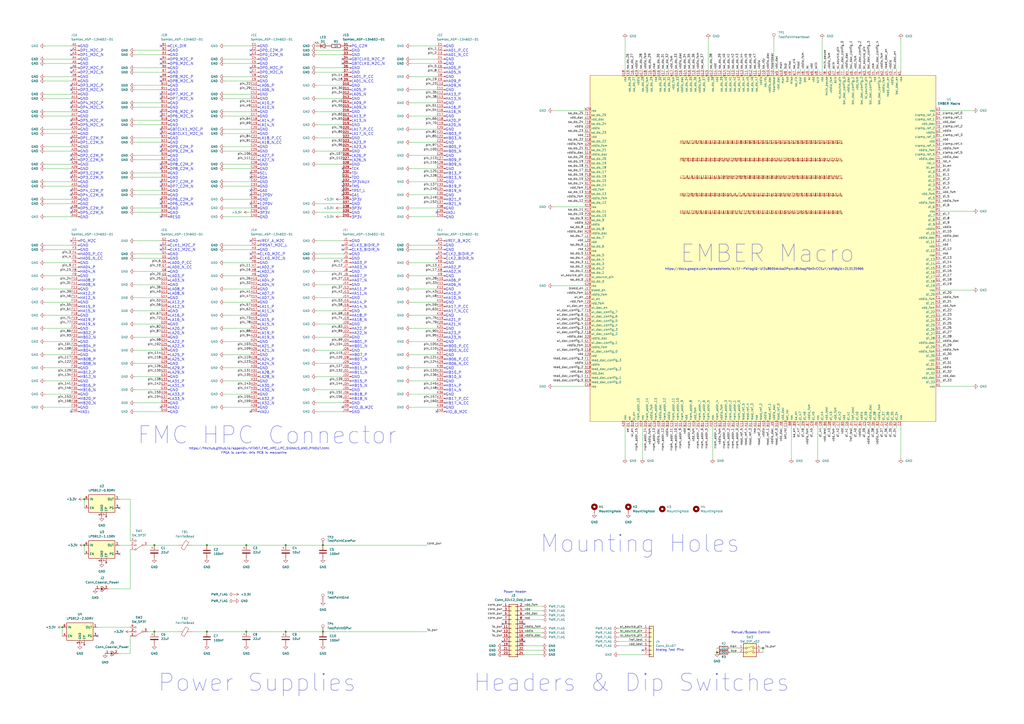
<source format=kicad_sch>
(kicad_sch (version 20211123) (generator eeschema)
  (paper "A2")
  (title_block (title "EMBER PCB Schematic") (date "2022-10-13") (company "Stanford University"))
  (lib_symbols
    (symbol "Connector:Conn_Coaxial_Power" (pin_names (offset 1.016) hide)
      (property "Reference" "J" (at -5.08 -1.27 90))
      (property "Value" "Conn_Coaxial_Power" (at -3.175 -1.27 90))
      (symbol "Conn_Coaxial_Power_1_1"
        (pin passive line (at 0 2.54 270) (length 2.54) (name "In") (number "1"))
        (pin passive line (at 0 -5.08 90) (length 2.54) (name "Ext") (number "2"))
      )
    )
    (symbol "Connector:Samtec_ASP-134602-01" (pin_names (offset 1.016) hide)
      (property "Reference" "J" (at 0 50.8 0))
      (property "Value" "Samtec_ASP-134602-01" (at 0 -53.34 0))
      (symbol "Samtec_ASP-134602-01_1_1"
        (pin passive line (at -5.08 48.26 0) (length 3.81) (name "Pin_1") (number "A1"))
        (pin passive line (at -5.08 25.4 0) (length 3.81) (name "Pin_10") (number "A10"))
        (pin passive line (at -5.08 22.86 0) (length 3.81) (name "Pin_11") (number "A11"))
        (pin passive line (at -5.08 20.32 0) (length 3.81) (name "Pin_12") (number "A12"))
        (pin passive line (at -5.08 17.78 0) (length 3.81) (name "Pin_13") (number "A13"))
        (pin passive line (at -5.08 15.24 0) (length 3.81) (name "Pin_14") (number "A14"))
        (pin passive line (at -5.08 12.7 0) (length 3.81) (name "Pin_15") (number "A15"))
        (pin passive line (at -5.08 10.16 0) (length 3.81) (name "Pin_16") (number "A16"))
        (pin passive line (at -5.08 7.62 0) (length 3.81) (name "Pin_17") (number "A17"))
        (pin passive line (at -5.08 5.08 0) (length 3.81) (name "Pin_18") (number "A18"))
        (pin passive line (at -5.08 2.54 0) (length 3.81) (name "Pin_19") (number "A19"))
        (pin passive line (at -5.08 45.72 0) (length 3.81) (name "Pin_2") (number "A2"))
        (pin passive line (at -5.08 0 0) (length 3.81) (name "Pin_20") (number "A20"))
        (pin passive line (at -5.08 -2.54 0) (length 3.81) (name "Pin_21") (number "A21"))
        (pin passive line (at -5.08 -5.08 0) (length 3.81) (name "Pin_22") (number "A22"))
        (pin passive line (at -5.08 -7.62 0) (length 3.81) (name "Pin_23") (number "A23"))
        (pin passive line (at -5.08 -10.16 0) (length 3.81) (name "Pin_24") (number "A24"))
        (pin passive line (at -5.08 -12.7 0) (length 3.81) (name "Pin_25") (number "A25"))
        (pin passive line (at -5.08 -15.24 0) (length 3.81) (name "Pin_26") (number "A26"))
        (pin passive line (at -5.08 -17.78 0) (length 3.81) (name "Pin_27") (number "A27"))
        (pin passive line (at -5.08 -20.32 0) (length 3.81) (name "Pin_28") (number "A28"))
        (pin passive line (at -5.08 -22.86 0) (length 3.81) (name "Pin_29") (number "A29"))
        (pin passive line (at -5.08 43.18 0) (length 3.81) (name "Pin_3") (number "A3"))
        (pin passive line (at -5.08 -25.4 0) (length 3.81) (name "Pin_30") (number "A30"))
        (pin passive line (at -5.08 -27.94 0) (length 3.81) (name "Pin_31") (number "A31"))
        (pin passive line (at -5.08 -30.48 0) (length 3.81) (name "Pin_32") (number "A32"))
        (pin passive line (at -5.08 -33.02 0) (length 3.81) (name "Pin_33") (number "A33"))
        (pin passive line (at -5.08 -35.56 0) (length 3.81) (name "Pin_34") (number "A34"))
        (pin passive line (at -5.08 -38.1 0) (length 3.81) (name "Pin_35") (number "A35"))
        (pin passive line (at -5.08 -40.64 0) (length 3.81) (name "Pin_36") (number "A36"))
        (pin passive line (at -5.08 -43.18 0) (length 3.81) (name "Pin_37") (number "A37"))
        (pin passive line (at -5.08 -45.72 0) (length 3.81) (name "Pin_38") (number "A38"))
        (pin passive line (at -5.08 -48.26 0) (length 3.81) (name "Pin_39") (number "A39"))
        (pin passive line (at -5.08 40.64 0) (length 3.81) (name "Pin_4") (number "A4"))
        (pin passive line (at -5.08 -50.8 0) (length 3.81) (name "Pin_40") (number "A40"))
        (pin passive line (at -5.08 38.1 0) (length 3.81) (name "Pin_5") (number "A5"))
        (pin passive line (at -5.08 35.56 0) (length 3.81) (name "Pin_6") (number "A6"))
        (pin passive line (at -5.08 33.02 0) (length 3.81) (name "Pin_7") (number "A7"))
        (pin passive line (at -5.08 30.48 0) (length 3.81) (name "Pin_8") (number "A8"))
        (pin passive line (at -5.08 27.94 0) (length 3.81) (name "Pin_9") (number "A9"))
      )
      (symbol "Samtec_ASP-134602-01_2_1"
        (pin passive line (at -5.08 48.26 0) (length 3.81) (name "Pin_1") (number "B1"))
        (pin passive line (at -5.08 25.4 0) (length 3.81) (name "Pin_10") (number "B10"))
        (pin passive line (at -5.08 22.86 0) (length 3.81) (name "Pin_11") (number "B11"))
        (pin passive line (at -5.08 20.32 0) (length 3.81) (name "Pin_12") (number "B12"))
        (pin passive line (at -5.08 17.78 0) (length 3.81) (name "Pin_13") (number "B13"))
        (pin passive line (at -5.08 15.24 0) (length 3.81) (name "Pin_14") (number "B14"))
        (pin passive line (at -5.08 12.7 0) (length 3.81) (name "Pin_15") (number "B15"))
        (pin passive line (at -5.08 10.16 0) (length 3.81) (name "Pin_16") (number "B16"))
        (pin passive line (at -5.08 7.62 0) (length 3.81) (name "Pin_17") (number "B17"))
        (pin passive line (at -5.08 5.08 0) (length 3.81) (name "Pin_18") (number "B18"))
        (pin passive line (at -5.08 2.54 0) (length 3.81) (name "Pin_19") (number "B19"))
        (pin passive line (at -5.08 45.72 0) (length 3.81) (name "Pin_2") (number "B2"))
        (pin passive line (at -5.08 0 0) (length 3.81) (name "Pin_20") (number "B20"))
        (pin passive line (at -5.08 -2.54 0) (length 3.81) (name "Pin_21") (number "B21"))
        (pin passive line (at -5.08 -5.08 0) (length 3.81) (name "Pin_22") (number "B22"))
        (pin passive line (at -5.08 -7.62 0) (length 3.81) (name "Pin_23") (number "B23"))
        (pin passive line (at -5.08 -10.16 0) (length 3.81) (name "Pin_24") (number "B24"))
        (pin passive line (at -5.08 -12.7 0) (length 3.81) (name "Pin_25") (number "B25"))
        (pin passive line (at -5.08 -15.24 0) (length 3.81) (name "Pin_26") (number "B26"))
        (pin passive line (at -5.08 -17.78 0) (length 3.81) (name "Pin_27") (number "B27"))
        (pin passive line (at -5.08 -20.32 0) (length 3.81) (name "Pin_28") (number "B28"))
        (pin passive line (at -5.08 -22.86 0) (length 3.81) (name "Pin_29") (number "B29"))
        (pin passive line (at -5.08 43.18 0) (length 3.81) (name "Pin_3") (number "B3"))
        (pin passive line (at -5.08 -25.4 0) (length 3.81) (name "Pin_30") (number "B30"))
        (pin passive line (at -5.08 -27.94 0) (length 3.81) (name "Pin_31") (number "B31"))
        (pin passive line (at -5.08 -30.48 0) (length 3.81) (name "Pin_32") (number "B32"))
        (pin passive line (at -5.08 -33.02 0) (length 3.81) (name "Pin_33") (number "B33"))
        (pin passive line (at -5.08 -35.56 0) (length 3.81) (name "Pin_34") (number "B34"))
        (pin passive line (at -5.08 -38.1 0) (length 3.81) (name "Pin_35") (number "B35"))
        (pin passive line (at -5.08 -40.64 0) (length 3.81) (name "Pin_36") (number "B36"))
        (pin passive line (at -5.08 -43.18 0) (length 3.81) (name "Pin_37") (number "B37"))
        (pin passive line (at -5.08 -45.72 0) (length 3.81) (name "Pin_38") (number "B38"))
        (pin passive line (at -5.08 -48.26 0) (length 3.81) (name "Pin_39") (number "B39"))
        (pin passive line (at -5.08 40.64 0) (length 3.81) (name "Pin_4") (number "B4"))
        (pin passive line (at -5.08 -50.8 0) (length 3.81) (name "Pin_40") (number "B40"))
        (pin passive line (at -5.08 38.1 0) (length 3.81) (name "Pin_5") (number "B5"))
        (pin passive line (at -5.08 35.56 0) (length 3.81) (name "Pin_6") (number "B6"))
        (pin passive line (at -5.08 33.02 0) (length 3.81) (name "Pin_7") (number "B7"))
        (pin passive line (at -5.08 30.48 0) (length 3.81) (name "Pin_8") (number "B8"))
        (pin passive line (at -5.08 27.94 0) (length 3.81) (name "Pin_9") (number "B9"))
      )
      (symbol "Samtec_ASP-134602-01_3_1"
        (pin passive line (at -5.08 48.26 0) (length 3.81) (name "Pin_1") (number "C1"))
        (pin passive line (at -5.08 25.4 0) (length 3.81) (name "Pin_10") (number "C10"))
        (pin passive line (at -5.08 22.86 0) (length 3.81) (name "Pin_11") (number "C11"))
        (pin passive line (at -5.08 20.32 0) (length 3.81) (name "Pin_12") (number "C12"))
        (pin passive line (at -5.08 17.78 0) (length 3.81) (name "Pin_13") (number "C13"))
        (pin passive line (at -5.08 15.24 0) (length 3.81) (name "Pin_14") (number "C14"))
        (pin passive line (at -5.08 12.7 0) (length 3.81) (name "Pin_15") (number "C15"))
        (pin passive line (at -5.08 10.16 0) (length 3.81) (name "Pin_16") (number "C16"))
        (pin passive line (at -5.08 7.62 0) (length 3.81) (name "Pin_17") (number "C17"))
        (pin passive line (at -5.08 5.08 0) (length 3.81) (name "Pin_18") (number "C18"))
        (pin passive line (at -5.08 2.54 0) (length 3.81) (name "Pin_19") (number "C19"))
        (pin passive line (at -5.08 45.72 0) (length 3.81) (name "Pin_2") (number "C2"))
        (pin passive line (at -5.08 0 0) (length 3.81) (name "Pin_20") (number "C20"))
        (pin passive line (at -5.08 -2.54 0) (length 3.81) (name "Pin_21") (number "C21"))
        (pin passive line (at -5.08 -5.08 0) (length 3.81) (name "Pin_22") (number "C22"))
        (pin passive line (at -5.08 -7.62 0) (length 3.81) (name "Pin_23") (number "C23"))
        (pin passive line (at -5.08 -10.16 0) (length 3.81) (name "Pin_24") (number "C24"))
        (pin passive line (at -5.08 -12.7 0) (length 3.81) (name "Pin_25") (number "C25"))
        (pin passive line (at -5.08 -15.24 0) (length 3.81) (name "Pin_26") (number "C26"))
        (pin passive line (at -5.08 -17.78 0) (length 3.81) (name "Pin_27") (number "C27"))
        (pin passive line (at -5.08 -20.32 0) (length 3.81) (name "Pin_28") (number "C28"))
        (pin passive line (at -5.08 -22.86 0) (length 3.81) (name "Pin_29") (number "C29"))
        (pin passive line (at -5.08 43.18 0) (length 3.81) (name "Pin_3") (number "C3"))
        (pin passive line (at -5.08 -25.4 0) (length 3.81) (name "Pin_30") (number "C30"))
        (pin passive line (at -5.08 -27.94 0) (length 3.81) (name "Pin_31") (number "C31"))
        (pin passive line (at -5.08 -30.48 0) (length 3.81) (name "Pin_32") (number "C32"))
        (pin passive line (at -5.08 -33.02 0) (length 3.81) (name "Pin_33") (number "C33"))
        (pin passive line (at -5.08 -35.56 0) (length 3.81) (name "Pin_34") (number "C34"))
        (pin passive line (at -5.08 -38.1 0) (length 3.81) (name "Pin_35") (number "C35"))
        (pin passive line (at -5.08 -40.64 0) (length 3.81) (name "Pin_36") (number "C36"))
        (pin passive line (at -5.08 -43.18 0) (length 3.81) (name "Pin_37") (number "C37"))
        (pin passive line (at -5.08 -45.72 0) (length 3.81) (name "Pin_38") (number "C38"))
        (pin passive line (at -5.08 -48.26 0) (length 3.81) (name "Pin_39") (number "C39"))
        (pin passive line (at -5.08 40.64 0) (length 3.81) (name "Pin_4") (number "C4"))
        (pin passive line (at -5.08 -50.8 0) (length 3.81) (name "Pin_40") (number "C40"))
        (pin passive line (at -5.08 38.1 0) (length 3.81) (name "Pin_5") (number "C5"))
        (pin passive line (at -5.08 35.56 0) (length 3.81) (name "Pin_6") (number "C6"))
        (pin passive line (at -5.08 33.02 0) (length 3.81) (name "Pin_7") (number "C7"))
        (pin passive line (at -5.08 30.48 0) (length 3.81) (name "Pin_8") (number "C8"))
        (pin passive line (at -5.08 27.94 0) (length 3.81) (name "Pin_9") (number "C9"))
      )
      (symbol "Samtec_ASP-134602-01_4_1"
        (pin passive line (at -5.08 48.26 0) (length 3.81) (name "Pin_1") (number "D1"))
        (pin passive line (at -5.08 25.4 0) (length 3.81) (name "Pin_10") (number "D10"))
        (pin passive line (at -5.08 22.86 0) (length 3.81) (name "Pin_11") (number "D11"))
        (pin passive line (at -5.08 20.32 0) (length 3.81) (name "Pin_12") (number "D12"))
        (pin passive line (at -5.08 17.78 0) (length 3.81) (name "Pin_13") (number "D13"))
        (pin passive line (at -5.08 15.24 0) (length 3.81) (name "Pin_14") (number "D14"))
        (pin passive line (at -5.08 12.7 0) (length 3.81) (name "Pin_15") (number "D15"))
        (pin passive line (at -5.08 10.16 0) (length 3.81) (name "Pin_16") (number "D16"))
        (pin passive line (at -5.08 7.62 0) (length 3.81) (name "Pin_17") (number "D17"))
        (pin passive line (at -5.08 5.08 0) (length 3.81) (name "Pin_18") (number "D18"))
        (pin passive line (at -5.08 2.54 0) (length 3.81) (name "Pin_19") (number "D19"))
        (pin passive line (at -5.08 45.72 0) (length 3.81) (name "Pin_2") (number "D2"))
        (pin passive line (at -5.08 0 0) (length 3.81) (name "Pin_20") (number "D20"))
        (pin passive line (at -5.08 -2.54 0) (length 3.81) (name "Pin_21") (number "D21"))
        (pin passive line (at -5.08 -5.08 0) (length 3.81) (name "Pin_22") (number "D22"))
        (pin passive line (at -5.08 -7.62 0) (length 3.81) (name "Pin_23") (number "D23"))
        (pin passive line (at -5.08 -10.16 0) (length 3.81) (name "Pin_24") (number "D24"))
        (pin passive line (at -5.08 -12.7 0) (length 3.81) (name "Pin_25") (number "D25"))
        (pin passive line (at -5.08 -15.24 0) (length 3.81) (name "Pin_26") (number "D26"))
        (pin passive line (at -5.08 -17.78 0) (length 3.81) (name "Pin_27") (number "D27"))
        (pin passive line (at -5.08 -20.32 0) (length 3.81) (name "Pin_28") (number "D28"))
        (pin passive line (at -5.08 -22.86 0) (length 3.81) (name "Pin_29") (number "D29"))
        (pin passive line (at -5.08 43.18 0) (length 3.81) (name "Pin_3") (number "D3"))
        (pin passive line (at -5.08 -25.4 0) (length 3.81) (name "Pin_30") (number "D30"))
        (pin passive line (at -5.08 -27.94 0) (length 3.81) (name "Pin_31") (number "D31"))
        (pin passive line (at -5.08 -30.48 0) (length 3.81) (name "Pin_32") (number "D32"))
        (pin passive line (at -5.08 -33.02 0) (length 3.81) (name "Pin_33") (number "D33"))
        (pin passive line (at -5.08 -35.56 0) (length 3.81) (name "Pin_34") (number "D34"))
        (pin passive line (at -5.08 -38.1 0) (length 3.81) (name "Pin_35") (number "D35"))
        (pin passive line (at -5.08 -40.64 0) (length 3.81) (name "Pin_36") (number "D36"))
        (pin passive line (at -5.08 -43.18 0) (length 3.81) (name "Pin_37") (number "D37"))
        (pin passive line (at -5.08 -45.72 0) (length 3.81) (name "Pin_38") (number "D38"))
        (pin passive line (at -5.08 -48.26 0) (length 3.81) (name "Pin_39") (number "D39"))
        (pin passive line (at -5.08 40.64 0) (length 3.81) (name "Pin_4") (number "D4"))
        (pin passive line (at -5.08 -50.8 0) (length 3.81) (name "Pin_40") (number "D40"))
        (pin passive line (at -5.08 38.1 0) (length 3.81) (name "Pin_5") (number "D5"))
        (pin passive line (at -5.08 35.56 0) (length 3.81) (name "Pin_6") (number "D6"))
        (pin passive line (at -5.08 33.02 0) (length 3.81) (name "Pin_7") (number "D7"))
        (pin passive line (at -5.08 30.48 0) (length 3.81) (name "Pin_8") (number "D8"))
        (pin passive line (at -5.08 27.94 0) (length 3.81) (name "Pin_9") (number "D9"))
      )
      (symbol "Samtec_ASP-134602-01_5_1"
        (pin passive line (at -5.08 48.26 0) (length 3.81) (name "Pin_1") (number "E1"))
        (pin passive line (at -5.08 25.4 0) (length 3.81) (name "Pin_10") (number "E10"))
        (pin passive line (at -5.08 22.86 0) (length 3.81) (name "Pin_11") (number "E11"))
        (pin passive line (at -5.08 20.32 0) (length 3.81) (name "Pin_12") (number "E12"))
        (pin passive line (at -5.08 17.78 0) (length 3.81) (name "Pin_13") (number "E13"))
        (pin passive line (at -5.08 15.24 0) (length 3.81) (name "Pin_14") (number "E14"))
        (pin passive line (at -5.08 12.7 0) (length 3.81) (name "Pin_15") (number "E15"))
        (pin passive line (at -5.08 10.16 0) (length 3.81) (name "Pin_16") (number "E16"))
        (pin passive line (at -5.08 7.62 0) (length 3.81) (name "Pin_17") (number "E17"))
        (pin passive line (at -5.08 5.08 0) (length 3.81) (name "Pin_18") (number "E18"))
        (pin passive line (at -5.08 2.54 0) (length 3.81) (name "Pin_19") (number "E19"))
        (pin passive line (at -5.08 45.72 0) (length 3.81) (name "Pin_2") (number "E2"))
        (pin passive line (at -5.08 0 0) (length 3.81) (name "Pin_20") (number "E20"))
        (pin passive line (at -5.08 -2.54 0) (length 3.81) (name "Pin_21") (number "E21"))
        (pin passive line (at -5.08 -5.08 0) (length 3.81) (name "Pin_22") (number "E22"))
        (pin passive line (at -5.08 -7.62 0) (length 3.81) (name "Pin_23") (number "E23"))
        (pin passive line (at -5.08 -10.16 0) (length 3.81) (name "Pin_24") (number "E24"))
        (pin passive line (at -5.08 -12.7 0) (length 3.81) (name "Pin_25") (number "E25"))
        (pin passive line (at -5.08 -15.24 0) (length 3.81) (name "Pin_26") (number "E26"))
        (pin passive line (at -5.08 -17.78 0) (length 3.81) (name "Pin_27") (number "E27"))
        (pin passive line (at -5.08 -20.32 0) (length 3.81) (name "Pin_28") (number "E28"))
        (pin passive line (at -5.08 -22.86 0) (length 3.81) (name "Pin_29") (number "E29"))
        (pin passive line (at -5.08 43.18 0) (length 3.81) (name "Pin_3") (number "E3"))
        (pin passive line (at -5.08 -25.4 0) (length 3.81) (name "Pin_30") (number "E30"))
        (pin passive line (at -5.08 -27.94 0) (length 3.81) (name "Pin_31") (number "E31"))
        (pin passive line (at -5.08 -30.48 0) (length 3.81) (name "Pin_32") (number "E32"))
        (pin passive line (at -5.08 -33.02 0) (length 3.81) (name "Pin_33") (number "E33"))
        (pin passive line (at -5.08 -35.56 0) (length 3.81) (name "Pin_34") (number "E34"))
        (pin passive line (at -5.08 -38.1 0) (length 3.81) (name "Pin_35") (number "E35"))
        (pin passive line (at -5.08 -40.64 0) (length 3.81) (name "Pin_36") (number "E36"))
        (pin passive line (at -5.08 -43.18 0) (length 3.81) (name "Pin_37") (number "E37"))
        (pin passive line (at -5.08 -45.72 0) (length 3.81) (name "Pin_38") (number "E38"))
        (pin passive line (at -5.08 -48.26 0) (length 3.81) (name "Pin_39") (number "E39"))
        (pin passive line (at -5.08 40.64 0) (length 3.81) (name "Pin_4") (number "E4"))
        (pin passive line (at -5.08 -50.8 0) (length 3.81) (name "Pin_40") (number "E40"))
        (pin passive line (at -5.08 38.1 0) (length 3.81) (name "Pin_5") (number "E5"))
        (pin passive line (at -5.08 35.56 0) (length 3.81) (name "Pin_6") (number "E6"))
        (pin passive line (at -5.08 33.02 0) (length 3.81) (name "Pin_7") (number "E7"))
        (pin passive line (at -5.08 30.48 0) (length 3.81) (name "Pin_8") (number "E8"))
        (pin passive line (at -5.08 27.94 0) (length 3.81) (name "Pin_9") (number "E9"))
      )
      (symbol "Samtec_ASP-134602-01_6_1"
        (pin passive line (at -5.08 48.26 0) (length 3.81) (name "Pin_1") (number "F1"))
        (pin passive line (at -5.08 25.4 0) (length 3.81) (name "Pin_10") (number "F10"))
        (pin passive line (at -5.08 22.86 0) (length 3.81) (name "Pin_11") (number "F11"))
        (pin passive line (at -5.08 20.32 0) (length 3.81) (name "Pin_12") (number "F12"))
        (pin passive line (at -5.08 17.78 0) (length 3.81) (name "Pin_13") (number "F13"))
        (pin passive line (at -5.08 15.24 0) (length 3.81) (name "Pin_14") (number "F14"))
        (pin passive line (at -5.08 12.7 0) (length 3.81) (name "Pin_15") (number "F15"))
        (pin passive line (at -5.08 10.16 0) (length 3.81) (name "Pin_16") (number "F16"))
        (pin passive line (at -5.08 7.62 0) (length 3.81) (name "Pin_17") (number "F17"))
        (pin passive line (at -5.08 5.08 0) (length 3.81) (name "Pin_18") (number "F18"))
        (pin passive line (at -5.08 2.54 0) (length 3.81) (name "Pin_19") (number "F19"))
        (pin passive line (at -5.08 45.72 0) (length 3.81) (name "Pin_2") (number "F2"))
        (pin passive line (at -5.08 0 0) (length 3.81) (name "Pin_20") (number "F20"))
        (pin passive line (at -5.08 -2.54 0) (length 3.81) (name "Pin_21") (number "F21"))
        (pin passive line (at -5.08 -5.08 0) (length 3.81) (name "Pin_22") (number "F22"))
        (pin passive line (at -5.08 -7.62 0) (length 3.81) (name "Pin_23") (number "F23"))
        (pin passive line (at -5.08 -10.16 0) (length 3.81) (name "Pin_24") (number "F24"))
        (pin passive line (at -5.08 -12.7 0) (length 3.81) (name "Pin_25") (number "F25"))
        (pin passive line (at -5.08 -15.24 0) (length 3.81) (name "Pin_26") (number "F26"))
        (pin passive line (at -5.08 -17.78 0) (length 3.81) (name "Pin_27") (number "F27"))
        (pin passive line (at -5.08 -20.32 0) (length 3.81) (name "Pin_28") (number "F28"))
        (pin passive line (at -5.08 -22.86 0) (length 3.81) (name "Pin_29") (number "F29"))
        (pin passive line (at -5.08 43.18 0) (length 3.81) (name "Pin_3") (number "F3"))
        (pin passive line (at -5.08 -25.4 0) (length 3.81) (name "Pin_30") (number "F30"))
        (pin passive line (at -5.08 -27.94 0) (length 3.81) (name "Pin_31") (number "F31"))
        (pin passive line (at -5.08 -30.48 0) (length 3.81) (name "Pin_32") (number "F32"))
        (pin passive line (at -5.08 -33.02 0) (length 3.81) (name "Pin_33") (number "F33"))
        (pin passive line (at -5.08 -35.56 0) (length 3.81) (name "Pin_34") (number "F34"))
        (pin passive line (at -5.08 -38.1 0) (length 3.81) (name "Pin_35") (number "F35"))
        (pin passive line (at -5.08 -40.64 0) (length 3.81) (name "Pin_36") (number "F36"))
        (pin passive line (at -5.08 -43.18 0) (length 3.81) (name "Pin_37") (number "F37"))
        (pin passive line (at -5.08 -45.72 0) (length 3.81) (name "Pin_38") (number "F38"))
        (pin passive line (at -5.08 -48.26 0) (length 3.81) (name "Pin_39") (number "F39"))
        (pin passive line (at -5.08 40.64 0) (length 3.81) (name "Pin_4") (number "F4"))
        (pin passive line (at -5.08 -50.8 0) (length 3.81) (name "Pin_40") (number "F40"))
        (pin passive line (at -5.08 38.1 0) (length 3.81) (name "Pin_5") (number "F5"))
        (pin passive line (at -5.08 35.56 0) (length 3.81) (name "Pin_6") (number "F6"))
        (pin passive line (at -5.08 33.02 0) (length 3.81) (name "Pin_7") (number "F7"))
        (pin passive line (at -5.08 30.48 0) (length 3.81) (name "Pin_8") (number "F8"))
        (pin passive line (at -5.08 27.94 0) (length 3.81) (name "Pin_9") (number "F9"))
      )
      (symbol "Samtec_ASP-134602-01_7_1"
        (pin passive line (at -5.08 48.26 0) (length 3.81) (name "Pin_1") (number "G1"))
        (pin passive line (at -5.08 25.4 0) (length 3.81) (name "Pin_10") (number "G10"))
        (pin passive line (at -5.08 22.86 0) (length 3.81) (name "Pin_11") (number "G11"))
        (pin passive line (at -5.08 20.32 0) (length 3.81) (name "Pin_12") (number "G12"))
        (pin passive line (at -5.08 17.78 0) (length 3.81) (name "Pin_13") (number "G13"))
        (pin passive line (at -5.08 15.24 0) (length 3.81) (name "Pin_14") (number "G14"))
        (pin passive line (at -5.08 12.7 0) (length 3.81) (name "Pin_15") (number "G15"))
        (pin passive line (at -5.08 10.16 0) (length 3.81) (name "Pin_16") (number "G16"))
        (pin passive line (at -5.08 7.62 0) (length 3.81) (name "Pin_17") (number "G17"))
        (pin passive line (at -5.08 5.08 0) (length 3.81) (name "Pin_18") (number "G18"))
        (pin passive line (at -5.08 2.54 0) (length 3.81) (name "Pin_19") (number "G19"))
        (pin passive line (at -5.08 45.72 0) (length 3.81) (name "Pin_2") (number "G2"))
        (pin passive line (at -5.08 0 0) (length 3.81) (name "Pin_20") (number "G20"))
        (pin passive line (at -5.08 -2.54 0) (length 3.81) (name "Pin_21") (number "G21"))
        (pin passive line (at -5.08 -5.08 0) (length 3.81) (name "Pin_22") (number "G22"))
        (pin passive line (at -5.08 -7.62 0) (length 3.81) (name "Pin_23") (number "G23"))
        (pin passive line (at -5.08 -10.16 0) (length 3.81) (name "Pin_24") (number "G24"))
        (pin passive line (at -5.08 -12.7 0) (length 3.81) (name "Pin_25") (number "G25"))
        (pin passive line (at -5.08 -15.24 0) (length 3.81) (name "Pin_26") (number "G26"))
        (pin passive line (at -5.08 -17.78 0) (length 3.81) (name "Pin_27") (number "G27"))
        (pin passive line (at -5.08 -20.32 0) (length 3.81) (name "Pin_28") (number "G28"))
        (pin passive line (at -5.08 -22.86 0) (length 3.81) (name "Pin_29") (number "G29"))
        (pin passive line (at -5.08 43.18 0) (length 3.81) (name "Pin_3") (number "G3"))
        (pin passive line (at -5.08 -25.4 0) (length 3.81) (name "Pin_30") (number "G30"))
        (pin passive line (at -5.08 -27.94 0) (length 3.81) (name "Pin_31") (number "G31"))
        (pin passive line (at -5.08 -30.48 0) (length 3.81) (name "Pin_32") (number "G32"))
        (pin passive line (at -5.08 -33.02 0) (length 3.81) (name "Pin_33") (number "G33"))
        (pin passive line (at -5.08 -35.56 0) (length 3.81) (name "Pin_34") (number "G34"))
        (pin passive line (at -5.08 -38.1 0) (length 3.81) (name "Pin_35") (number "G35"))
        (pin passive line (at -5.08 -40.64 0) (length 3.81) (name "Pin_36") (number "G36"))
        (pin passive line (at -5.08 -43.18 0) (length 3.81) (name "Pin_37") (number "G37"))
        (pin passive line (at -5.08 -45.72 0) (length 3.81) (name "Pin_38") (number "G38"))
        (pin passive line (at -5.08 -48.26 0) (length 3.81) (name "Pin_39") (number "G39"))
        (pin passive line (at -5.08 40.64 0) (length 3.81) (name "Pin_4") (number "G4"))
        (pin passive line (at -5.08 -50.8 0) (length 3.81) (name "Pin_40") (number "G40"))
        (pin passive line (at -5.08 38.1 0) (length 3.81) (name "Pin_5") (number "G5"))
        (pin passive line (at -5.08 35.56 0) (length 3.81) (name "Pin_6") (number "G6"))
        (pin passive line (at -5.08 33.02 0) (length 3.81) (name "Pin_7") (number "G7"))
        (pin passive line (at -5.08 30.48 0) (length 3.81) (name "Pin_8") (number "G8"))
        (pin passive line (at -5.08 27.94 0) (length 3.81) (name "Pin_9") (number "G9"))
      )
      (symbol "Samtec_ASP-134602-01_8_1"
        (pin passive line (at -5.08 48.26 0) (length 3.81) (name "Pin_1") (number "H1"))
        (pin passive line (at -5.08 25.4 0) (length 3.81) (name "Pin_10") (number "H10"))
        (pin passive line (at -5.08 22.86 0) (length 3.81) (name "Pin_11") (number "H11"))
        (pin passive line (at -5.08 20.32 0) (length 3.81) (name "Pin_12") (number "H12"))
        (pin passive line (at -5.08 17.78 0) (length 3.81) (name "Pin_13") (number "H13"))
        (pin passive line (at -5.08 15.24 0) (length 3.81) (name "Pin_14") (number "H14"))
        (pin passive line (at -5.08 12.7 0) (length 3.81) (name "Pin_15") (number "H15"))
        (pin passive line (at -5.08 10.16 0) (length 3.81) (name "Pin_16") (number "H16"))
        (pin passive line (at -5.08 7.62 0) (length 3.81) (name "Pin_17") (number "H17"))
        (pin passive line (at -5.08 5.08 0) (length 3.81) (name "Pin_18") (number "H18"))
        (pin passive line (at -5.08 2.54 0) (length 3.81) (name "Pin_19") (number "H19"))
        (pin passive line (at -5.08 45.72 0) (length 3.81) (name "Pin_2") (number "H2"))
        (pin passive line (at -5.08 0 0) (length 3.81) (name "Pin_20") (number "H20"))
        (pin passive line (at -5.08 -2.54 0) (length 3.81) (name "Pin_21") (number "H21"))
        (pin passive line (at -5.08 -5.08 0) (length 3.81) (name "Pin_22") (number "H22"))
        (pin passive line (at -5.08 -7.62 0) (length 3.81) (name "Pin_23") (number "H23"))
        (pin passive line (at -5.08 -10.16 0) (length 3.81) (name "Pin_24") (number "H24"))
        (pin passive line (at -5.08 -12.7 0) (length 3.81) (name "Pin_25") (number "H25"))
        (pin passive line (at -5.08 -15.24 0) (length 3.81) (name "Pin_26") (number "H26"))
        (pin passive line (at -5.08 -17.78 0) (length 3.81) (name "Pin_27") (number "H27"))
        (pin passive line (at -5.08 -20.32 0) (length 3.81) (name "Pin_28") (number "H28"))
        (pin passive line (at -5.08 -22.86 0) (length 3.81) (name "Pin_29") (number "H29"))
        (pin passive line (at -5.08 43.18 0) (length 3.81) (name "Pin_3") (number "H3"))
        (pin passive line (at -5.08 -25.4 0) (length 3.81) (name "Pin_30") (number "H30"))
        (pin passive line (at -5.08 -27.94 0) (length 3.81) (name "Pin_31") (number "H31"))
        (pin passive line (at -5.08 -30.48 0) (length 3.81) (name "Pin_32") (number "H32"))
        (pin passive line (at -5.08 -33.02 0) (length 3.81) (name "Pin_33") (number "H33"))
        (pin passive line (at -5.08 -35.56 0) (length 3.81) (name "Pin_34") (number "H34"))
        (pin passive line (at -5.08 -38.1 0) (length 3.81) (name "Pin_35") (number "H35"))
        (pin passive line (at -5.08 -40.64 0) (length 3.81) (name "Pin_36") (number "H36"))
        (pin passive line (at -5.08 -43.18 0) (length 3.81) (name "Pin_37") (number "H37"))
        (pin passive line (at -5.08 -45.72 0) (length 3.81) (name "Pin_38") (number "H38"))
        (pin passive line (at -5.08 -48.26 0) (length 3.81) (name "Pin_39") (number "H39"))
        (pin passive line (at -5.08 40.64 0) (length 3.81) (name "Pin_4") (number "H4"))
        (pin passive line (at -5.08 -50.8 0) (length 3.81) (name "Pin_40") (number "H40"))
        (pin passive line (at -5.08 38.1 0) (length 3.81) (name "Pin_5") (number "H5"))
        (pin passive line (at -5.08 35.56 0) (length 3.81) (name "Pin_6") (number "H6"))
        (pin passive line (at -5.08 33.02 0) (length 3.81) (name "Pin_7") (number "H7"))
        (pin passive line (at -5.08 30.48 0) (length 3.81) (name "Pin_8") (number "H8"))
        (pin passive line (at -5.08 27.94 0) (length 3.81) (name "Pin_9") (number "H9"))
      )
      (symbol "Samtec_ASP-134602-01_9_1"
        (pin passive line (at -5.08 48.26 0) (length 3.81) (name "Pin_1") (number "J1"))
        (pin passive line (at -5.08 25.4 0) (length 3.81) (name "Pin_10") (number "J10"))
        (pin passive line (at -5.08 22.86 0) (length 3.81) (name "Pin_11") (number "J11"))
        (pin passive line (at -5.08 20.32 0) (length 3.81) (name "Pin_12") (number "J12"))
        (pin passive line (at -5.08 17.78 0) (length 3.81) (name "Pin_13") (number "J13"))
        (pin passive line (at -5.08 15.24 0) (length 3.81) (name "Pin_14") (number "J14"))
        (pin passive line (at -5.08 12.7 0) (length 3.81) (name "Pin_15") (number "J15"))
        (pin passive line (at -5.08 10.16 0) (length 3.81) (name "Pin_16") (number "J16"))
        (pin passive line (at -5.08 7.62 0) (length 3.81) (name "Pin_17") (number "J17"))
        (pin passive line (at -5.08 5.08 0) (length 3.81) (name "Pin_18") (number "J18"))
        (pin passive line (at -5.08 2.54 0) (length 3.81) (name "Pin_19") (number "J19"))
        (pin passive line (at -5.08 45.72 0) (length 3.81) (name "Pin_2") (number "J2"))
        (pin passive line (at -5.08 0 0) (length 3.81) (name "Pin_20") (number "J20"))
        (pin passive line (at -5.08 -2.54 0) (length 3.81) (name "Pin_21") (number "J21"))
        (pin passive line (at -5.08 -5.08 0) (length 3.81) (name "Pin_22") (number "J22"))
        (pin passive line (at -5.08 -7.62 0) (length 3.81) (name "Pin_23") (number "J23"))
        (pin passive line (at -5.08 -10.16 0) (length 3.81) (name "Pin_24") (number "J24"))
        (pin passive line (at -5.08 -12.7 0) (length 3.81) (name "Pin_25") (number "J25"))
        (pin passive line (at -5.08 -15.24 0) (length 3.81) (name "Pin_26") (number "J26"))
        (pin passive line (at -5.08 -17.78 0) (length 3.81) (name "Pin_27") (number "J27"))
        (pin passive line (at -5.08 -20.32 0) (length 3.81) (name "Pin_28") (number "J28"))
        (pin passive line (at -5.08 -22.86 0) (length 3.81) (name "Pin_29") (number "J29"))
        (pin passive line (at -5.08 43.18 0) (length 3.81) (name "Pin_3") (number "J3"))
        (pin passive line (at -5.08 -25.4 0) (length 3.81) (name "Pin_30") (number "J30"))
        (pin passive line (at -5.08 -27.94 0) (length 3.81) (name "Pin_31") (number "J31"))
        (pin passive line (at -5.08 -30.48 0) (length 3.81) (name "Pin_32") (number "J32"))
        (pin passive line (at -5.08 -33.02 0) (length 3.81) (name "Pin_33") (number "J33"))
        (pin passive line (at -5.08 -35.56 0) (length 3.81) (name "Pin_34") (number "J34"))
        (pin passive line (at -5.08 -38.1 0) (length 3.81) (name "Pin_35") (number "J35"))
        (pin passive line (at -5.08 -40.64 0) (length 3.81) (name "Pin_36") (number "J36"))
        (pin passive line (at -5.08 -43.18 0) (length 3.81) (name "Pin_37") (number "J37"))
        (pin passive line (at -5.08 -45.72 0) (length 3.81) (name "Pin_38") (number "J38"))
        (pin passive line (at -5.08 -48.26 0) (length 3.81) (name "Pin_39") (number "J39"))
        (pin passive line (at -5.08 40.64 0) (length 3.81) (name "Pin_4") (number "J4"))
        (pin passive line (at -5.08 -50.8 0) (length 3.81) (name "Pin_40") (number "J40"))
        (pin passive line (at -5.08 38.1 0) (length 3.81) (name "Pin_5") (number "J5"))
        (pin passive line (at -5.08 35.56 0) (length 3.81) (name "Pin_6") (number "J6"))
        (pin passive line (at -5.08 33.02 0) (length 3.81) (name "Pin_7") (number "J7"))
        (pin passive line (at -5.08 30.48 0) (length 3.81) (name "Pin_8") (number "J8"))
        (pin passive line (at -5.08 27.94 0) (length 3.81) (name "Pin_9") (number "J9"))
      )
      (symbol "Samtec_ASP-134602-01_10_1"
        (pin passive line (at -5.08 48.26 0) (length 3.81) (name "Pin_1") (number "K1"))
        (pin passive line (at -5.08 25.4 0) (length 3.81) (name "Pin_10") (number "K10"))
        (pin passive line (at -5.08 22.86 0) (length 3.81) (name "Pin_11") (number "K11"))
        (pin passive line (at -5.08 20.32 0) (length 3.81) (name "Pin_12") (number "K12"))
        (pin passive line (at -5.08 17.78 0) (length 3.81) (name "Pin_13") (number "K13"))
        (pin passive line (at -5.08 15.24 0) (length 3.81) (name "Pin_14") (number "K14"))
        (pin passive line (at -5.08 12.7 0) (length 3.81) (name "Pin_15") (number "K15"))
        (pin passive line (at -5.08 10.16 0) (length 3.81) (name "Pin_16") (number "K16"))
        (pin passive line (at -5.08 7.62 0) (length 3.81) (name "Pin_17") (number "K17"))
        (pin passive line (at -5.08 5.08 0) (length 3.81) (name "Pin_18") (number "K18"))
        (pin passive line (at -5.08 2.54 0) (length 3.81) (name "Pin_19") (number "K19"))
        (pin passive line (at -5.08 45.72 0) (length 3.81) (name "Pin_2") (number "K2"))
        (pin passive line (at -5.08 0 0) (length 3.81) (name "Pin_20") (number "K20"))
        (pin passive line (at -5.08 -2.54 0) (length 3.81) (name "Pin_21") (number "K21"))
        (pin passive line (at -5.08 -5.08 0) (length 3.81) (name "Pin_22") (number "K22"))
        (pin passive line (at -5.08 -7.62 0) (length 3.81) (name "Pin_23") (number "K23"))
        (pin passive line (at -5.08 -10.16 0) (length 3.81) (name "Pin_24") (number "K24"))
        (pin passive line (at -5.08 -12.7 0) (length 3.81) (name "Pin_25") (number "K25"))
        (pin passive line (at -5.08 -15.24 0) (length 3.81) (name "Pin_26") (number "K26"))
        (pin passive line (at -5.08 -17.78 0) (length 3.81) (name "Pin_27") (number "K27"))
        (pin passive line (at -5.08 -20.32 0) (length 3.81) (name "Pin_28") (number "K28"))
        (pin passive line (at -5.08 -22.86 0) (length 3.81) (name "Pin_29") (number "K29"))
        (pin passive line (at -5.08 43.18 0) (length 3.81) (name "Pin_3") (number "K3"))
        (pin passive line (at -5.08 -25.4 0) (length 3.81) (name "Pin_30") (number "K30"))
        (pin passive line (at -5.08 -27.94 0) (length 3.81) (name "Pin_31") (number "K31"))
        (pin passive line (at -5.08 -30.48 0) (length 3.81) (name "Pin_32") (number "K32"))
        (pin passive line (at -5.08 -33.02 0) (length 3.81) (name "Pin_33") (number "K33"))
        (pin passive line (at -5.08 -35.56 0) (length 3.81) (name "Pin_34") (number "K34"))
        (pin passive line (at -5.08 -38.1 0) (length 3.81) (name "Pin_35") (number "K35"))
        (pin passive line (at -5.08 -40.64 0) (length 3.81) (name "Pin_36") (number "K36"))
        (pin passive line (at -5.08 -43.18 0) (length 3.81) (name "Pin_37") (number "K37"))
        (pin passive line (at -5.08 -45.72 0) (length 3.81) (name "Pin_38") (number "K38"))
        (pin passive line (at -5.08 -48.26 0) (length 3.81) (name "Pin_39") (number "K39"))
        (pin passive line (at -5.08 40.64 0) (length 3.81) (name "Pin_4") (number "K4"))
        (pin passive line (at -5.08 -50.8 0) (length 3.81) (name "Pin_40") (number "K40"))
        (pin passive line (at -5.08 38.1 0) (length 3.81) (name "Pin_5") (number "K5"))
        (pin passive line (at -5.08 35.56 0) (length 3.81) (name "Pin_6") (number "K6"))
        (pin passive line (at -5.08 33.02 0) (length 3.81) (name "Pin_7") (number "K7"))
        (pin passive line (at -5.08 30.48 0) (length 3.81) (name "Pin_8") (number "K8"))
        (pin passive line (at -5.08 27.94 0) (length 3.81) (name "Pin_9") (number "K9"))
      )
    )
    (symbol "Connector:TestPoint" (pin_numbers hide) (pin_names (offset 0.762) hide)
      (property "Reference" "TP" (at 0 6.858 0))
      (property "Value" "TestPoint" (at 0 5.08 0))
      (symbol "TestPoint_1_1"
        (pin passive line (at 0 0 90) (length 2.54) (name "1") (number "1"))
      )
    )
    (symbol "Connector_Generic:Conn_01x07" (pin_names (offset 1.016) hide)
      (property "Reference" "J" (at 0 10.16 0))
      (property "Value" "Conn_01x07" (at 0 -10.16 0))
      (symbol "Conn_01x07_1_1"
        (pin passive line (at -5.08 7.62 0) (length 3.81) (name "Pin_1") (number "1"))
        (pin passive line (at -5.08 5.08 0) (length 3.81) (name "Pin_2") (number "2"))
        (pin passive line (at -5.08 2.54 0) (length 3.81) (name "Pin_3") (number "3"))
        (pin passive line (at -5.08 0 0) (length 3.81) (name "Pin_4") (number "4"))
        (pin passive line (at -5.08 -2.54 0) (length 3.81) (name "Pin_5") (number "5"))
        (pin passive line (at -5.08 -5.08 0) (length 3.81) (name "Pin_6") (number "6"))
        (pin passive line (at -5.08 -7.62 0) (length 3.81) (name "Pin_7") (number "7"))
      )
    )
    (symbol "Connector_Generic:Conn_02x12_Odd_Even" (pin_names (offset 1.016) hide)
      (property "Reference" "J" (at 1.27 15.24 0))
      (property "Value" "Conn_02x12_Odd_Even" (at 1.27 -17.78 0))
      (symbol "Conn_02x12_Odd_Even_1_1"
        (pin passive line (at -5.08 12.7 0) (length 3.81) (name "Pin_1") (number "1"))
        (pin passive line (at 7.62 2.54 180) (length 3.81) (name "Pin_10") (number "10"))
        (pin passive line (at -5.08 0 0) (length 3.81) (name "Pin_11") (number "11"))
        (pin passive line (at 7.62 0 180) (length 3.81) (name "Pin_12") (number "12"))
        (pin passive line (at -5.08 -2.54 0) (length 3.81) (name "Pin_13") (number "13"))
        (pin passive line (at 7.62 -2.54 180) (length 3.81) (name "Pin_14") (number "14"))
        (pin passive line (at -5.08 -5.08 0) (length 3.81) (name "Pin_15") (number "15"))
        (pin passive line (at 7.62 -5.08 180) (length 3.81) (name "Pin_16") (number "16"))
        (pin passive line (at -5.08 -7.62 0) (length 3.81) (name "Pin_17") (number "17"))
        (pin passive line (at 7.62 -7.62 180) (length 3.81) (name "Pin_18") (number "18"))
        (pin passive line (at -5.08 -10.16 0) (length 3.81) (name "Pin_19") (number "19"))
        (pin passive line (at 7.62 12.7 180) (length 3.81) (name "Pin_2") (number "2"))
        (pin passive line (at 7.62 -10.16 180) (length 3.81) (name "Pin_20") (number "20"))
        (pin passive line (at -5.08 -12.7 0) (length 3.81) (name "Pin_21") (number "21"))
        (pin passive line (at 7.62 -12.7 180) (length 3.81) (name "Pin_22") (number "22"))
        (pin passive line (at -5.08 -15.24 0) (length 3.81) (name "Pin_23") (number "23"))
        (pin passive line (at 7.62 -15.24 180) (length 3.81) (name "Pin_24") (number "24"))
        (pin passive line (at -5.08 10.16 0) (length 3.81) (name "Pin_3") (number "3"))
        (pin passive line (at 7.62 10.16 180) (length 3.81) (name "Pin_4") (number "4"))
        (pin passive line (at -5.08 7.62 0) (length 3.81) (name "Pin_5") (number "5"))
        (pin passive line (at 7.62 7.62 180) (length 3.81) (name "Pin_6") (number "6"))
        (pin passive line (at -5.08 5.08 0) (length 3.81) (name "Pin_7") (number "7"))
        (pin passive line (at 7.62 5.08 180) (length 3.81) (name "Pin_8") (number "8"))
        (pin passive line (at -5.08 2.54 0) (length 3.81) (name "Pin_9") (number "9"))
      )
    )
    (symbol "Connector_Generic:Conn_02x40_Top_Bottom" (pin_names (offset 1.016) hide)
      (property "Reference" "J" (at 1.27 50.8 0))
      (property "Value" "Conn_02x40_Top_Bottom" (at 1.27 -53.34 0))
      (symbol "Conn_02x40_Top_Bottom_1_1"
        (pin passive line (at -5.08 48.26 0) (length 3.81) (name "Pin_1") (number "1"))
        (pin passive line (at -5.08 25.4 0) (length 3.81) (name "Pin_10") (number "10"))
        (pin passive line (at -5.08 22.86 0) (length 3.81) (name "Pin_11") (number "11"))
        (pin passive line (at -5.08 20.32 0) (length 3.81) (name "Pin_12") (number "12"))
        (pin passive line (at -5.08 17.78 0) (length 3.81) (name "Pin_13") (number "13"))
        (pin passive line (at -5.08 15.24 0) (length 3.81) (name "Pin_14") (number "14"))
        (pin passive line (at -5.08 12.7 0) (length 3.81) (name "Pin_15") (number "15"))
        (pin passive line (at -5.08 10.16 0) (length 3.81) (name "Pin_16") (number "16"))
        (pin passive line (at -5.08 7.62 0) (length 3.81) (name "Pin_17") (number "17"))
        (pin passive line (at -5.08 5.08 0) (length 3.81) (name "Pin_18") (number "18"))
        (pin passive line (at -5.08 2.54 0) (length 3.81) (name "Pin_19") (number "19"))
        (pin passive line (at -5.08 45.72 0) (length 3.81) (name "Pin_2") (number "2"))
        (pin passive line (at -5.08 0 0) (length 3.81) (name "Pin_20") (number "20"))
        (pin passive line (at -5.08 -2.54 0) (length 3.81) (name "Pin_21") (number "21"))
        (pin passive line (at -5.08 -5.08 0) (length 3.81) (name "Pin_22") (number "22"))
        (pin passive line (at -5.08 -7.62 0) (length 3.81) (name "Pin_23") (number "23"))
        (pin passive line (at -5.08 -10.16 0) (length 3.81) (name "Pin_24") (number "24"))
        (pin passive line (at -5.08 -12.7 0) (length 3.81) (name "Pin_25") (number "25"))
        (pin passive line (at -5.08 -15.24 0) (length 3.81) (name "Pin_26") (number "26"))
        (pin passive line (at -5.08 -17.78 0) (length 3.81) (name "Pin_27") (number "27"))
        (pin passive line (at -5.08 -20.32 0) (length 3.81) (name "Pin_28") (number "28"))
        (pin passive line (at -5.08 -22.86 0) (length 3.81) (name "Pin_29") (number "29"))
        (pin passive line (at -5.08 43.18 0) (length 3.81) (name "Pin_3") (number "3"))
        (pin passive line (at -5.08 -25.4 0) (length 3.81) (name "Pin_30") (number "30"))
        (pin passive line (at -5.08 -27.94 0) (length 3.81) (name "Pin_31") (number "31"))
        (pin passive line (at -5.08 -30.48 0) (length 3.81) (name "Pin_32") (number "32"))
        (pin passive line (at -5.08 -33.02 0) (length 3.81) (name "Pin_33") (number "33"))
        (pin passive line (at -5.08 -35.56 0) (length 3.81) (name "Pin_34") (number "34"))
        (pin passive line (at -5.08 -38.1 0) (length 3.81) (name "Pin_35") (number "35"))
        (pin passive line (at -5.08 -40.64 0) (length 3.81) (name "Pin_36") (number "36"))
        (pin passive line (at -5.08 -43.18 0) (length 3.81) (name "Pin_37") (number "37"))
        (pin passive line (at -5.08 -45.72 0) (length 3.81) (name "Pin_38") (number "38"))
        (pin passive line (at -5.08 -48.26 0) (length 3.81) (name "Pin_39") (number "39"))
        (pin passive line (at -5.08 40.64 0) (length 3.81) (name "Pin_4") (number "4"))
        (pin passive line (at -5.08 -50.8 0) (length 3.81) (name "Pin_40") (number "40"))
        (pin passive line (at 7.62 48.26 180) (length 3.81) (name "Pin_41") (number "41"))
        (pin passive line (at 7.62 45.72 180) (length 3.81) (name "Pin_42") (number "42"))
        (pin passive line (at 7.62 43.18 180) (length 3.81) (name "Pin_43") (number "43"))
        (pin passive line (at 7.62 40.64 180) (length 3.81) (name "Pin_44") (number "44"))
        (pin passive line (at 7.62 38.1 180) (length 3.81) (name "Pin_45") (number "45"))
        (pin passive line (at 7.62 35.56 180) (length 3.81) (name "Pin_46") (number "46"))
        (pin passive line (at 7.62 33.02 180) (length 3.81) (name "Pin_47") (number "47"))
        (pin passive line (at 7.62 30.48 180) (length 3.81) (name "Pin_48") (number "48"))
        (pin passive line (at 7.62 27.94 180) (length 3.81) (name "Pin_49") (number "49"))
        (pin passive line (at -5.08 38.1 0) (length 3.81) (name "Pin_5") (number "5"))
        (pin passive line (at 7.62 25.4 180) (length 3.81) (name "Pin_50") (number "50"))
        (pin passive line (at 7.62 22.86 180) (length 3.81) (name "Pin_51") (number "51"))
        (pin passive line (at 7.62 20.32 180) (length 3.81) (name "Pin_52") (number "52"))
        (pin passive line (at 7.62 17.78 180) (length 3.81) (name "Pin_53") (number "53"))
        (pin passive line (at 7.62 15.24 180) (length 3.81) (name "Pin_54") (number "54"))
        (pin passive line (at 7.62 12.7 180) (length 3.81) (name "Pin_55") (number "55"))
        (pin passive line (at 7.62 10.16 180) (length 3.81) (name "Pin_56") (number "56"))
        (pin passive line (at 7.62 7.62 180) (length 3.81) (name "Pin_57") (number "57"))
        (pin passive line (at 7.62 5.08 180) (length 3.81) (name "Pin_58") (number "58"))
        (pin passive line (at 7.62 2.54 180) (length 3.81) (name "Pin_59") (number "59"))
        (pin passive line (at -5.08 35.56 0) (length 3.81) (name "Pin_6") (number "6"))
        (pin passive line (at 7.62 0 180) (length 3.81) (name "Pin_60") (number "60"))
        (pin passive line (at 7.62 -2.54 180) (length 3.81) (name "Pin_61") (number "61"))
        (pin passive line (at 7.62 -5.08 180) (length 3.81) (name "Pin_62") (number "62"))
        (pin passive line (at 7.62 -7.62 180) (length 3.81) (name "Pin_63") (number "63"))
        (pin passive line (at 7.62 -10.16 180) (length 3.81) (name "Pin_64") (number "64"))
        (pin passive line (at 7.62 -12.7 180) (length 3.81) (name "Pin_65") (number "65"))
        (pin passive line (at 7.62 -15.24 180) (length 3.81) (name "Pin_66") (number "66"))
        (pin passive line (at 7.62 -17.78 180) (length 3.81) (name "Pin_67") (number "67"))
        (pin passive line (at 7.62 -20.32 180) (length 3.81) (name "Pin_68") (number "68"))
        (pin passive line (at 7.62 -22.86 180) (length 3.81) (name "Pin_69") (number "69"))
        (pin passive line (at -5.08 33.02 0) (length 3.81) (name "Pin_7") (number "7"))
        (pin passive line (at 7.62 -25.4 180) (length 3.81) (name "Pin_70") (number "70"))
        (pin passive line (at 7.62 -27.94 180) (length 3.81) (name "Pin_71") (number "71"))
        (pin passive line (at 7.62 -30.48 180) (length 3.81) (name "Pin_72") (number "72"))
        (pin passive line (at 7.62 -33.02 180) (length 3.81) (name "Pin_73") (number "73"))
        (pin passive line (at 7.62 -35.56 180) (length 3.81) (name "Pin_74") (number "74"))
        (pin passive line (at 7.62 -38.1 180) (length 3.81) (name "Pin_75") (number "75"))
        (pin passive line (at 7.62 -40.64 180) (length 3.81) (name "Pin_76") (number "76"))
        (pin passive line (at 7.62 -43.18 180) (length 3.81) (name "Pin_77") (number "77"))
        (pin passive line (at 7.62 -45.72 180) (length 3.81) (name "Pin_78") (number "78"))
        (pin passive line (at 7.62 -48.26 180) (length 3.81) (name "Pin_79") (number "79"))
        (pin passive line (at -5.08 30.48 0) (length 3.81) (name "Pin_8") (number "8"))
        (pin passive line (at 7.62 -50.8 180) (length 3.81) (name "Pin_80") (number "80"))
        (pin passive line (at -5.08 27.94 0) (length 3.81) (name "Pin_9") (number "9"))
      )
    )
    (symbol "Device:C" (pin_numbers hide) (pin_names (offset 0.254))
      (property "Reference" "C" (at 0.635 2.54 0))
      (property "Value" "C" (at 0.635 -2.54 0))
      (symbol "C_1_1"
        (pin passive line (at 0 3.81 270) (length 2.794) (name "~") (number "1"))
        (pin passive line (at 0 -3.81 90) (length 2.794) (name "~") (number "2"))
      )
    )
    (symbol "Device:C_Polarized" (pin_numbers hide) (pin_names (offset 0.254))
      (property "Reference" "C" (at 0.635 2.54 0))
      (property "Value" "C_Polarized" (at 0.635 -2.54 0))
      (symbol "C_Polarized_1_1"
        (pin passive line (at 0 3.81 270) (length 2.794) (name "~") (number "1"))
        (pin passive line (at 0 -3.81 90) (length 2.794) (name "~") (number "2"))
      )
    )
    (symbol "Device:FerriteBead" (pin_numbers hide) (pin_names (offset 0))
      (property "Reference" "FB" (at -3.81 0.635 90))
      (property "Value" "FerriteBead" (at 3.81 0 90))
      (symbol "FerriteBead_1_1"
        (pin passive line (at 0 3.81 270) (length 2.54) (name "~") (number "1"))
        (pin passive line (at 0 -3.81 90) (length 2.54) (name "~") (number "2"))
      )
    )
    (symbol "Device:LED" (pin_numbers hide) (pin_names (offset 1.016) hide)
      (property "Reference" "D" (at 0 2.54 0))
      (property "Value" "LED" (at 0 -2.54 0))
      (symbol "LED_1_1"
        (pin passive line (at -3.81 0 0) (length 2.54) (name "K") (number "1"))
        (pin passive line (at 3.81 0 180) (length 2.54) (name "A") (number "2"))
      )
    )
    (symbol "Device:R" (pin_numbers hide) (pin_names (offset 0))
      (property "Reference" "R" (at 2.032 0 90))
      (property "Value" "R" (at 0 0 90))
      (symbol "R_1_1"
        (pin passive line (at 0 3.81 270) (length 1.27) (name "~") (number "1"))
        (pin passive line (at 0 -3.81 90) (length 1.27) (name "~") (number "2"))
      )
    )
    (symbol "Mechanical:MountingHole" (pin_names (offset 1.016))
      (property "Reference" "H" (at 0 5.08 0))
      (property "Value" "MountingHole" (at 0 3.175 0))
    )
    (symbol "Mechanical:MountingHole_Pad" (pin_numbers hide) (pin_names (offset 1.016) hide)
      (property "Reference" "H" (at 0 6.35 0))
      (property "Value" "MountingHole_Pad" (at 0 4.445 0))
      (symbol "MountingHole_Pad_1_1"
        (pin input line (at 0 -2.54 90) (length 2.54) (name "1") (number "1"))
      )
    )
    (symbol "Regulator_Linear:LP5912-0.9DRV"
      (property "Reference" "U" (at -3.81 6.35 0))
      (property "Value" "LP5912-0.9DRV" (at 6.35 6.35 0))
      (symbol "LP5912-0.9DRV_0_1"
        (pin power_out line (at 10.16 2.54 180) (length 2.54) (name "OUT") (number "1"))
        (pin no_connect line (at 7.62 0 180) (length 2.54) hide (name "NC") (number "2"))
        (pin input line (at -10.16 -2.54 0) (length 2.54) (name "EN") (number "4"))
        (pin power_in line (at 0 -7.62 90) (length 2.54) (name "GND") (number "5"))
        (pin power_in line (at -10.16 2.54 0) (length 2.54) (name "IN") (number "6"))
      )
      (symbol "LP5912-0.9DRV_1_1"
        (pin open_collector line (at 10.16 -2.54 180) (length 2.54) (name "PG") (number "3"))
        (pin no_connect line (at 2.54 -7.62 90) (length 2.54) (name "EP") (number "7"))
      )
    )
    (symbol "Regulator_Linear:LP5912-1.1DRV"
      (property "Reference" "U" (at -3.81 6.35 0))
      (property "Value" "LP5912-1.1DRV" (at 6.35 6.35 0))
      (symbol "LP5912-1.1DRV_0_1"
        (pin power_out line (at 10.16 2.54 180) (length 2.54) (name "OUT") (number "1"))
        (pin no_connect line (at 7.62 0 180) (length 2.54) hide (name "NC") (number "2"))
        (pin input line (at -10.16 -2.54 0) (length 2.54) (name "EN") (number "4"))
        (pin power_in line (at 0 -7.62 90) (length 2.54) (name "GND") (number "5"))
        (pin power_in line (at -10.16 2.54 0) (length 2.54) (name "IN") (number "6"))
      )
      (symbol "LP5912-1.1DRV_1_1"
        (pin open_collector line (at 10.16 -2.54 180) (length 2.54) (name "PG") (number "3"))
        (pin no_connect line (at 2.54 -7.62 90) (length 2.54) (name "EP") (number "7"))
      )
    )
    (symbol "Regulator_Linear:LP5912-2.5DRV"
      (property "Reference" "U" (at -3.81 6.35 0))
      (property "Value" "LP5912-2.5DRV" (at 6.35 6.35 0))
      (symbol "LP5912-2.5DRV_0_1"
        (pin power_out line (at 10.16 2.54 180) (length 2.54) (name "OUT") (number "1"))
        (pin no_connect line (at 7.62 0 180) (length 2.54) hide (name "NC") (number "2"))
        (pin input line (at -10.16 -2.54 0) (length 2.54) (name "EN") (number "4"))
        (pin power_in line (at 0 -7.62 90) (length 2.54) (name "GND") (number "5"))
        (pin power_in line (at -10.16 2.54 0) (length 2.54) (name "IN") (number "6"))
      )
      (symbol "LP5912-2.5DRV_1_1"
        (pin open_collector line (at 10.16 -2.54 180) (length 2.54) (name "PG") (number "3"))
        (pin no_connect line (at 2.54 -7.62 90) (length 2.54) (name "EP") (number "7"))
      )
    )
    (symbol "Switch:SW_DIP_x02" (pin_names (offset 0) hide)
      (property "Reference" "SW" (at 0 6.35 0))
      (property "Value" "SW_DIP_x02" (at 0 -3.81 0))
      (symbol "SW_DIP_x02_1_1"
        (pin passive line (at -7.62 2.54 0) (length 5.08) (name "~") (number "1"))
        (pin passive line (at -7.62 0 0) (length 5.08) (name "~") (number "2"))
        (pin passive line (at 7.62 0 180) (length 5.08) (name "~") (number "3"))
        (pin passive line (at 7.62 2.54 180) (length 5.08) (name "~") (number "4"))
      )
    )
    (symbol "Switch:SW_SP3T" (pin_names (offset 0) hide)
      (property "Reference" "SW" (at 0 5.08 0))
      (property "Value" "SW_SP3T" (at 0 -5.08 0))
      (symbol "SW_SP3T_1_1"
        (pin passive line (at 5.08 2.54 180) (length 2.54) (name "1") (number "1"))
        (pin passive line (at 5.08 0 180) (length 2.54) (name "2") (number "2"))
        (pin passive line (at -5.08 0 0) (length 2.54) (name "3") (number "3"))
        (pin passive line (at 5.08 -2.54 180) (length 2.54) (name "4") (number "4"))
      )
    )
    (symbol "ember-lib:EMBER_Macro"
      (property "Reference" "U2" (at 107.95 86.5888 0))
      (property "Value" "EMBER_Macro" (at 107.95 84.0488 0))
      (symbol "EMBER_Macro_0_0"
        (pin power_in line (at 102.87 -80.01 180) (length 2.54) (name "vss") (number "A1"))
        (pin power_in line (at -3.81 -102.87 90) (length 2.54) (name "vsa") (number "A11"))
        (pin input line (at -8.89 -102.87 90) (length 2.54) (name "read_ref_4") (number "A12"))
        (pin power_in line (at -39.37 -102.87 90) (length 2.54) (name "vdd_fsm") (number "A16"))
        (pin input line (at -49.53 -102.87 90) (length 2.54) (name "rram_addr_10") (number "A17"))
        (pin power_in line (at -59.69 -102.87 90) (length 2.54) (name "vddio_dac") (number "A18"))
        (pin input line (at 72.39 -102.87 90) (length 2.54) (name "di_36") (number "A2"))
        (pin power_in line (at -80.01 -102.87 90) (length 2.54) (name "vss") (number "A20"))
        (pin power_in line (at 62.23 -102.87 90) (length 2.54) (name "vddio_dac") (number "A3"))
        (pin power_in line (at 11.43 -102.87 90) (length 2.54) (name "vdd_dac") (number "A8"))
        (pin power_in line (at 6.35 -102.87 90) (length 2.54) (name "vddio_dac") (number "A9"))
        (pin power_in line (at 102.87 -69.85 180) (length 2.54) (name "vddio") (number "B1"))
        (pin input line (at 3.81 -102.87 90) (length 2.54) (name "read_ref_1") (number "B10"))
        (pin input line (at -1.27 -102.87 90) (length 2.54) (name "read_ref_2") (number "B11"))
        (pin input line (at -16.51 -102.87 90) (length 2.54) (name "rram_addr_1") (number "B12"))
        (pin input line (at -34.29 -102.87 90) (length 2.54) (name "rram_addr_6") (number "B14"))
        (pin power_in line (at -44.45 -102.87 90) (length 2.54) (name "vdd") (number "B15"))
        (pin power_in line (at -54.61 -102.87 90) (length 2.54) (name "vddio") (number "B16"))
        (pin power_in line (at -64.77 -102.87 90) (length 2.54) (name "vddio_fsm") (number "B17"))
        (pin input line (at -102.87 -77.47 0) (length 2.54) (name "read_dac_config_0") (number "B19"))
        (pin input line (at 77.47 -102.87 90) (length 2.54) (name "di_34") (number "B2"))
        (pin power_in line (at -102.87 -72.39 0) (length 2.54) (name "vdd_dac") (number "B20"))
        (pin no_connect line (at -2.54 60.96 180) (length 2.54) (name "") (number "B21"))
        (pin power_in line (at 67.31 -102.87 90) (length 2.54) (name "vddio_fsm") (number "B3"))
        (pin power_in line (at 46.99 -102.87 90) (length 2.54) (name "vdd") (number "B5"))
        (pin power_in line (at 36.83 -102.87 90) (length 2.54) (name "vdd_test") (number "B6"))
        (pin power_in line (at 26.67 -102.87 90) (length 2.54) (name "vddio_fsm") (number "B7"))
        (pin input line (at 19.05 -102.87 90) (length 2.54) (name "sa_en") (number "B9"))
        (pin power_in line (at 102.87 -59.69 180) (length 2.54) (name "vddio_fsm") (number "C1"))
        (pin input line (at 13.97 -102.87 90) (length 2.54) (name "set_rst") (number "C10"))
        (pin input line (at -11.43 -102.87 90) (length 2.54) (name "read_ref_5") (number "C11"))
        (pin input line (at -52.07 -102.87 90) (length 2.54) (name "rram_addr_11") (number "C15"))
        (pin input line (at -62.23 -102.87 90) (length 2.54) (name "rram_addr_13") (number "C16"))
        (pin power_in line (at -102.87 -80.01 0) (length 2.54) (name "vss") (number "C18"))
        (pin power_in line (at 102.87 -74.93 180) (length 2.54) (name "vdd_dac") (number "C2"))
        (pin power_in line (at -102.87 -62.23 0) (length 2.54) (name "vdd") (number "C20"))
        (pin no_connect line (at 0 60.96 180) (length 2.54) (name "") (number "C21"))
        (pin power_in line (at 80.01 -102.87 90) (length 2.54) (name "vss") (number "C3"))
        (pin input line (at 49.53 -102.87 90) (length 2.54) (name "di_41") (number "C6"))
        (pin input line (at 44.45 -102.87 90) (length 2.54) (name "di_42") (number "C7"))
        (pin input line (at 34.29 -102.87 90) (length 2.54) (name "di_44") (number "C8"))
        (pin input line (at 29.21 -102.87 90) (length 2.54) (name "di_45") (number "C9"))
        (pin input line (at 102.87 -49.53 180) (length 2.54) (name "di_27") (number "D1"))
        (pin input line (at 8.89 -102.87 90) (length 2.54) (name "read_ref_0") (number "D10"))
        (pin input line (at -21.59 -102.87 90) (length 2.54) (name "rram_addr_3") (number "D12"))
        (pin input line (at -57.15 -102.87 90) (length 2.54) (name "rram_addr_12") (number "D15"))
        (pin input line (at -67.31 -102.87 90) (length 2.54) (name "rram_addr_14") (number "D16"))
        (pin input line (at -77.47 -102.87 90) (length 2.54) (name "we") (number "D17"))
        (pin power_in line (at -102.87 -57.15 0) (length 2.54) (name "vddio_fsm") (number "D19"))
        (pin power_in line (at 102.87 -64.77 180) (length 2.54) (name "vdd") (number "D2"))
        (pin no_connect line (at 2.54 60.96 180) (length 2.54) (name "") (number "D21"))
        (pin input line (at 102.87 -72.39 180) (length 2.54) (name "di_32") (number "D3"))
        (pin input line (at 102.87 -77.47 180) (length 2.54) (name "di_33") (number "D4"))
        (pin input line (at 64.77 -102.87 90) (length 2.54) (name "di_38") (number "D6"))
        (pin input line (at 54.61 -102.87 90) (length 2.54) (name "di_40") (number "D7"))
        (pin input line (at 24.13 -102.87 90) (length 2.54) (name "di_46") (number "D9"))
        (pin input line (at 102.87 -39.37 180) (length 2.54) (name "di_23") (number "E1"))
        (pin no_connect line (at -33.02 20.32 180) (length 2.54) (name "") (number "E10"))
        (pin no_connect line (at -30.48 20.32 180) (length 2.54) (name "") (number "E11"))
        (pin no_connect line (at -27.94 20.32 180) (length 2.54) (name "") (number "E12"))
        (pin no_connect line (at -25.4 20.32 180) (length 2.54) (name "") (number "E13"))
        (pin no_connect line (at -22.86 20.32 180) (length 2.54) (name "") (number "E14"))
        (pin no_connect line (at -20.32 20.32 180) (length 2.54) (name "") (number "E15"))
        (pin input line (at -102.87 -59.69 0) (length 2.54) (name "wl_dac_config_0") (number "E18"))
        (pin input line (at -102.87 -41.91 0) (length 2.54) (name "wl_dac_config_5") (number "E20"))
        (pin no_connect line (at 5.08 60.96 180) (length 2.54) (name "") (number "E21"))
        (pin input line (at 102.87 -62.23 180) (length 2.54) (name "di_30") (number "E3"))
        (pin no_connect line (at -45.72 20.32 180) (length 2.54) (name "") (number "E5"))
        (pin no_connect line (at -43.18 20.32 180) (length 2.54) (name "") (number "E6"))
        (pin no_connect line (at -35.56 20.32 180) (length 2.54) (name "") (number "E9"))
        (pin power_in line (at 102.87 -29.21 180) (length 2.54) (name "vddio_fsm") (number "F1"))
        (pin no_connect line (at 0 20.32 180) (length 2.54) (name "") (number "F11"))
        (pin no_connect line (at 5.08 20.32 180) (length 2.54) (name "") (number "F13"))
        (pin no_connect line (at 7.62 20.32 180) (length 2.54) (name "") (number "F14"))
        (pin no_connect line (at 10.16 20.32 180) (length 2.54) (name "") (number "F15"))
        (pin input line (at -102.87 -64.77 0) (length 2.54) (name "read_dac_config_3") (number "F17"))
        (pin input line (at -102.87 -49.53 0) (length 2.54) (name "wl_dac_config_2") (number "F18"))
        (pin input line (at -102.87 -36.83 0) (length 2.54) (name "wl_dac_config_7") (number "F19"))
        (pin input line (at 102.87 -44.45 180) (length 2.54) (name "di_25") (number "F2"))
        (pin power_in line (at -102.87 -31.75 0) (length 2.54) (name "vdd_fsm") (number "F20"))
        (pin no_connect line (at 7.62 60.96 180) (length 2.54) (name "") (number "F21"))
        (pin input line (at 102.87 -52.07 180) (length 2.54) (name "di_28") (number "F3"))
        (pin no_connect line (at -12.7 20.32 180) (length 2.54) (name "") (number "F6"))
        (pin no_connect line (at -7.62 20.32 180) (length 2.54) (name "") (number "F8"))
        (pin no_connect line (at 33.02 20.32 180) (length 2.54) (name "") (number "G12"))
        (pin no_connect line (at 40.64 20.32 180) (length 2.54) (name "") (number "G15"))
        (pin input line (at -102.87 -54.61 0) (length 2.54) (name "wl_dac_config_1") (number "G17"))
        (pin power_in line (at -102.87 -26.67 0) (length 2.54) (name "vddio_fsm") (number "G19"))
        (pin power_in line (at 102.87 -34.29 180) (length 2.54) (name "vdd_fsm") (number "G2"))
        (pin no_connect line (at 10.16 60.96 180) (length 2.54) (name "") (number "G21"))
        (pin input line (at 102.87 -41.91 180) (length 2.54) (name "di_24") (number "G3"))
        (pin no_connect line (at 20.32 20.32 180) (length 2.54) (name "") (number "G7"))
        (pin no_connect line (at 22.86 20.32 180) (length 2.54) (name "") (number "G8"))
        (pin no_connect line (at 25.4 20.32 180) (length 2.54) (name "") (number "G9"))
        (pin input line (at 102.87 -13.97 180) (length 2.54) (name "di_16") (number "H1"))
        (pin no_connect line (at -30.48 30.48 180) (length 2.54) (name "") (number "H12"))
        (pin no_connect line (at -27.94 30.48 180) (length 2.54) (name "") (number "H13"))
        (pin no_connect line (at -25.4 30.48 180) (length 2.54) (name "") (number "H14"))
        (pin no_connect line (at -22.86 30.48 180) (length 2.54) (name "") (number "H15"))
        (pin power_in line (at -102.87 -16.51 0) (length 2.54) (name "wl_source_pin") (number "H19"))
        (pin power_in line (at 102.87 -24.13 180) (length 2.54) (name "vss") (number "H2"))
        (pin output line (at -102.87 -11.43 0) (length 2.54) (name "sa_do_2") (number "H20"))
        (pin no_connect line (at 12.7 60.96 180) (length 2.54) (name "") (number "H21"))
        (pin input line (at 102.87 -31.75 180) (length 2.54) (name "di_21") (number "H3"))
        (pin input line (at 102.87 -36.83 180) (length 2.54) (name "di_22") (number "H4"))
        (pin no_connect line (at 45.72 20.32 180) (length 2.54) (name "") (number "H5"))
        (pin no_connect line (at -45.72 30.48 180) (length 2.54) (name "") (number "H6"))
        (pin no_connect line (at -43.18 30.48 180) (length 2.54) (name "") (number "H7"))
        (pin no_connect line (at -38.1 30.48 180) (length 2.54) (name "") (number "H9"))
        (pin input line (at 102.87 -8.89 180) (length 2.54) (name "di_14") (number "J1"))
        (pin no_connect line (at -5.08 30.48 180) (length 2.54) (name "") (number "J10"))
        (pin no_connect line (at -2.54 30.48 180) (length 2.54) (name "") (number "J11"))
        (pin no_connect line (at 0 30.48 180) (length 2.54) (name "") (number "J12"))
        (pin no_connect line (at 5.08 30.48 180) (length 2.54) (name "") (number "J14"))
        (pin no_connect line (at 7.62 30.48 180) (length 2.54) (name "") (number "J15"))
        (pin no_connect line (at 10.16 30.48 180) (length 2.54) (name "") (number "J16"))
        (pin output line (at -102.87 -19.05 0) (length 2.54) (name "sa_do_0") (number "J19"))
        (pin input line (at 102.87 -16.51 180) (length 2.54) (name "di_17") (number "J2"))
        (pin output line (at -102.87 -6.35 0) (length 2.54) (name "sa_do_4") (number "J20"))
        (pin no_connect line (at 15.24 60.96 180) (length 2.54) (name "") (number "J21"))
        (pin input line (at 102.87 -26.67 180) (length 2.54) (name "di_20") (number "J3"))
        (pin no_connect line (at -10.16 30.48 180) (length 2.54) (name "") (number "J8"))
        (pin no_connect line (at -7.62 30.48 180) (length 2.54) (name "") (number "J9"))
        (pin power_in line (at 102.87 -3.81 180) (length 2.54) (name "vsa") (number "K1"))
        (pin no_connect line (at 27.94 30.48 180) (length 2.54) (name "") (number "K11"))
        (pin no_connect line (at 33.02 30.48 180) (length 2.54) (name "") (number "K13"))
        (pin no_connect line (at 35.56 30.48 180) (length 2.54) (name "") (number "K14"))
        (pin no_connect line (at 38.1 30.48 180) (length 2.54) (name "") (number "K15"))
        (pin no_connect line (at 40.64 30.48 180) (length 2.54) (name "") (number "K16"))
        (pin output line (at -102.87 -8.89 0) (length 2.54) (name "sa_do_3") (number "K17"))
        (pin output line (at -102.87 -13.97 0) (length 2.54) (name "sa_do_1") (number "K18"))
        (pin output line (at -102.87 -3.81 0) (length 2.54) (name "sa_do_5") (number "K19"))
        (pin input line (at 102.87 -1.27 180) (length 2.54) (name "di_12") (number "K2"))
        (pin input line (at 102.87 -11.43 180) (length 2.54) (name "di_15") (number "K3"))
        (pin input line (at 102.87 -6.35 180) (length 2.54) (name "di_13") (number "K4"))
        (pin no_connect line (at 17.78 30.48 180) (length 2.54) (name "") (number "K7"))
        (pin power_in line (at 102.87 1.27 180) (length 2.54) (name "vdd") (number "L1"))
        (pin no_connect line (at -35.56 40.64 180) (length 2.54) (name "") (number "L11"))
        (pin no_connect line (at -30.48 40.64 180) (length 2.54) (name "") (number "L13"))
        (pin no_connect line (at -27.94 40.64 180) (length 2.54) (name "") (number "L14"))
        (pin no_connect line (at -22.86 40.64 180) (length 2.54) (name "") (number "L16"))
        (pin output line (at -102.87 6.35 0) (length 2.54) (name "sa_do_7") (number "L17"))
        (pin output line (at -102.87 1.27 0) (length 2.54) (name "sa_do_6") (number "L19"))
        (pin input line (at 102.87 3.81 180) (length 2.54) (name "di_11") (number "L2"))
        (pin power_in line (at -102.87 3.81 0) (length 2.54) (name "vdd") (number "L20"))
        (pin no_connect line (at 20.32 60.96 180) (length 2.54) (name "") (number "L21"))
        (pin no_connect line (at 45.72 30.48 180) (length 2.54) (name "") (number "L6"))
        (pin no_connect line (at -45.72 40.64 180) (length 2.54) (name "") (number "L7"))
        (pin no_connect line (at -43.18 40.64 180) (length 2.54) (name "") (number "L8"))
        (pin power_in line (at 102.87 6.35 180) (length 2.54) (name "vddio_dac") (number "M1"))
        (pin no_connect line (at -5.08 40.64 180) (length 2.54) (name "") (number "M11"))
        (pin no_connect line (at -2.54 40.64 180) (length 2.54) (name "") (number "M12"))
        (pin no_connect line (at 0 40.64 180) (length 2.54) (name "") (number "M13"))
        (pin no_connect line (at 5.08 40.64 180) (length 2.54) (name "") (number "M15"))
        (pin no_connect line (at 7.62 40.64 180) (length 2.54) (name "") (number "M16"))
        (pin output line (at -102.87 21.59 0) (length 2.54) (name "sa_do_11") (number "M17"))
        (pin output line (at -102.87 16.51 0) (length 2.54) (name "sa_do_9") (number "M19"))
        (pin power_in line (at -102.87 8.89 0) (length 2.54) (name "vddio_dac") (number "M20"))
        (pin no_connect line (at 22.86 60.96 180) (length 2.54) (name "") (number "M21"))
        (pin no_connect line (at -20.32 40.64 180) (length 2.54) (name "") (number "M5"))
        (pin no_connect line (at -17.78 40.64 180) (length 2.54) (name "") (number "M6"))
        (pin no_connect line (at -15.24 40.64 180) (length 2.54) (name "") (number "M7"))
        (pin no_connect line (at -12.7 40.64 180) (length 2.54) (name "") (number "M8"))
        (pin no_connect line (at -10.16 40.64 180) (length 2.54) (name "") (number "M9"))
        (pin power_in line (at 102.87 11.43 180) (length 2.54) (name "vddio") (number "N1"))
        (pin no_connect line (at 25.4 40.64 180) (length 2.54) (name "") (number "N11"))
        (pin no_connect line (at 30.48 40.64 180) (length 2.54) (name "") (number "N13"))
        (pin no_connect line (at 33.02 40.64 180) (length 2.54) (name "") (number "N14"))
        (pin no_connect line (at 35.56 40.64 180) (length 2.54) (name "") (number "N15"))
        (pin no_connect line (at 38.1 40.64 180) (length 2.54) (name "") (number "N16"))
        (pin output line (at -102.87 31.75 0) (length 2.54) (name "sa_do_13") (number "N18"))
        (pin input line (at 102.87 16.51 180) (length 2.54) (name "di_8") (number "N2"))
        (pin power_in line (at -102.87 13.97 0) (length 2.54) (name "vddio") (number "N20"))
        (pin no_connect line (at 25.4 60.96 180) (length 2.54) (name "") (number "N21"))
        (pin input line (at 102.87 34.29 180) (length 2.54) (name "di_4") (number "N3"))
        (pin no_connect line (at 12.7 40.64 180) (length 2.54) (name "") (number "N6"))
        (pin no_connect line (at 15.24 40.64 180) (length 2.54) (name "") (number "N7"))
        (pin no_connect line (at 17.78 40.64 180) (length 2.54) (name "") (number "N8"))
        (pin no_connect line (at 20.32 40.64 180) (length 2.54) (name "") (number "N9"))
        (pin power_in line (at 102.87 21.59 180) (length 2.54) (name "vss") (number "P1"))
        (pin no_connect line (at -40.64 50.8 180) (length 2.54) (name "") (number "P10"))
        (pin no_connect line (at -35.56 50.8 180) (length 2.54) (name "") (number "P12"))
        (pin no_connect line (at -33.02 50.8 180) (length 2.54) (name "") (number "P13"))
        (pin no_connect line (at -30.48 50.8 180) (length 2.54) (name "") (number "P14"))
        (pin output line (at -102.87 46.99 0) (length 2.54) (name "sa_do_18") (number "P17"))
        (pin output line (at -102.87 41.91 0) (length 2.54) (name "sa_do_16") (number "P18"))
        (pin power_in line (at -102.87 34.29 0) (length 2.54) (name "vdd_fsm") (number "P19"))
        (pin power_in line (at 102.87 26.67 180) (length 2.54) (name "vddio_fsm") (number "P2"))
        (pin output line (at -102.87 19.05 0) (length 2.54) (name "sa_do_10") (number "P20"))
        (pin no_connect line (at 27.94 60.96 180) (length 2.54) (name "") (number "P21"))
        (pin input line (at 102.87 44.45 180) (length 2.54) (name "di_0") (number "P3"))
        (pin no_connect line (at 40.64 40.64 180) (length 2.54) (name "") (number "P5"))
        (pin no_connect line (at 43.18 40.64 180) (length 2.54) (name "") (number "P6"))
        (pin no_connect line (at 45.72 40.64 180) (length 2.54) (name "") (number "P7"))
        (pin no_connect line (at -45.72 50.8 180) (length 2.54) (name "") (number "P8"))
        (pin no_connect line (at -43.18 50.8 180) (length 2.54) (name "") (number "P9"))
        (pin power_in line (at 102.87 31.75 180) (length 2.54) (name "vdd_fsm") (number "R1"))
        (pin no_connect line (at -10.16 50.8 180) (length 2.54) (name "") (number "R10"))
        (pin no_connect line (at -7.62 50.8 180) (length 2.54) (name "") (number "R11"))
        (pin no_connect line (at -2.54 50.8 180) (length 2.54) (name "") (number "R13"))
        (pin no_connect line (at 0 50.8 180) (length 2.54) (name "") (number "R14"))
        (pin no_connect line (at 2.54 50.8 180) (length 2.54) (name "") (number "R15"))
        (pin no_connect line (at 5.08 50.8 180) (length 2.54) (name "") (number "R16"))
        (pin output line (at -102.87 57.15 0) (length 2.54) (name "sa_do_21") (number "R17"))
        (pin output line (at -102.87 52.07 0) (length 2.54) (name "sa_do_20") (number "R18"))
        (pin output line (at -102.87 44.45 0) (length 2.54) (name "sa_do_17") (number "R19"))
        (pin input line (at 102.87 36.83 180) (length 2.54) (name "di_3") (number "R2"))
        (pin power_in line (at -102.87 29.21 0) (length 2.54) (name "vddio_fsm") (number "R20"))
        (pin input line (at 102.87 49.53 180) (length 2.54) (name "rst_n") (number "R3"))
        (pin input line (at 102.87 64.77 180) (length 2.54) (name "clamp_ref_3") (number "R4"))
        (pin no_connect line (at -20.32 50.8 180) (length 2.54) (name "") (number "R6"))
        (pin no_connect line (at -17.78 50.8 180) (length 2.54) (name "") (number "R7"))
        (pin no_connect line (at -15.24 50.8 180) (length 2.54) (name "") (number "R8"))
        (pin no_connect line (at 20.32 50.8 180) (length 2.54) (name "") (number "S10"))
        (pin no_connect line (at 35.56 50.8 180) (length 2.54) (name "") (number "S16"))
        (pin output line (at -102.87 67.31 0) (length 2.54) (name "sa_do_23") (number "S17"))
        (pin output line (at -102.87 62.23 0) (length 2.54) (name "sa_do_22") (number "S18"))
        (pin input line (at 102.87 46.99 180) (length 2.54) (name "bl_en") (number "S2"))
        (pin output line (at -102.87 39.37 0) (length 2.54) (name "sa_do_15") (number "S20"))
        (pin no_connect line (at 33.02 60.96 180) (length 2.54) (name "") (number "S21"))
        (pin input line (at 102.87 74.93 180) (length 2.54) (name "clamp_ref_1") (number "S4"))
        (pin no_connect line (at 7.62 50.8 180) (length 2.54) (name "") (number "S5"))
        (pin no_connect line (at 12.7 50.8 180) (length 2.54) (name "") (number "S7"))
        (pin no_connect line (at 15.24 50.8 180) (length 2.54) (name "") (number "S8"))
        (pin power_in line (at 102.87 52.07 180) (length 2.54) (name "vddio_dac") (number "T1"))
        (pin output line (at 6.35 102.87 270) (length 2.54) (name "heartbeat") (number "T10"))
        (pin output line (at -8.89 102.87 270) (length 2.54) (name "sa_do_45") (number "T11"))
        (pin output line (at -39.37 102.87 270) (length 2.54) (name "sa_do_36") (number "T13"))
        (pin output line (at -74.93 102.87 270) (length 2.54) (name "sa_do_27") (number "T16"))
        (pin output line (at -102.87 77.47 0) (length 2.54) (name "sa_do_25") (number "T17"))
        (pin output line (at -102.87 72.39 0) (length 2.54) (name "sa_do_24") (number "T18"))
        (pin power_in line (at -102.87 64.77 0) (length 2.54) (name "vdd") (number "T19"))
        (pin output line (at -102.87 49.53 0) (length 2.54) (name "sa_do_19") (number "T20"))
        (pin no_connect line (at 35.56 60.96 180) (length 2.54) (name "") (number "T21"))
        (pin input line (at 102.87 69.85 180) (length 2.54) (name "clamp_ref_2") (number "T3"))
        (pin input line (at 67.31 102.87 270) (length 2.54) (name "bsl_dac_config_4") (number "T5"))
        (pin input line (at 46.99 102.87 270) (length 2.54) (name "bsl_dac_config_0") (number "T7"))
        (pin input line (at 21.59 102.87 270) (length 2.54) (name "mosi") (number "T9"))
        (pin power_in line (at 102.87 62.23 180) (length 2.54) (name "vdd") (number "U1"))
        (pin input line (at 11.43 102.87 270) (length 2.54) (name "man") (number "U10"))
        (pin output line (at -13.97 102.87 270) (length 2.54) (name "sa_do_43") (number "U11"))
        (pin output line (at -29.21 102.87 270) (length 2.54) (name "sa_do_38") (number "U12"))
        (pin output line (at -34.29 102.87 270) (length 2.54) (name "sa_do_37") (number "U13"))
        (pin output line (at -49.53 102.87 270) (length 2.54) (name "sa_do_33") (number "U15"))
        (pin output line (at -69.85 102.87 270) (length 2.54) (name "sa_do_28") (number "U17"))
        (pin power_in line (at -80.01 102.87 270) (length 2.54) (name "vss") (number "U18"))
        (pin power_in line (at -102.87 74.93 0) (length 2.54) (name "vdd_dac") (number "U19"))
        (pin power_in line (at 102.87 67.31 180) (length 2.54) (name "vddio") (number "U2"))
        (pin power_in line (at -102.87 59.69 0) (length 2.54) (name "vddio_fsm") (number "U20"))
        (pin input line (at 72.39 102.87 270) (length 2.54) (name "read_dac_en") (number "U4"))
        (pin input line (at 62.23 102.87 270) (length 2.54) (name "bsl_dac_config_3") (number "U5"))
        (pin input line (at 52.07 102.87 270) (length 2.54) (name "bsl_dac_config_1") (number "U6"))
        (pin input line (at 41.91 102.87 270) (length 2.54) (name "aclk") (number "U7"))
        (pin input line (at 31.75 102.87 270) (length 2.54) (name "sclk") (number "U8"))
        (pin power_in line (at 102.87 72.39 180) (length 2.54) (name "vdd_dac") (number "V1"))
        (pin output line (at 1.27 102.87 270) (length 2.54) (name "sa_rdy") (number "V10"))
        (pin output line (at -19.05 102.87 270) (length 2.54) (name "sa_do_41") (number "V12"))
        (pin output line (at -16.51 102.87 270) (length 2.54) (name "sa_do_42") (number "V13"))
        (pin power_in line (at -46.99 102.87 270) (length 2.54) (name "vddio_dac") (number "V16"))
        (pin output line (at -57.15 102.87 270) (length 2.54) (name "sa_do_31") (number "V17"))
        (pin power_in line (at -67.31 102.87 270) (length 2.54) (name "vddio_fsm") (number "V18"))
        (pin power_in line (at -102.87 69.85 0) (length 2.54) (name "vddio") (number "V20"))
        (pin power_in line (at 54.61 102.87 270) (length 2.54) (name "vdd_fsm") (number "V5"))
        (pin power_in line (at 34.29 102.87 270) (length 2.54) (name "vss") (number "V7"))
        (pin power_in line (at 24.13 102.87 270) (length 2.54) (name "poc") (number "V8"))
        (pin output line (at 16.51 102.87 270) (length 2.54) (name "miso") (number "V9"))
        (pin power_in line (at 80.01 102.87 270) (length 2.54) (name "vss") (number "W1"))
        (pin power_in line (at -1.27 102.87 270) (length 2.54) (name "vddio") (number "W11"))
        (pin output line (at -11.43 102.87 270) (length 2.54) (name "sa_do_44") (number "W13"))
        (pin power_in line (at -31.75 102.87 270) (length 2.54) (name "vss") (number "W15"))
        (pin output line (at -41.91 102.87 270) (length 2.54) (name "sa_do_35") (number "W16"))
        (pin power_in line (at -72.39 102.87 270) (length 2.54) (name "vddio") (number "W19"))
        (pin power_in line (at -102.87 80.01 0) (length 2.54) (name "vss") (number "W20"))
        (pin no_connect line (at 43.18 60.96 180) (length 2.54) (name "") (number "W21"))
        (pin power_in line (at 59.69 102.87 270) (length 2.54) (name "bl_source_pin") (number "W3"))
        (pin power_in line (at 39.37 102.87 270) (length 2.54) (name "vddio_fsm") (number "W5"))
        (pin power_in line (at 29.21 102.87 270) (length 2.54) (name "vdd") (number "W6"))
        (pin input line (at 19.05 102.87 270) (length 2.54) (name "sa_clk") (number "W7"))
        (pin input line (at 13.97 102.87 270) (length 2.54) (name "byp") (number "W8"))
        (pin power_in line (at 8.89 102.87 270) (length 2.54) (name "vdd_dac") (number "W9"))
        (pin no_connect line (at 38.1 50.8 180) (length 2.54) (name "") (number "X1"))
        (pin no_connect line (at -33.02 60.96 180) (length 2.54) (name "") (number "X10"))
        (pin no_connect line (at -25.4 60.96 180) (length 2.54) (name "") (number "X13"))
        (pin no_connect line (at -22.86 60.96 180) (length 2.54) (name "") (number "X14"))
        (pin no_connect line (at -20.32 60.96 180) (length 2.54) (name "") (number "X15"))
        (pin no_connect line (at -17.78 60.96 180) (length 2.54) (name "") (number "X16"))
        (pin no_connect line (at -15.24 60.96 180) (length 2.54) (name "") (number "X17"))
        (pin no_connect line (at -12.7 60.96 180) (length 2.54) (name "") (number "X18"))
        (pin no_connect line (at -7.62 60.96 180) (length 2.54) (name "") (number "X20"))
        (pin no_connect line (at 45.72 60.96 180) (length 2.54) (name "") (number "X21"))
        (pin no_connect line (at -43.18 60.96 180) (length 2.54) (name "") (number "X6"))
        (pin no_connect line (at -40.64 60.96 180) (length 2.54) (name "") (number "X7"))
        (pin no_connect line (at -38.1 60.96 180) (length 2.54) (name "") (number "X8"))
        (pin no_connect line (at -35.56 60.96 180) (length 2.54) (name "") (number "X9"))
      )
      (symbol "EMBER_Macro_1_1"
        (pin power_in line (at 1.27 -102.87 90) (length 2.54) (name "vddio") (number "A10"))
        (pin input line (at -13.97 -102.87 90) (length 2.54) (name "rram_addr_0") (number "A13"))
        (pin input line (at -19.05 -102.87 90) (length 2.54) (name "rram_addr_2") (number "A14"))
        (pin power_in line (at -29.21 -102.87 90) (length 2.54) (name "vss") (number "A15"))
        (pin power_in line (at -69.85 -102.87 90) (length 2.54) (name "vss") (number "A19"))
        (pin no_connect line (at -5.08 60.96 180) (length 2.54) (name "") (number "A21"))
        (pin input line (at 52.07 -102.87 90) (length 2.54) (name "iref_test") (number "A4"))
        (pin power_in line (at 41.91 -102.87 90) (length 2.54) (name "vdd_fsm") (number "A5"))
        (pin power_in line (at 31.75 -102.87 90) (length 2.54) (name "vss") (number "A6"))
        (pin input line (at 21.59 -102.87 90) (length 2.54) (name "di_47") (number "A7"))
        (pin power_in line (at -24.13 -102.87 90) (length 2.54) (name "vddio_fsm") (number "B13"))
        (pin input line (at -74.93 -102.87 90) (length 2.54) (name "sl_en") (number "B18"))
        (pin power_in line (at 57.15 -102.87 90) (length 2.54) (name "vddio") (number "B4"))
        (pin power_in line (at 16.51 -102.87 90) (length 2.54) (name "vss") (number "B8"))
        (pin input line (at -26.67 -102.87 90) (length 2.54) (name "rram_addr_4") (number "C12"))
        (pin input line (at -31.75 -102.87 90) (length 2.54) (name "rram_addr_5") (number "C13"))
        (pin input line (at -41.91 -102.87 90) (length 2.54) (name "rram_addr_8") (number "C14"))
        (pin input line (at -72.39 -102.87 90) (length 2.54) (name "rram_addr_15") (number "C17"))
        (pin power_in line (at -102.87 -67.31 0) (length 2.54) (name "vddio") (number "C19"))
        (pin input line (at 69.85 -102.87 90) (length 2.54) (name "di_37") (number "C4"))
        (pin input line (at 59.69 -102.87 90) (length 2.54) (name "di_39") (number "C5"))
        (pin input line (at -6.35 -102.87 90) (length 2.54) (name "read_ref_3") (number "D11"))
        (pin input line (at -36.83 -102.87 90) (length 2.54) (name "rram_addr_7") (number "D13"))
        (pin input line (at -46.99 -102.87 90) (length 2.54) (name "rram_addr_9") (number "D14"))
        (pin input line (at -102.87 -69.85 0) (length 2.54) (name "read_dac_config_2") (number "D18"))
        (pin power_in line (at -102.87 -52.07 0) (length 2.54) (name "vddio_dac") (number "D20"))
        (pin input line (at 74.93 -102.87 90) (length 2.54) (name "di_35") (number "D5"))
        (pin input line (at 39.37 -102.87 90) (length 2.54) (name "di_43") (number "D8"))
        (pin no_connect line (at -17.78 20.32 180) (length 2.54) (name "") (number "E16"))
        (pin input line (at -102.87 -74.93 0) (length 2.54) (name "read_dac_config_1") (number "E17"))
        (pin input line (at -102.87 -46.99 0) (length 2.54) (name "wl_dac_config_3") (number "E19"))
        (pin power_in line (at 102.87 -54.61 180) (length 2.54) (name "vddio_dac") (number "E2"))
        (pin input line (at 102.87 -67.31 180) (length 2.54) (name "di_31") (number "E4"))
        (pin no_connect line (at -40.64 20.32 180) (length 2.54) (name "") (number "E7"))
        (pin no_connect line (at -38.1 20.32 180) (length 2.54) (name "") (number "E8"))
        (pin no_connect line (at -2.54 20.32 180) (length 2.54) (name "") (number "F10"))
        (pin no_connect line (at 2.54 20.32 180) (length 2.54) (name "") (number "F12"))
        (pin no_connect line (at 12.7 20.32 180) (length 2.54) (name "") (number "F16"))
        (pin input line (at 102.87 -57.15 180) (length 2.54) (name "di_29") (number "F4"))
        (pin no_connect line (at -15.24 20.32 180) (length 2.54) (name "") (number "F5"))
        (pin no_connect line (at -10.16 20.32 180) (length 2.54) (name "") (number "F7"))
        (pin no_connect line (at -5.08 20.32 180) (length 2.54) (name "") (number "F9"))
        (pin input line (at 102.87 -19.05 180) (length 2.54) (name "di_18") (number "G1"))
        (pin no_connect line (at 27.94 20.32 180) (length 2.54) (name "") (number "G10"))
        (pin no_connect line (at 30.48 20.32 180) (length 2.54) (name "") (number "G11"))
        (pin no_connect line (at 35.56 20.32 180) (length 2.54) (name "") (number "G13"))
        (pin no_connect line (at 38.1 20.32 180) (length 2.54) (name "") (number "G14"))
        (pin no_connect line (at 43.18 20.32 180) (length 2.54) (name "") (number "G16"))
        (pin input line (at -102.87 -44.45 0) (length 2.54) (name "wl_dac_config_4") (number "G18"))
        (pin power_in line (at -102.87 -21.59 0) (length 2.54) (name "vss") (number "G20"))
        (pin input line (at 102.87 -46.99 180) (length 2.54) (name "di_26") (number "G4"))
        (pin no_connect line (at 15.24 20.32 180) (length 2.54) (name "") (number "G5"))
        (pin no_connect line (at 17.78 20.32 180) (length 2.54) (name "") (number "G6"))
        (pin no_connect line (at -35.56 30.48 180) (length 2.54) (name "") (number "H10"))
        (pin no_connect line (at -33.02 30.48 180) (length 2.54) (name "") (number "H11"))
        (pin no_connect line (at -20.32 30.48 180) (length 2.54) (name "") (number "H16"))
        (pin input line (at -102.87 -39.37 0) (length 2.54) (name "wl_dac_config_6") (number "H17"))
        (pin input line (at -102.87 -34.29 0) (length 2.54) (name "wl_dac_en") (number "H18"))
        (pin no_connect line (at -40.64 30.48 180) (length 2.54) (name "") (number "H8"))
        (pin no_connect line (at 2.54 30.48 180) (length 2.54) (name "") (number "J13"))
        (pin input line (at -102.87 -24.13 0) (length 2.54) (name "bleed_en") (number "J17"))
        (pin input line (at -102.87 -29.21 0) (length 2.54) (name "wl_en") (number "J18"))
        (pin input line (at 102.87 -21.59 180) (length 2.54) (name "di_19") (number "J4"))
        (pin no_connect line (at -17.78 30.48 180) (length 2.54) (name "") (number "J5"))
        (pin no_connect line (at -15.24 30.48 180) (length 2.54) (name "") (number "J6"))
        (pin no_connect line (at -12.7 30.48 180) (length 2.54) (name "") (number "J7"))
        (pin no_connect line (at 25.4 30.48 180) (length 2.54) (name "") (number "K10"))
        (pin no_connect line (at 30.48 30.48 180) (length 2.54) (name "") (number "K12"))
        (pin power_in line (at -102.87 -1.27 0) (length 2.54) (name "vsa") (number "K20"))
        (pin no_connect line (at 17.78 60.96 180) (length 2.54) (name "") (number "K21"))
        (pin no_connect line (at 12.7 30.48 180) (length 2.54) (name "") (number "K5"))
        (pin no_connect line (at 15.24 30.48 180) (length 2.54) (name "") (number "K6"))
        (pin no_connect line (at 20.32 30.48 180) (length 2.54) (name "") (number "K8"))
        (pin no_connect line (at 22.86 30.48 180) (length 2.54) (name "") (number "K9"))
        (pin no_connect line (at -38.1 40.64 180) (length 2.54) (name "") (number "L10"))
        (pin no_connect line (at -33.02 40.64 180) (length 2.54) (name "") (number "L12"))
        (pin no_connect line (at -25.4 40.64 180) (length 2.54) (name "") (number "L15"))
        (pin output line (at -102.87 11.43 0) (length 2.54) (name "sa_do_8") (number "L18"))
        (pin input line (at 102.87 13.97 180) (length 2.54) (name "di_9") (number "L3"))
        (pin input line (at 102.87 8.89 180) (length 2.54) (name "di_10") (number "L4"))
        (pin no_connect line (at 43.18 30.48 180) (length 2.54) (name "") (number "L5"))
        (pin no_connect line (at -40.64 40.64 180) (length 2.54) (name "") (number "L9"))
        (pin no_connect line (at -7.62 40.64 180) (length 2.54) (name "") (number "M10"))
        (pin no_connect line (at 2.54 40.64 180) (length 2.54) (name "") (number "M14"))
        (pin output line (at -102.87 26.67 0) (length 2.54) (name "sa_do_12") (number "M18"))
        (pin input line (at 102.87 19.05 180) (length 2.54) (name "di_7") (number "M2"))
        (pin input line (at 102.87 29.21 180) (length 2.54) (name "di_5") (number "M3"))
        (pin input line (at 102.87 24.13 180) (length 2.54) (name "di_6") (number "M4"))
        (pin no_connect line (at 22.86 40.64 180) (length 2.54) (name "") (number "N10"))
        (pin no_connect line (at 27.94 40.64 180) (length 2.54) (name "") (number "N12"))
        (pin output line (at -102.87 36.83 0) (length 2.54) (name "sa_do_14") (number "N17"))
        (pin power_in line (at -102.87 24.13 0) (length 2.54) (name "vss") (number "N19"))
        (pin input line (at 102.87 39.37 180) (length 2.54) (name "di_2") (number "N4"))
        (pin no_connect line (at 10.16 40.64 180) (length 2.54) (name "") (number "N5"))
        (pin no_connect line (at -38.1 50.8 180) (length 2.54) (name "") (number "P11"))
        (pin no_connect line (at -27.94 50.8 180) (length 2.54) (name "") (number "P15"))
        (pin no_connect line (at -25.4 50.8 180) (length 2.54) (name "") (number "P16"))
        (pin input line (at 102.87 54.61 180) (length 2.54) (name "clamp_ref_5") (number "P4"))
        (pin no_connect line (at -5.08 50.8 180) (length 2.54) (name "") (number "R12"))
        (pin no_connect line (at 30.48 60.96 180) (length 2.54) (name "") (number "R21"))
        (pin no_connect line (at -22.86 50.8 180) (length 2.54) (name "") (number "R5"))
        (pin no_connect line (at -12.7 50.8 180) (length 2.54) (name "") (number "R9"))
        (pin input line (at 102.87 41.91 180) (length 2.54) (name "di_1") (number "S1"))
        (pin no_connect line (at 22.86 50.8 180) (length 2.54) (name "") (number "S11"))
        (pin no_connect line (at 25.4 50.8 180) (length 2.54) (name "") (number "S12"))
        (pin no_connect line (at 27.94 50.8 180) (length 2.54) (name "") (number "S13"))
        (pin no_connect line (at 30.48 50.8 180) (length 2.54) (name "") (number "S14"))
        (pin no_connect line (at 33.02 50.8 180) (length 2.54) (name "") (number "S15"))
        (pin power_in line (at -102.87 54.61 0) (length 2.54) (name "vddio_dac") (number "S19"))
        (pin input line (at 102.87 59.69 180) (length 2.54) (name "clamp_ref_4") (number "S3"))
        (pin no_connect line (at 10.16 50.8 180) (length 2.54) (name "") (number "S6"))
        (pin no_connect line (at 17.78 50.8 180) (length 2.54) (name "") (number "S9"))
        (pin output line (at -24.13 102.87 270) (length 2.54) (name "sa_do_39") (number "T12"))
        (pin output line (at -54.61 102.87 270) (length 2.54) (name "sa_do_32") (number "T14"))
        (pin output line (at -64.77 102.87 270) (length 2.54) (name "sa_do_29") (number "T15"))
        (pin power_in line (at 102.87 57.15 180) (length 2.54) (name "vddio_fsm") (number "T2"))
        (pin input line (at 77.47 102.87 270) (length 2.54) (name "bsl_dac_en") (number "T4"))
        (pin input line (at 57.15 102.87 270) (length 2.54) (name "bsl_dac_config_2") (number "T6"))
        (pin input line (at 36.83 102.87 270) (length 2.54) (name "mclk_pause") (number "T8"))
        (pin output line (at -44.45 102.87 270) (length 2.54) (name "sa_do_34") (number "U14"))
        (pin output line (at -59.69 102.87 270) (length 2.54) (name "sa_do_30") (number "U16"))
        (pin no_connect line (at 38.1 60.96 180) (length 2.54) (name "") (number "U21"))
        (pin power_in line (at 102.87 80.01 180) (length 2.54) (name "vss") (number "U3"))
        (pin input line (at 26.67 102.87 270) (length 2.54) (name "sc") (number "U9"))
        (pin output line (at -3.81 102.87 270) (length 2.54) (name "sa_do_47") (number "V11"))
        (pin power_in line (at -26.67 102.87 270) (length 2.54) (name "vdd") (number "V14"))
        (pin power_in line (at -36.83 102.87 270) (length 2.54) (name "vddio_fsm") (number "V15"))
        (pin output line (at -77.47 102.87 270) (length 2.54) (name "sa_do_26") (number "V19"))
        (pin input line (at 102.87 77.47 180) (length 2.54) (name "clamp_ref_0") (number "V2"))
        (pin no_connect line (at 40.64 60.96 180) (length 2.54) (name "") (number "V21"))
        (pin power_in line (at 74.93 102.87 270) (length 2.54) (name "vddio") (number "V3"))
        (pin power_in line (at 64.77 102.87 270) (length 2.54) (name "vsa") (number "V4"))
        (pin power_in line (at 44.45 102.87 270) (length 2.54) (name "sl_source_pin") (number "V6"))
        (pin power_in line (at 3.81 102.87 270) (length 2.54) (name "vddio_dac") (number "W10"))
        (pin output line (at -6.35 102.87 270) (length 2.54) (name "sa_do_46") (number "W12"))
        (pin output line (at -21.59 102.87 270) (length 2.54) (name "sa_do_40") (number "W14"))
        (pin power_in line (at -52.07 102.87 270) (length 2.54) (name "vdd_fsm") (number "W17"))
        (pin power_in line (at -62.23 102.87 270) (length 2.54) (name "vsa") (number "W18"))
        (pin power_in line (at 69.85 102.87 270) (length 2.54) (name "vddio_fsm") (number "W2"))
        (pin power_in line (at 49.53 102.87 270) (length 2.54) (name "vddio_dac") (number "W4"))
        (pin no_connect line (at -30.48 60.96 180) (length 2.54) (name "") (number "X11"))
        (pin no_connect line (at -27.94 60.96 180) (length 2.54) (name "") (number "X12"))
        (pin no_connect line (at -10.16 60.96 180) (length 2.54) (name "") (number "X19"))
        (pin no_connect line (at 40.64 50.8 180) (length 2.54) (name "") (number "X2"))
        (pin no_connect line (at 43.18 50.8 180) (length 2.54) (name "") (number "X3"))
        (pin no_connect line (at 45.72 50.8 180) (length 2.54) (name "") (number "X4"))
        (pin no_connect line (at -45.72 60.96 180) (length 2.54) (name "") (number "X5"))
      )
    )
    (symbol "power:+3.3V" (power) (pin_names (offset 0))
      (property "Value" "+3.3V" (at 0 3.556 0))
      (symbol "+3.3V_1_1"
        (pin power_in line (at 0 0 90) (length 0) hide (name "+3.3V") (number "1"))
      )
    )
    (symbol "power:GND" (power) (pin_names (offset 0))
      (property "Value" "GND" (at 0 -3.81 0))
      (symbol "GND_1_1"
        (pin power_in line (at 0 0 270) (length 0) hide (name "GND") (number "1"))
      )
    )
    (symbol "power:PWR_FLAG" (power) (pin_numbers hide) (pin_names (offset 0) hide)
      (property "Value" "PWR_FLAG" (at 0 3.81 0))
      (symbol "PWR_FLAG_0_0"
        (pin power_out line (at 0 0 90) (length 0) (name "pwr") (number "1"))
      )
    )
  )
  (junction (at 165.735 316.23))
  (junction (at 187.325 316.23))
  (junction (at 89.535 366.395))
  (junction (at 165.735 366.395))
  (junction (at 187.325 366.395))
  (junction (at 415.925 378.46))
  (junction (at 120.015 316.23))
  (junction (at 36.195 363.855))
  (junction (at 89.535 316.23))
  (junction (at 442.595 375.92))
  (junction (at 142.875 366.395))
  (junction (at 120.015 366.395))
  (junction (at 142.875 316.23))
  (junction (at 48.895 289.56))
  (junction (at 48.895 316.23))
  (no_connect (at 253.365 238.76))
  (no_connect (at 198.755 107.95))
  (no_connect (at 93.345 57.15))
  (no_connect (at 69.215 321.31))
  (no_connect (at 93.345 34.29))
  (no_connect (at 253.365 149.86))
  (no_connect (at 145.415 139.7))
  (no_connect (at 93.345 144.78))
  (no_connect (at 93.345 142.24))
  (no_connect (at 93.345 85.09))
  (no_connect (at 93.345 87.63))
  (no_connect (at 93.345 36.83))
  (no_connect (at 145.415 147.32))
  (no_connect (at 304.165 372.11))
  (no_connect (at 304.165 361.95))
  (no_connect (at 291.465 361.95))
  (no_connect (at 291.465 372.11))
  (no_connect (at 145.415 102.87))
  (no_connect (at 145.415 100.33))
  (no_connect (at 145.415 110.49))
  (no_connect (at 145.415 238.76))
  (no_connect (at 93.345 125.73))
  (no_connect (at 93.345 236.22))
  (no_connect (at 198.755 236.22))
  (no_connect (at 145.415 29.21))
  (no_connect (at 145.415 31.75))
  (no_connect (at 145.415 39.37))
  (no_connect (at 145.415 41.91))
  (no_connect (at 93.345 67.31))
  (no_connect (at 372.745 377.19))
  (no_connect (at 198.755 144.78))
  (no_connect (at 93.345 107.95))
  (no_connect (at 69.215 294.64))
  (no_connect (at 56.515 368.935))
  (no_connect (at 145.415 113.03))
  (no_connect (at 145.415 118.11))
  (no_connect (at 253.365 123.19))
  (no_connect (at 41.275 139.7))
  (no_connect (at 93.345 97.79))
  (no_connect (at 93.345 77.47))
  (no_connect (at 41.275 113.03))
  (no_connect (at 41.275 49.53))
  (no_connect (at 41.275 52.07))
  (no_connect (at 41.275 29.21))
  (no_connect (at 41.275 31.75))
  (no_connect (at 41.275 41.91))
  (no_connect (at 41.275 39.37))
  (no_connect (at 41.275 72.39))
  (no_connect (at 41.275 69.85))
  (no_connect (at 41.275 59.69))
  (no_connect (at 41.275 62.23))
  (no_connect (at 41.275 80.01))
  (no_connect (at 41.275 82.55))
  (no_connect (at 41.275 120.65))
  (no_connect (at 41.275 123.19))
  (no_connect (at 41.275 110.49))
  (no_connect (at 41.275 102.87))
  (no_connect (at 41.275 100.33))
  (no_connect (at 41.275 90.17))
  (no_connect (at 41.275 92.71))
  (no_connect (at 145.415 149.86))
  (no_connect (at 253.365 147.32))
  (no_connect (at 198.755 113.03))
  (no_connect (at 198.755 34.29))
  (no_connect (at 93.345 115.57))
  (no_connect (at 198.755 110.49))
  (no_connect (at 93.345 26.67))
  (no_connect (at 198.755 97.79))
  (no_connect (at 93.345 95.25))
  (no_connect (at 198.755 142.24))
  (no_connect (at 93.345 46.99))
  (no_connect (at 93.345 54.61))
  (no_connect (at 93.345 105.41))
  (no_connect (at 93.345 74.93))
  (no_connect (at 93.345 118.11))
  (no_connect (at 198.755 105.41))
  (no_connect (at 93.345 64.77))
  (no_connect (at 41.275 238.76))
  (no_connect (at 93.345 44.45))
  (no_connect (at 198.755 36.83))
  (no_connect (at 253.365 139.7))
  (wire (pts (xy 238.125 220.98) (xy 253.365 220.98)))
  (wire (pts (xy 130.175 46.99) (xy 145.415 46.99)))
  (wire (pts (xy 338.455 94.615) (xy 339.725 94.615)))
  (wire (pts (xy 546.735 196.215) (xy 545.465 196.215)))
  (wire (pts (xy 62.865 341.63) (xy 75.565 341.63)))
  (wire (pts (xy 372.745 367.03) (xy 358.775 367.03)))
  (wire (pts (xy 546.735 158.115) (xy 545.465 158.115)))
  (wire (pts (xy 26.035 205.74) (xy 41.275 205.74)))
  (wire (pts (xy 238.125 228.6) (xy 253.365 228.6)))
  (wire (pts (xy 415.925 375.92) (xy 415.925 378.46)))
  (wire (pts (xy 469.265 40.005) (xy 469.265 41.275)))
  (wire (pts (xy 85.725 366.395) (xy 89.535 366.395)))
  (wire (pts (xy 338.455 109.855) (xy 339.725 109.855)))
  (wire (pts (xy 130.175 190.5) (xy 145.415 190.5)))
  (wire (pts (xy 183.515 31.75) (xy 198.755 31.75)))
  (wire (pts (xy 380.365 247.015) (xy 380.365 248.285)))
  (wire (pts (xy 520.065 248.285) (xy 520.065 247.015)))
  (wire (pts (xy 26.035 228.6) (xy 41.275 228.6)))
  (wire (pts (xy 546.735 175.895) (xy 545.465 175.895)))
  (wire (pts (xy 78.105 139.7) (xy 93.345 139.7)))
  (wire (pts (xy 546.735 79.375) (xy 545.465 79.375)))
  (wire (pts (xy 338.455 114.935) (xy 339.725 114.935)))
  (wire (pts (xy 403.225 248.285) (xy 403.225 247.015)))
  (wire (pts (xy 338.455 76.835) (xy 339.725 76.835)))
  (wire (pts (xy 238.125 182.88) (xy 253.365 182.88)))
  (wire (pts (xy 26.035 198.12) (xy 41.275 198.12)))
  (wire (pts (xy 183.515 147.32) (xy 198.755 147.32)))
  (wire (pts (xy 238.125 52.07) (xy 253.365 52.07)))
  (wire (pts (xy 476.885 22.225) (xy 476.885 41.275)))
  (wire (pts (xy 545.465 122.555) (xy 564.515 122.555)))
  (wire (pts (xy 338.455 71.755) (xy 339.725 71.755)))
  (wire (pts (xy 456.565 40.005) (xy 456.565 41.275)))
  (wire (pts (xy 85.725 316.23) (xy 89.535 316.23)))
  (wire (pts (xy 183.515 165.1) (xy 198.755 165.1)))
  (wire (pts (xy 464.185 40.005) (xy 464.185 41.275)))
  (wire (pts (xy 338.455 163.195) (xy 339.725 163.195)))
  (wire (pts (xy 130.175 67.31) (xy 145.415 67.31)))
  (wire (pts (xy 338.455 137.795) (xy 339.725 137.795)))
  (wire (pts (xy 183.515 238.76) (xy 198.755 238.76)))
  (wire (pts (xy 183.515 139.7) (xy 198.755 139.7)))
  (wire (pts (xy 130.175 220.98) (xy 145.415 220.98)))
  (wire (pts (xy 338.455 175.895) (xy 339.725 175.895)))
  (wire (pts (xy 120.015 316.23) (xy 142.875 316.23)))
  (wire (pts (xy 238.125 190.5) (xy 253.365 190.5)))
  (wire (pts (xy 26.035 34.29) (xy 41.275 34.29)))
  (wire (pts (xy 372.745 372.11) (xy 358.775 372.11)))
  (wire (pts (xy 238.125 144.78) (xy 253.365 144.78)))
  (wire (pts (xy 365.125 247.015) (xy 365.125 248.285)))
  (wire (pts (xy 484.505 248.285) (xy 484.505 247.015)))
  (wire (pts (xy 26.035 77.47) (xy 41.275 77.47)))
  (wire (pts (xy 26.035 46.99) (xy 41.275 46.99)))
  (wire (pts (xy 438.785 248.285) (xy 438.785 247.015)))
  (wire (pts (xy 75.565 318.77) (xy 75.565 341.63)))
  (wire (pts (xy 362.585 22.225) (xy 362.585 41.275)))
  (wire (pts (xy 494.665 248.285) (xy 494.665 247.015)))
  (wire (pts (xy 26.035 67.31) (xy 41.275 67.31)))
  (wire (pts (xy 474.345 247.015) (xy 474.345 266.065)))
  (wire (pts (xy 130.175 144.78) (xy 145.415 144.78)))
  (wire (pts (xy 338.455 206.375) (xy 339.725 206.375)))
  (wire (pts (xy 238.125 198.12) (xy 253.365 198.12)))
  (wire (pts (xy 338.455 150.495) (xy 339.725 150.495)))
  (wire (pts (xy 338.455 211.455) (xy 339.725 211.455)))
  (wire (pts (xy 512.445 40.005) (xy 512.445 41.275)))
  (wire (pts (xy 197.485 125.73) (xy 198.755 125.73)))
  (wire (pts (xy 338.455 122.555) (xy 339.725 122.555)))
  (wire (pts (xy 142.875 316.23) (xy 165.735 316.23)))
  (wire (pts (xy 130.175 44.45) (xy 145.415 44.45)))
  (wire (pts (xy 395.605 247.015) (xy 395.605 248.285)))
  (wire (pts (xy 26.035 125.73) (xy 41.275 125.73)))
  (wire (pts (xy 546.735 216.535) (xy 545.465 216.535)))
  (wire (pts (xy 421.005 247.015) (xy 421.005 248.285)))
  (wire (pts (xy 26.035 182.88) (xy 41.275 182.88)))
  (wire (pts (xy 304.165 364.49) (xy 314.325 364.49)))
  (wire (pts (xy 238.125 167.64) (xy 253.365 167.64)))
  (wire (pts (xy 418.465 248.285) (xy 418.465 247.015)))
  (wire (pts (xy 26.035 160.02) (xy 41.275 160.02)))
  (wire (pts (xy 69.215 316.23) (xy 75.565 316.23)))
  (wire (pts (xy 377.825 248.285) (xy 377.825 247.015)))
  (wire (pts (xy 546.735 76.835) (xy 545.465 76.835)))
  (wire (pts (xy 130.175 97.79) (xy 145.415 97.79)))
  (wire (pts (xy 78.105 195.58) (xy 93.345 195.58)))
  (wire (pts (xy 338.455 186.055) (xy 339.725 186.055)))
  (wire (pts (xy 320.675 165.735) (xy 339.725 165.735)))
  (wire (pts (xy 546.735 163.195) (xy 545.465 163.195)))
  (wire (pts (xy 26.035 118.11) (xy 41.275 118.11)))
  (wire (pts (xy 546.735 135.255) (xy 545.465 135.255)))
  (wire (pts (xy 304.165 367.03) (xy 314.325 367.03)))
  (wire (pts (xy 546.735 221.615) (xy 545.465 221.615)))
  (wire (pts (xy 338.455 86.995) (xy 339.725 86.995)))
  (wire (pts (xy 546.735 132.715) (xy 545.465 132.715)))
  (wire (pts (xy 26.035 97.79) (xy 41.275 97.79)))
  (wire (pts (xy 238.125 90.17) (xy 253.365 90.17)))
  (wire (pts (xy 546.735 107.315) (xy 545.465 107.315)))
  (wire (pts (xy 546.735 198.755) (xy 545.465 198.755)))
  (wire (pts (xy 78.105 203.2) (xy 93.345 203.2)))
  (wire (pts (xy 509.905 40.005) (xy 509.905 41.275)))
  (wire (pts (xy 183.515 118.11) (xy 198.755 118.11)))
  (wire (pts (xy 546.735 120.015) (xy 545.465 120.015)))
  (wire (pts (xy 304.165 369.57) (xy 314.325 369.57)))
  (wire (pts (xy 238.125 44.45) (xy 253.365 44.45)))
  (wire (pts (xy 130.175 87.63) (xy 145.415 87.63)))
  (wire (pts (xy 546.735 112.395) (xy 545.465 112.395)))
  (wire (pts (xy 78.105 52.07) (xy 93.345 52.07)))
  (wire (pts (xy 372.745 369.57) (xy 358.775 369.57)))
  (wire (pts (xy 546.735 208.915) (xy 545.465 208.915)))
  (wire (pts (xy 428.625 247.015) (xy 428.625 248.285)))
  (wire (pts (xy 338.455 81.915) (xy 339.725 81.915)))
  (wire (pts (xy 517.525 248.285) (xy 517.525 247.015)))
  (wire (pts (xy 183.515 149.86) (xy 198.755 149.86)))
  (wire (pts (xy 499.745 248.285) (xy 499.745 247.015)))
  (wire (pts (xy 26.035 115.57) (xy 41.275 115.57)))
  (wire (pts (xy 405.765 40.005) (xy 405.765 41.275)))
  (wire (pts (xy 238.125 26.67) (xy 253.365 26.67)))
  (wire (pts (xy 183.515 180.34) (xy 198.755 180.34)))
  (wire (pts (xy 497.205 248.285) (xy 497.205 247.015)))
  (wire (pts (xy 78.105 238.76) (xy 93.345 238.76)))
  (wire (pts (xy 487.045 40.005) (xy 487.045 41.275)))
  (wire (pts (xy 78.105 31.75) (xy 93.345 31.75)))
  (wire (pts (xy 78.105 102.87) (xy 93.345 102.87)))
  (wire (pts (xy 338.455 201.295) (xy 339.725 201.295)))
  (wire (pts (xy 546.735 94.615) (xy 545.465 94.615)))
  (wire (pts (xy 338.455 69.215) (xy 339.725 69.215)))
  (wire (pts (xy 546.735 186.055) (xy 545.465 186.055)))
  (wire (pts (xy 423.545 247.015) (xy 423.545 248.285)))
  (wire (pts (xy 494.665 40.005) (xy 494.665 41.275)))
  (wire (pts (xy 471.805 248.285) (xy 471.805 247.015)))
  (wire (pts (xy 469.265 248.285) (xy 469.265 247.015)))
  (wire (pts (xy 338.455 188.595) (xy 339.725 188.595)))
  (wire (pts (xy 183.515 95.25) (xy 198.755 95.25)))
  (wire (pts (xy 338.455 66.675) (xy 339.725 66.675)))
  (wire (pts (xy 338.455 183.515) (xy 339.725 183.515)))
  (wire (pts (xy 393.065 40.005) (xy 393.065 41.275)))
  (wire (pts (xy 338.455 213.995) (xy 339.725 213.995)))
  (wire (pts (xy 382.905 40.005) (xy 382.905 41.275)))
  (wire (pts (xy 546.735 114.935) (xy 545.465 114.935)))
  (wire (pts (xy 142.875 366.395) (xy 165.735 366.395)))
  (wire (pts (xy 183.515 172.72) (xy 198.755 172.72)))
  (wire (pts (xy 522.605 22.225) (xy 522.605 41.275)))
  (wire (pts (xy 431.165 248.285) (xy 431.165 247.015)))
  (wire (pts (xy 338.455 198.755) (xy 339.725 198.755)))
  (wire (pts (xy 130.175 74.93) (xy 145.415 74.93)))
  (wire (pts (xy 69.215 289.56) (xy 75.565 289.56)))
  (wire (pts (xy 48.895 289.56) (xy 48.26 289.56)))
  (wire (pts (xy 304.165 351.79) (xy 314.325 351.79)))
  (wire (pts (xy 408.305 40.005) (xy 408.305 41.275)))
  (wire (pts (xy 338.455 208.915) (xy 339.725 208.915)))
  (wire (pts (xy 130.175 115.57) (xy 145.415 115.57)))
  (wire (pts (xy 387.985 40.005) (xy 387.985 41.275)))
  (wire (pts (xy 338.455 145.415) (xy 339.725 145.415)))
  (wire (pts (xy 461.645 248.285) (xy 461.645 247.015)))
  (wire (pts (xy 183.515 64.77) (xy 198.755 64.77)))
  (wire (pts (xy 78.105 62.23) (xy 93.345 62.23)))
  (wire (pts (xy 78.105 100.33) (xy 93.345 100.33)))
  (wire (pts (xy 546.735 97.155) (xy 545.465 97.155)))
  (wire (pts (xy 464.185 248.285) (xy 464.185 247.015)))
  (wire (pts (xy 130.175 228.6) (xy 145.415 228.6)))
  (wire (pts (xy 26.035 167.64) (xy 41.275 167.64)))
  (wire (pts (xy 183.515 87.63) (xy 198.755 87.63)))
  (wire (pts (xy 522.605 247.015) (xy 522.605 266.065)))
  (wire (pts (xy 338.455 196.215) (xy 339.725 196.215)))
  (wire (pts (xy 183.515 233.68) (xy 198.755 233.68)))
  (wire (pts (xy 546.735 89.535) (xy 545.465 89.535)))
  (wire (pts (xy 183.515 72.39) (xy 198.755 72.39)))
  (wire (pts (xy 443.865 248.285) (xy 443.865 247.015)))
  (wire (pts (xy 426.085 247.015) (xy 426.085 248.285)))
  (wire (pts (xy 492.125 40.005) (xy 492.125 41.275)))
  (wire (pts (xy 130.175 85.09) (xy 145.415 85.09)))
  (wire (pts (xy 546.735 137.795) (xy 545.465 137.795)))
  (wire (pts (xy 338.455 180.975) (xy 339.725 180.975)))
  (wire (pts (xy 26.035 44.45) (xy 41.275 44.45)))
  (wire (pts (xy 390.525 40.005) (xy 390.525 41.275)))
  (wire (pts (xy 78.105 59.69) (xy 93.345 59.69)))
  (wire (pts (xy 120.015 366.395) (xy 142.875 366.395)))
  (wire (pts (xy 443.865 40.005) (xy 443.865 41.275)))
  (wire (pts (xy 183.515 29.21) (xy 198.755 29.21)))
  (wire (pts (xy 338.455 155.575) (xy 339.725 155.575)))
  (wire (pts (xy 372.745 364.49) (xy 358.775 364.49)))
  (wire (pts (xy 489.585 40.005) (xy 489.585 41.275)))
  (wire (pts (xy 130.175 54.61) (xy 145.415 54.61)))
  (wire (pts (xy 238.125 120.65) (xy 253.365 120.65)))
  (wire (pts (xy 459.105 40.005) (xy 459.105 41.275)))
  (wire (pts (xy 338.455 107.315) (xy 339.725 107.315)))
  (wire (pts (xy 546.735 127.635) (xy 545.465 127.635)))
  (wire (pts (xy 338.455 221.615) (xy 339.725 221.615)))
  (wire (pts (xy 320.675 120.015) (xy 339.725 120.015)))
  (wire (pts (xy 338.455 79.375) (xy 339.725 79.375)))
  (wire (pts (xy 423.545 378.46) (xy 427.355 378.46)))
  (wire (pts (xy 497.205 40.005) (xy 497.205 41.275)))
  (wire (pts (xy 338.455 89.535) (xy 339.725 89.535)))
  (wire (pts (xy 546.735 109.855) (xy 545.465 109.855)))
  (wire (pts (xy 78.105 147.32) (xy 93.345 147.32)))
  (wire (pts (xy 304.165 356.87) (xy 314.325 356.87)))
  (wire (pts (xy 304.165 354.33) (xy 314.325 354.33)))
  (wire (pts (xy 238.125 205.74) (xy 253.365 205.74)))
  (wire (pts (xy 183.515 57.15) (xy 198.755 57.15)))
  (wire (pts (xy 183.515 41.91) (xy 198.755 41.91)))
  (wire (pts (xy 26.035 57.15) (xy 41.275 57.15)))
  (wire (pts (xy 418.465 40.005) (xy 418.465 41.275)))
  (wire (pts (xy 75.565 368.935) (xy 75.565 379.095)))
  (wire (pts (xy 78.105 113.03) (xy 93.345 113.03)))
  (wire (pts (xy 413.385 247.015) (xy 413.385 266.065)))
  (wire (pts (xy 454.025 248.285) (xy 454.025 247.015)))
  (wire (pts (xy 441.325 248.285) (xy 441.325 247.015)))
  (wire (pts (xy 370.205 40.005) (xy 370.205 41.275)))
  (wire (pts (xy 26.035 95.25) (xy 41.275 95.25)))
  (wire (pts (xy 78.105 39.37) (xy 93.345 39.37)))
  (wire (pts (xy 130.175 77.47) (xy 145.415 77.47)))
  (wire (pts (xy 75.565 289.56) (xy 75.565 313.69)))
  (wire (pts (xy 546.735 102.235) (xy 545.465 102.235)))
  (wire (pts (xy 238.125 82.55) (xy 253.365 82.55)))
  (wire (pts (xy 358.775 379.73) (xy 372.745 379.73)))
  (wire (pts (xy 509.905 248.285) (xy 509.905 247.015)))
  (wire (pts (xy 507.365 248.285) (xy 507.365 247.015)))
  (wire (pts (xy 398.145 248.285) (xy 398.145 247.015)))
  (wire (pts (xy 26.035 152.4) (xy 41.275 152.4)))
  (wire (pts (xy 78.105 110.49) (xy 93.345 110.49)))
  (wire (pts (xy 546.735 74.295) (xy 545.465 74.295)))
  (wire (pts (xy 546.735 153.035) (xy 545.465 153.035)))
  (wire (pts (xy 338.455 117.475) (xy 339.725 117.475)))
  (wire (pts (xy 546.735 155.575) (xy 545.465 155.575)))
  (wire (pts (xy 474.345 40.005) (xy 474.345 41.275)))
  (wire (pts (xy 415.925 40.005) (xy 415.925 41.275)))
  (wire (pts (xy 183.515 187.96) (xy 198.755 187.96)))
  (wire (pts (xy 130.175 182.88) (xy 145.415 182.88)))
  (wire (pts (xy 320.675 224.155) (xy 339.725 224.155)))
  (wire (pts (xy 338.455 153.035) (xy 339.725 153.035)))
  (wire (pts (xy 338.455 102.235) (xy 339.725 102.235)))
  (wire (pts (xy 504.825 40.005) (xy 504.825 41.275)))
  (wire (pts (xy 338.455 99.695) (xy 339.725 99.695)))
  (wire (pts (xy 314.325 379.73) (xy 304.165 379.73)))
  (wire (pts (xy 314.325 374.65) (xy 304.165 374.65)))
  (wire (pts (xy 130.175 213.36) (xy 145.415 213.36)))
  (wire (pts (xy 78.105 149.86) (xy 93.345 149.86)))
  (wire (pts (xy 403.225 40.005) (xy 403.225 41.275)))
  (wire (pts (xy 26.035 87.63) (xy 41.275 87.63)))
  (wire (pts (xy 375.285 40.005) (xy 375.285 41.275)))
  (wire (pts (xy 78.105 180.34) (xy 93.345 180.34)))
  (wire (pts (xy 546.735 203.835) (xy 545.465 203.835)))
  (wire (pts (xy 130.175 34.29) (xy 145.415 34.29)))
  (wire (pts (xy 89.535 366.395) (xy 103.505 366.395)))
  (wire (pts (xy 436.245 40.005) (xy 436.245 41.275)))
  (wire (pts (xy 78.105 69.85) (xy 93.345 69.85)))
  (wire (pts (xy 433.705 40.005) (xy 433.705 41.275)))
  (wire (pts (xy 546.735 84.455) (xy 545.465 84.455)))
  (wire (pts (xy 546.735 193.675) (xy 545.465 193.675)))
  (wire (pts (xy 338.455 178.435) (xy 339.725 178.435)))
  (wire (pts (xy 78.105 49.53) (xy 93.345 49.53)))
  (wire (pts (xy 507.365 40.005) (xy 507.365 41.275)))
  (wire (pts (xy 443.865 375.92) (xy 442.595 375.92)))
  (wire (pts (xy 456.565 248.285) (xy 456.565 247.015)))
  (wire (pts (xy 111.125 316.23) (xy 120.015 316.23)))
  (wire (pts (xy 546.735 81.915) (xy 545.465 81.915)))
  (wire (pts (xy 338.455 193.675) (xy 339.725 193.675)))
  (wire (pts (xy 78.105 29.21) (xy 93.345 29.21)))
  (wire (pts (xy 111.125 366.395) (xy 120.015 366.395)))
  (wire (pts (xy 238.125 67.31) (xy 253.365 67.31)))
  (wire (pts (xy 517.525 40.005) (xy 517.525 41.275)))
  (wire (pts (xy 546.735 211.455) (xy 545.465 211.455)))
  (wire (pts (xy 338.455 147.955) (xy 339.725 147.955)))
  (wire (pts (xy 338.455 92.075) (xy 339.725 92.075)))
  (wire (pts (xy 198.755 100.33) (xy 198.755 102.87)))
  (wire (pts (xy 433.705 248.285) (xy 433.705 247.015)))
  (wire (pts (xy 546.735 142.875) (xy 545.465 142.875)))
  (wire (pts (xy 446.405 248.285) (xy 446.405 247.015)))
  (wire (pts (xy 78.105 123.19) (xy 93.345 123.19)))
  (wire (pts (xy 238.125 160.02) (xy 253.365 160.02)))
  (wire (pts (xy 410.845 247.015) (xy 410.845 248.285)))
  (wire (pts (xy 367.665 40.005) (xy 367.665 41.275)))
  (wire (pts (xy 423.545 375.92) (xy 427.355 375.92)))
  (wire (pts (xy 238.125 34.29) (xy 253.365 34.29)))
  (wire (pts (xy 545.465 64.135) (xy 564.515 64.135)))
  (wire (pts (xy 481.965 248.285) (xy 481.965 247.015)))
  (wire (pts (xy 338.455 127.635) (xy 339.725 127.635)))
  (wire (pts (xy 546.735 170.815) (xy 545.465 170.815)))
  (wire (pts (xy 481.965 40.005) (xy 481.965 41.275)))
  (wire (pts (xy 546.735 147.955) (xy 545.465 147.955)))
  (wire (pts (xy 438.785 40.005) (xy 438.785 41.275)))
  (wire (pts (xy 546.735 219.075) (xy 545.465 219.075)))
  (wire (pts (xy 428.625 40.005) (xy 428.625 41.275)))
  (wire (pts (xy 78.105 72.39) (xy 93.345 72.39)))
  (wire (pts (xy 238.125 213.36) (xy 253.365 213.36)))
  (wire (pts (xy 514.985 248.285) (xy 514.985 247.015)))
  (wire (pts (xy 78.105 120.65) (xy 93.345 120.65)))
  (wire (pts (xy 499.745 40.005) (xy 499.745 41.275)))
  (wire (pts (xy 78.105 157.48) (xy 93.345 157.48)))
  (wire (pts (xy 130.175 236.22) (xy 145.415 236.22)))
  (wire (pts (xy 36.195 363.855) (xy 36.195 368.935)))
  (wire (pts (xy 484.505 40.005) (xy 484.505 41.275)))
  (wire (pts (xy 130.175 57.15) (xy 145.415 57.15)))
  (wire (pts (xy 320.675 64.135) (xy 339.725 64.135)))
  (wire (pts (xy 395.605 40.005) (xy 395.605 41.275)))
  (wire (pts (xy 338.455 74.295) (xy 339.725 74.295)))
  (wire (pts (xy 502.285 40.005) (xy 502.285 41.275)))
  (wire (pts (xy 238.125 152.4) (xy 253.365 152.4)))
  (wire (pts (xy 48.895 289.56) (xy 48.895 294.64)))
  (wire (pts (xy 197.485 115.57) (xy 198.755 115.57)))
  (wire (pts (xy 338.455 219.075) (xy 339.725 219.075)))
  (wire (pts (xy 520.065 40.005) (xy 520.065 41.275)))
  (wire (pts (xy 48.895 316.23) (xy 48.895 321.31)))
  (wire (pts (xy 130.175 205.74) (xy 145.415 205.74)))
  (wire (pts (xy 26.035 54.61) (xy 41.275 54.61)))
  (wire (pts (xy 78.105 41.91) (xy 93.345 41.91)))
  (wire (pts (xy 130.175 160.02) (xy 145.415 160.02)))
  (wire (pts (xy 130.175 125.73) (xy 145.415 125.73)))
  (wire (pts (xy 78.105 80.01) (xy 93.345 80.01)))
  (wire (pts (xy 78.105 172.72) (xy 93.345 172.72)))
  (wire (pts (xy 390.525 247.015) (xy 390.525 248.285)))
  (wire (pts (xy 26.035 107.95) (xy 41.275 107.95)))
  (wire (pts (xy 365.125 40.005) (xy 365.125 41.275)))
  (wire (pts (xy 512.445 248.285) (xy 512.445 247.015)))
  (wire (pts (xy 26.035 144.78) (xy 41.275 144.78)))
  (wire (pts (xy 514.985 40.005) (xy 514.985 41.275)))
  (wire (pts (xy 398.145 40.005) (xy 398.145 41.275)))
  (wire (pts (xy 400.685 40.005) (xy 400.685 41.275)))
  (wire (pts (xy 546.735 125.095) (xy 545.465 125.095)))
  (wire (pts (xy 479.425 248.285) (xy 479.425 247.015)))
  (wire (pts (xy 144.145 123.19) (xy 145.415 123.19)))
  (wire (pts (xy 410.845 22.225) (xy 410.845 41.275)))
  (wire (pts (xy 26.035 236.22) (xy 41.275 236.22)))
  (wire (pts (xy 546.735 104.775) (xy 545.465 104.775)))
  (wire (pts (xy 130.175 152.4) (xy 145.415 152.4)))
  (wire (pts (xy 238.125 236.22) (xy 253.365 236.22)))
  (wire (pts (xy 338.455 135.255) (xy 339.725 135.255)))
  (wire (pts (xy 546.735 71.755) (xy 545.465 71.755)))
  (wire (pts (xy 183.515 226.06) (xy 198.755 226.06)))
  (wire (pts (xy 448.945 248.285) (xy 448.945 247.015)))
  (wire (pts (xy 238.125 105.41) (xy 253.365 105.41)))
  (wire (pts (xy 130.175 120.65) (xy 145.415 120.65)))
  (wire (pts (xy 197.485 120.65) (xy 198.755 120.65)))
  (wire (pts (xy 546.735 201.295) (xy 545.465 201.295)))
  (wire (pts (xy 421.005 40.005) (xy 421.005 41.275)))
  (wire (pts (xy 183.515 80.01) (xy 198.755 80.01)))
  (wire (pts (xy 26.035 36.83) (xy 41.275 36.83)))
  (wire (pts (xy 546.735 206.375) (xy 545.465 206.375)))
  (wire (pts (xy 338.455 140.335) (xy 339.725 140.335)))
  (wire (pts (xy 338.455 142.875) (xy 339.725 142.875)))
  (wire (pts (xy 546.735 66.675) (xy 545.465 66.675)))
  (wire (pts (xy 130.175 105.41) (xy 145.415 105.41)))
  (wire (pts (xy 165.735 366.395) (xy 187.325 366.395)))
  (wire (pts (xy 405.765 247.015) (xy 405.765 248.285)))
  (wire (pts (xy 78.105 165.1) (xy 93.345 165.1)))
  (wire (pts (xy 372.745 247.015) (xy 372.745 266.065)))
  (wire (pts (xy 426.085 40.005) (xy 426.085 41.275)))
  (wire (pts (xy 338.455 112.395) (xy 339.725 112.395)))
  (wire (pts (xy 130.175 36.83) (xy 145.415 36.83)))
  (wire (pts (xy 183.515 195.58) (xy 198.755 195.58)))
  (wire (pts (xy 26.035 220.98) (xy 41.275 220.98)))
  (wire (pts (xy 408.305 247.015) (xy 408.305 248.285)))
  (wire (pts (xy 546.735 150.495) (xy 545.465 150.495)))
  (wire (pts (xy 238.125 59.69) (xy 253.365 59.69)))
  (wire (pts (xy 26.035 74.93) (xy 41.275 74.93)))
  (wire (pts (xy 546.735 191.135) (xy 545.465 191.135)))
  (wire (pts (xy 26.035 64.77) (xy 41.275 64.77)))
  (wire (pts (xy 338.455 216.535) (xy 339.725 216.535)))
  (wire (pts (xy 546.735 178.435) (xy 545.465 178.435)))
  (wire (pts (xy 546.735 92.075) (xy 545.465 92.075)))
  (wire (pts (xy 183.515 123.19) (xy 198.755 123.19)))
  (wire (pts (xy 238.125 97.79) (xy 253.365 97.79)))
  (wire (pts (xy 372.745 374.65) (xy 358.775 374.65)))
  (wire (pts (xy 130.175 107.95) (xy 145.415 107.95)))
  (wire (pts (xy 338.455 104.775) (xy 339.725 104.775)))
  (wire (pts (xy 546.735 145.415) (xy 545.465 145.415)))
  (wire (pts (xy 26.035 142.24) (xy 41.275 142.24)))
  (wire (pts (xy 78.105 218.44) (xy 93.345 218.44)))
  (wire (pts (xy 338.455 84.455) (xy 339.725 84.455)))
  (wire (pts (xy 400.685 247.015) (xy 400.685 248.285)))
  (wire (pts (xy 461.645 40.005) (xy 461.645 41.275)))
  (wire (pts (xy 367.665 247.015) (xy 367.665 248.285)))
  (wire (pts (xy 187.325 316.23) (xy 247.65 316.23)))
  (wire (pts (xy 89.535 316.23) (xy 103.505 316.23)))
  (wire (pts (xy 187.325 366.395) (xy 187.325 367.665)))
  (wire (pts (xy 546.735 160.655) (xy 545.465 160.655)))
  (wire (pts (xy 238.125 36.83) (xy 253.365 36.83)))
  (wire (pts (xy 338.455 203.835) (xy 339.725 203.835)))
  (wire (pts (xy 314.325 377.19) (xy 304.165 377.19)))
  (wire (pts (xy 380.365 40.005) (xy 380.365 41.275)))
  (wire (pts (xy 466.725 248.285) (xy 466.725 247.015)))
  (wire (pts (xy 338.455 97.155) (xy 339.725 97.155)))
  (wire (pts (xy 78.105 210.82) (xy 93.345 210.82)))
  (wire (pts (xy 504.825 248.285) (xy 504.825 247.015)))
  (wire (pts (xy 546.735 130.175) (xy 545.465 130.175)))
  (wire (pts (xy 26.035 105.41) (xy 41.275 105.41)))
  (wire (pts (xy 78.105 233.68) (xy 93.345 233.68)))
  (wire (pts (xy 130.175 167.64) (xy 145.415 167.64)))
  (wire (pts (xy 130.175 64.77) (xy 145.415 64.77)))
  (wire (pts (xy 393.065 247.015) (xy 393.065 248.285)))
  (wire (pts (xy 338.455 125.095) (xy 339.725 125.095)))
  (wire (pts (xy 338.455 173.355) (xy 339.725 173.355)))
  (wire (pts (xy 238.125 113.03) (xy 253.365 113.03)))
  (wire (pts (xy 130.175 26.67) (xy 145.415 26.67)))
  (wire (pts (xy 415.925 247.015) (xy 415.925 248.285)))
  (wire (pts (xy 413.385 40.005) (xy 413.385 41.275)))
  (wire (pts (xy 476.885 248.285) (xy 476.885 247.015)))
  (wire (pts (xy 431.165 40.005) (xy 431.165 41.275)))
  (wire (pts (xy 446.405 40.005) (xy 446.405 41.275)))
  (wire (pts (xy 546.735 183.515) (xy 545.465 183.515)))
  (wire (pts (xy 338.455 160.655) (xy 339.725 160.655)))
  (wire (pts (xy 75.565 379.095) (xy 68.58 379.095)))
  (wire (pts (xy 459.105 247.015) (xy 459.105 266.065)))
  (wire (pts (xy 78.105 226.06) (xy 93.345 226.06)))
  (wire (pts (xy 546.735 86.995) (xy 545.465 86.995)))
  (wire (pts (xy 454.025 40.005) (xy 454.025 41.275)))
  (wire (pts (xy 385.445 247.015) (xy 385.445 248.285)))
  (wire (pts (xy 78.105 92.71) (xy 93.345 92.71)))
  (wire (pts (xy 442.595 375.92) (xy 442.595 378.46)))
  (wire (pts (xy 130.175 142.24) (xy 145.415 142.24)))
  (wire (pts (xy 377.825 40.005) (xy 377.825 41.275)))
  (wire (pts (xy 338.455 132.715) (xy 339.725 132.715)))
  (wire (pts (xy 238.125 125.73) (xy 253.365 125.73)))
  (wire (pts (xy 546.735 188.595) (xy 545.465 188.595)))
  (wire (pts (xy 471.805 40.005) (xy 471.805 41.275)))
  (wire (pts (xy 183.515 218.44) (xy 198.755 218.44)))
  (wire (pts (xy 130.175 175.26) (xy 145.415 175.26)))
  (wire (pts (xy 187.325 366.395) (xy 247.65 366.395)))
  (wire (pts (xy 436.245 248.285) (xy 436.245 247.015)))
  (wire (pts (xy 448.945 23.495) (xy 448.945 41.275)))
  (wire (pts (xy 451.485 248.285) (xy 451.485 247.015)))
  (wire (pts (xy 26.035 213.36) (xy 41.275 213.36)))
  (wire (pts (xy 362.585 247.015) (xy 362.585 266.065)))
  (wire (pts (xy 78.105 82.55) (xy 93.345 82.55)))
  (wire (pts (xy 26.035 190.5) (xy 41.275 190.5)))
  (wire (pts (xy 492.125 248.285) (xy 492.125 247.015)))
  (wire (pts (xy 26.035 85.09) (xy 41.275 85.09)))
  (wire (pts (xy 546.735 69.215) (xy 545.465 69.215)))
  (wire (pts (xy 387.985 248.285) (xy 387.985 247.015)))
  (wire (pts (xy 370.205 247.015) (xy 370.205 248.285)))
  (wire (pts (xy 423.545 40.005) (xy 423.545 41.275)))
  (wire (pts (xy 78.105 90.17) (xy 93.345 90.17)))
  (wire (pts (xy 382.905 248.285) (xy 382.905 247.015)))
  (wire (pts (xy 338.455 158.115) (xy 339.725 158.115)))
  (wire (pts (xy 502.285 248.285) (xy 502.285 247.015)))
  (wire (pts (xy 546.735 173.355) (xy 545.465 173.355)))
  (wire (pts (xy 338.455 130.175) (xy 339.725 130.175)))
  (wire (pts (xy 489.585 248.285) (xy 489.585 247.015)))
  (wire (pts (xy 466.725 40.005) (xy 466.725 41.275)))
  (wire (pts (xy 165.735 316.23) (xy 187.325 316.23)))
  (wire (pts (xy 545.465 168.275) (xy 564.515 168.275)))
  (wire (pts (xy 338.455 168.275) (xy 339.725 168.275)))
  (wire (pts (xy 338.455 170.815) (xy 339.725 170.815)))
  (wire (pts (xy 238.125 74.93) (xy 253.365 74.93)))
  (wire (pts (xy 130.175 95.25) (xy 145.415 95.25)))
  (wire (pts (xy 546.735 213.995) (xy 545.465 213.995)))
  (wire (pts (xy 78.105 187.96) (xy 93.345 187.96)))
  (wire (pts (xy 130.175 198.12) (xy 145.415 198.12)))
  (wire (pts (xy 26.035 175.26) (xy 41.275 175.26)))
  (wire (pts (xy 56.515 363.855) (xy 75.565 363.855)))
  (wire (pts (xy 238.125 142.24) (xy 253.365 142.24)))
  (wire (pts (xy 183.515 49.53) (xy 198.755 49.53)))
  (wire (pts (xy 546.735 165.735) (xy 545.465 165.735)))
  (wire (pts (xy 183.515 157.48) (xy 198.755 157.48)))
  (wire (pts (xy 26.035 26.67) (xy 41.275 26.67)))
  (wire (pts (xy 451.485 40.005) (xy 451.485 41.275)))
  (wire (pts (xy 183.515 210.82) (xy 198.755 210.82)))
  (wire (pts (xy 183.515 203.2) (xy 198.755 203.2)))
  (wire (pts (xy 238.125 175.26) (xy 253.365 175.26)))
  (wire (pts (xy 304.165 359.41) (xy 314.325 359.41)))
  (wire (pts (xy 375.285 247.015) (xy 375.285 248.285)))
  (wire (pts (xy 487.045 248.285) (xy 487.045 247.015)))
  (wire (pts (xy 183.515 39.37) (xy 198.755 39.37)))
  (wire (pts (xy 546.735 180.975) (xy 545.465 180.975)))
  (wire (pts (xy 546.735 140.335) (xy 545.465 140.335)))
  (wire (pts (xy 545.465 224.155) (xy 564.515 224.155)))
  (wire (pts (xy 372.745 40.005) (xy 372.745 41.275)))
  (wire (pts (xy 479.425 40.005) (xy 479.425 41.275)))
  (wire (pts (xy 385.445 40.005) (xy 385.445 41.275)))
  (wire (pts (xy 441.325 40.005) (xy 441.325 41.275)))
  (wire (pts (xy 338.455 191.135) (xy 339.725 191.135)))
  (wire (pts (xy 546.735 117.475) (xy 545.465 117.475)))
  (wire (pts (xy 546.735 99.695) (xy 545.465 99.695)))
  (text "Manual/Bypass Control" (at 424.18 367.665 0) (effects (font (size 1.27 1.27)) (justify left bottom)))
  (text "VREF_B_M2C\nGND\nGND\nCLK2_BIDIR_P\nCLK2_BIDIR_N\nGND\nHA02_P\nHA02_N\nGND\nHA06_P\nHA06_N\nGND\nHA10_P\nHA10_N\nGND\nHA17_P_CC\nHA17_N_CC\nGND\nHA21_P\nHA21_N\nGND\nHA23_P\nHA23_N\nGND\nHB00_P_CC\nHB00_N_CC\nGND\nHB06_P_CC\nHB06_N_CC\nGND\nHB10_P\nHB10_N\nGND\nHB14_P\nHB14_N\nGND\nHB17_P_CC\nHB17_N_CC\nGND\nVIO_B_M2C" (at 258.445 240.03 0) (effects (font (size 1.58 1.58)) (justify left bottom)))
  (text "https://fmchub.github.io/appendix/VITA57_FMC_HPC_LPC_SIGNALS_AND_PINOUT.html" (at 191.135 260.985 0) (effects (font (size 1.27 1.27)) (justify right bottom)))
  (text "GND\nDP1_M2C_P\nDP1_M2C_N\nGND\nGND\nDP2_M2C_P\nDP2_M2C_N\nGND\nGND\nDP3_M2C_P\nDP3_M2C_N\nGND\nGND\nDP4_M2C_P\nDP4_M2C_N\nGND\nGND\nDP5_M2C_P\nDP5_M2C_N\nGND\nGND\nDP1_C2M_P\nDP1_C2M_N\nGND\nGND\nDP2_C2M_P\nDP2_C2M_N\nGND\nGND\nDP3_C2M_P\nDP3_C2M_N\nGND\nGND\nDP4_C2M_P\nDP4_C2M_N\nGND\nGND\nDP5_C2M_P\nDP5_C2M_N\nGND" (at 46.355 127 0) (effects (font (size 1.58 1.58)) (justify left bottom)))
  (text "VREF_A_M2C\nPRSNT_M2C_L\nGND\nCLK0_M2C_P\nCLK0_M2C_N\nGND\nLA02_P\nLA02_N\nGND\nLA04_P\nLA04_N\nGND\nLA07_P\nLA07_N\nGND\nLA11_P\nLA11_N\nGND\nLA15_P\nLA15_N\nGND\nLA19_P\nLA19_N\nGND\nLA21_P\nLA21_N\nGND\nLA24_P\nLA24_N\nGND\nLA28_P\nLA28_N\nGND\nLA30_P\nLA30_N\nGND\nLA32_P\nLA32_N\nGND\nVADJ" (at 150.495 240.03 0) (effects (font (size 1.58 1.58)) (justify left bottom)))
  (text "PG_M2C\nGND\nGND\nHA00_P_CC\nHA00_N_CC\nGND\nHA04_P\nHA04_N\nGND\nHA08_P\nHA08_N\nGND\nHA12_P\nHA12_N\nGND\nHA15_P\nHA15_N\nGND\nHA19_P\nHA19_N\nGND\nHB02_P\nHB02_N\nGND\nHB04_P\nHB04_N\nGND\nHB08_P\nHB08_N\nGND\nHB12_P\nHB12_N\nGND\nHB16_P\nHB16_N\nGND\nHB20_P\nHB20_N\nGND\nVADJ" (at 46.355 240.03 0) (effects (font (size 1.58 1.58)) (justify left bottom)))
  (text "https://docs.google.com/spreadsheets/d/1F-PWVagtQ-Ui3u860bWzbaDPqzcz8UbagP6eDvCCSuY/edit#gid=213135966" (at 501.015 156.845 0) (effects (font (size 1.27 1.27)) (justify right bottom)))
  (text "GND\nCLK3_BIDIR_P\nCLK3_BIDIR_N\nGND\nGND\nHA03_P\nHA03_N\nGND\nHA07_P\nHA07_N\nGND\nHA11_P\nHA11_N\nGND\nHA14_P\nHA14_N\nGND\nHA18_P\nHA18_N\nGND\nHA22_P\nHA22_N\nGND\nHB01_P\nHB01_N\nGND\nHB07_P\nHB07_N\nGND\nHB11_P\nHB11_N\nGND\nHB15_P\nHB15_N\nGND\nHB18_P\nHB18_N\nGND\nVIO_B_M2C\nGND" (at 203.835 240.03 0) (effects (font (size 1.58 1.58)) (justify left bottom)))
  (text "FMC HPC Connector" (at 79.375 258.445 0) (effects (font (size 10 10)) (justify left bottom)))
  (text "EMBER Macro" (at 394.335 153.035 0) (effects (font (size 10 10)) (justify left bottom)))
  (text "Mounting Holes\n" (at 313.055 321.31 0) (effects (font (size 10 10)) (justify left bottom)))
  (text "Power Supplies" (at 91.44 401.955 0) (effects (font (size 10 10)) (justify left bottom)))
  (text "Analog Test Pins" (at 380.365 377.825 0) (effects (font (size 1.27 1.27)) (justify left bottom)))
  (text "GND\nCLK1_M2C_P\nCLK1_M2C_N\nGND\nGND\nLA00_P_CC\nLA00_N_CC\nGND\nLA03_P\nLA03_N\nGND\nLA08_P\nLA08_N\nGND\nLA12_P\nLA12_N\nGND\nLA16_P\nLA16_N\nGND\nLA20_P\nLA20_N\nGND\nLA22_P\nLA22_N\nGND\nLA25_P\nLA25_N\nGND\nLA29_P\nLA29_N\nGND\nLA31_P\nLA31_N\nGND\nLA33_P\nLA33_N\nGND\nVADJ\nGND" (at 98.425 240.03 0) (effects (font (size 1.58 1.58)) (justify left bottom)))
  (text "di_36\niref_test\ndi_47\nread_ref_4\nrram_addr_0\nrram_addr_2\nrram_addr_10\ndi_34\nsa_en\nread_ref_1\nread_ref_2\nrram_addr_1\nrram_addr_6\nsl_en\nread_dac_config_0\ndi_37\ndi_39\ndi_41\ndi_42\ndi_44\ndi_45\nset_rst\nread_ref_5\nrram_addr_4\nrram_addr_5\nrram_addr_8\nrram_addr_11\nrram_addr_13\nrram_addr_15\ndi_27\ndi_32\ndi_33\ndi_35\ndi_38\ndi_40\ndi_43\ndi_46\nread_ref_0\nread_ref_3\nrram_addr_3\nrram_addr_7\nrram_addr_9\nrram_addr_12\nrram_addr_14\nwe\nread_dac_config_2\ndi_23\ndi_30\ndi_31\nread_dac_config_1\nwl_dac_config_0\nwl_dac_config_3\nwl_dac_config_5\ndi_25\ndi_28\ndi_29\nread_dac_config_3\nwl_dac_config_2\nwl_dac_config_7\ndi_18\ndi_24\ndi_26\nwl_dac_config_1\nwl_dac_config_4\ndi_16\ndi_21\ndi_22\nwl_dac_config_6\nwl_dac_en\nsa_do_2\ndi_14\ndi_17\ndi_20\ndi_19\nbleed_en\nwl_en\nsa_do_0\nsa_do_4\ndi_12\ndi_15\ndi_13\nsa_do_3\nsa_do_1\nsa_do_5\ndi_11\ndi_9\ndi_10\nsa_do_7\nsa_do_8\nsa_do_6\ndi_7\ndi_5\ndi_6\nsa_do_11\nsa_do_12\nsa_do_9\ndi_8\ndi_4\ndi_2\nsa_do_14\nsa_do_13\ndi_0\nclamp_ref_5\nsa_do_18\nsa_do_16\nsa_do_10\ndi_3\nrst_n\nclamp_ref_3\nsa_do_21\nsa_do_20\nsa_do_17\ndi_1\nbl_en\nclamp_ref_4\nclamp_ref_1\nsa_do_23\nsa_do_22\nsa_do_15\nclamp_ref_2\nbsl_dac_en\nbsl_dac_config_4\nbsl_dac_config_2\nbsl_dac_config_0\nmclk_pause\nmosi\nheartbeat\nsa_do_45\nsa_do_39\nsa_do_36\nsa_do_32\nsa_do_29\nsa_do_27\nsa_do_25\nsa_do_24\nsa_do_19\nread_dac_en\nbsl_dac_config_3\nbsl_dac_config_1\naclk\nsclk\nsc\nman\nsa_do_43\nsa_do_38\nsa_do_37\nsa_do_34\nsa_do_33\nsa_do_30\nsa_do_28\nclamp_ref_0\nmiso\nsa_rdy\nsa_do_47\nsa_do_41\nsa_do_42\nsa_do_31\nsa_do_26\nsa_clk\nbyp\nsa_do_46\nsa_do_44\nsa_do_40\nsa_do_35" (at 645.795 410.21 0) (effects (font (size 1.27 1.27)) (justify left bottom)))
  (text "FPGA is carrier, this PCB is mezzanine" (at 128.27 263.525 0) (effects (font (size 1.27 1.27)) (justify left bottom)))
  (text "GND\nHA01_P_CC\nHA01_N_CC\nGND\nGND\nHA05_P\nHA05_N\nGND\nHA09_P\nHA09_N\nGND\nHA13_P\nHA13_N\nGND\nHA16_P\nHA16_N\nGND\nHA20_P\nHA20_N\nGND\nHB03_P\nHB03_N\nGND\nHB05_P\nHB05_N\nGND\nHB09_P\nHB09_N\nGND\nHB13_P\nHB13_N\nGND\nHB19_P\nHB19_N\nGND\nHB21_P\nHB21_N\nGND\nVADJ\nGND" (at 258.445 127 0) (effects (font (size 1.58 1.58)) (justify left bottom)))
  (text "Power Header" (at 292.1 344.17 0) (effects (font (size 1.27 1.27)) (justify left bottom)))
  (text "PG_C2M\nGND\nGND\nGBTCLK0_M2C_P\nGBTCLK0_M2C_N\nGND\nGND\nLA01_P_CC\nLA01_N_CC\nGND\nLA05_P\nLA05_N\nGND\nLA09_P\nLA09_N\nGND\nLA13_P\nLA13_N\nGND\nLA17_P_CC\nLA17_N_CC\nGND\nLA23_P\nLA23_N\nGND\nLA26_P\nLA26_N\nGND\nTCK\nTDI\nTDO\n3P3VAUX\nTMS\nTRST_L\nGA1\n3P3V\nGND\n3P3V\nGND\n3P3V" (at 203.835 127 0) (effects (font (size 1.58 1.58)) (justify left bottom)))
  (text "CLK_DIR\nGND\nGND\nDP9_M2C_P\nDP9_M2C_N\nGND\nGND\nDP8_M2C_P\nDP8_M2C_N\nGND\nGND\nDP7_M2C_P\nDP7_M2C_N\nGND\nGND\nDP6_M2C_P\nDP6_M2C_N\nGND\nGND\nGBTCLK1_M2C_P\nGBTCLK1_M2C_N\nGND\nGND\nDP9_C2M_P\nDP9_C2M_N\nGND\nGND\nDP8_C2M_P\nDP8_C2M_N\nGND\nGND\nDP7_C2M_P\nDP7_C2M_N\nGND\nGND\nDP6_C2M_P\nDP6_C2M_N\nGND\nGND\nRES0" (at 98.425 127 0) (effects (font (size 1.58 1.58)) (justify left bottom)))
  (text "Headers & Dip Switches" (at 274.32 401.955 0) (effects (font (size 10 10)) (justify left bottom)))
  (text "GND\nDP0_C2M_P\nDP0_C2M_N\nGND\nGND\nDP0_M2C_P\nDP0_M2C_N\nGND\nGND\nLA06_P\nLA06_N\nGND\nGND\nLA10_P\nLA10_N\nGND\nGND\nLA14_P\nLA14_N\nGND\nGND\nLA18_P_CC\nLA18_N_CC\nGND\nGND\nLA27_P\nLA27_N\nGND\nGND\nSCL\nSDA\nGND\nGND\nGA0\n12P0V\nGND\n12P0V\nGND\n3P3V\nGND" (at 150.495 127 0) (effects (font (size 1.58 1.58)) (justify left bottom)))
  (label "wl_en" (at 338.455 173.355 180))
  (label "clamp_ref_1" (at 546.735 69.215 0))
  (label "sa_do_47" (at 438.785 40.005 90))
  (label "pin_95" (at 253.365 195.58 180))
  (label "pin_153" (at 41.275 231.14 180))
  (label "pin_155" (at 145.415 231.14 180))
  (label "vddio_dac" (at 504.825 248.285 270))
  (label "pin_114" (at 93.345 205.74 180))
  (label "pin_37" (at 198.755 167.64 180))
  (label "pin_51" (at 253.365 62.23 180))
  (label "di_14" (at 546.735 153.035 0))
  (label "di_39" (at 502.285 248.285 270))
  (label "pin_145" (at 253.365 223.52 180))
  (label "pin_45" (at 198.755 59.69 180))
  (label "vddio_dac" (at 304.165 369.57 0))
  (label "wl_dac_config_1" (at 338.455 198.755 180))
  (label "vdd" (at 304.165 354.33 0))
  (label "vddio_fsm" (at 546.735 117.475 0))
  (label "pin_19" (at 253.365 46.99 180))
  (label "vddio_fsm" (at 338.455 170.815 180))
  (label "pin_50" (at 198.755 62.23 180))
  (label "pin_108" (at 41.275 203.2 180))
  (label "di_33" (at 546.735 221.615 0))
  (label "pin_116" (at 253.365 95.25 180))
  (label "pin_16" (at 145.415 157.48 180))
  (label "pin_100" (at 253.365 87.63 180))
  (label "di_8" (at 546.735 127.635 0))
  (label "pin_9" (at 41.275 154.94 180))
  (label "pin_72" (at 93.345 185.42 180))
  (label "pin_107" (at 198.755 90.17 180))
  (label "pin_141" (at 41.275 223.52 180))
  (label "vdd_fsm" (at 338.455 109.855 180))
  (label "pin_98" (at 93.345 198.12 180))
  (label "wl_dac_config_2" (at 338.455 193.675 180))
  (label "vddio" (at 546.735 132.715 0))
  (label "di_13" (at 546.735 150.495 0))
  (label "di_17" (at 546.735 160.655 0))
  (label "di_1" (at 546.735 102.235 0))
  (label "pin_154" (at 93.345 231.14 180))
  (label "pin_109" (at 145.415 203.2 180))
  (label "pin_111" (at 145.415 92.71 180))
  (label "sa_do_35" (at 400.685 40.005 90))
  (label "pin_78" (at 145.415 187.96 180))
  (label "wl_dac_config_0" (at 338.455 203.835 180))
  (label "io_pwr" (at 291.465 369.57 180))
  (label "sa_do_21" (at 338.455 86.995 180))
  (label "rram_addr_8" (at 400.685 248.285 270))
  (label "pin_61" (at 41.275 180.34 180))
  (label "di_0" (at 546.735 99.695 0))
  (label "sl_source_pin" (at 372.745 369.57 180))
  (label "rram_addr_1" (at 426.085 248.285 270))
  (label "core_pwr" (at 291.465 354.33 180))
  (label "wl_source_pin" (at 372.745 364.49 180))
  (label "pin_160" (at 253.365 233.68 180))
  (label "pin_152" (at 253.365 118.11 180))
  (label "pin_41" (at 145.415 170.18 180))
  (label "vddio_dac" (at 492.125 40.005 90))
  (label "man" (at 427.355 375.92 180))
  (label "vsa" (at 380.365 40.005 90))
  (label "pin_64" (at 145.415 69.85 180))
  (label "rram_addr_11" (at 390.525 248.285 270))
  (label "sa_clk" (at 461.645 40.005 90))
  (label "pin_81" (at 253.365 77.47 180))
  (label "pin_58" (at 198.755 177.8 180))
  (label "pin_143" (at 145.415 223.52 180))
  (label "pin_159" (at 145.415 233.68 180))
  (label "sa_do_31" (at 385.445 40.005 90))
  (label "pin_15" (at 41.275 157.48 180))
  (label "bsl_dac_config_4" (at 509.905 40.005 90))
  (label "vsa" (at 546.735 147.955 0))
  (label "sa_do_22" (at 338.455 81.915 180))
  (label "vsa" (at 304.165 359.41 0))
  (label "vdd" (at 546.735 81.915 0))
  (label "vsa" (at 507.365 40.005 90))
  (label "di_31" (at 546.735 211.455 0))
  (label "pin_90" (at 253.365 193.04 180))
  (label "sa_en" (at 461.645 248.285 270))
  (label "vdd" (at 471.805 40.005 90))
  (label "pin_52" (at 93.345 175.26 180))
  (label "pin_82" (at 93.345 190.5 180))
  (label "sc" (at 469.265 40.005 90))
  (label "pin_130" (at 93.345 215.9 180))
  (label "sa_do_25" (at 338.455 66.675 180))
  (label "sa_do_15" (at 338.455 104.775 180))
  (label "vdd" (at 415.925 40.005 90))
  (label "vddio_dac" (at 546.735 137.795 0))
  (label "pin_134" (at 41.275 218.44 180))
  (label "sa_do_42" (at 426.085 40.005 90))
  (label "aclk" (at 484.505 40.005 90))
  (label "di_7" (at 546.735 125.095 0))
  (label "di_11" (at 546.735 140.335 0))
  (label "pin_32" (at 145.415 165.1 180))
  (label "vdd_fsm" (at 338.455 175.895 180))
  (label "vddio" (at 546.735 213.995 0))
  (label "pin_57" (at 145.415 177.8 180))
  (label "sa_do_18" (at 338.455 97.155 180))
  (label "core_pwr" (at 291.465 356.87 180))
  (label "pin_25" (at 93.345 162.56 180))
  (label "pin_39" (at 41.275 170.18 180))
  (label "sl_source_pin" (at 487.045 40.005 90))
  (label "pin_26" (at 145.415 162.56 180))
  (label "pin_129" (at 41.275 215.9 180))
  (label "pin_138" (at 93.345 220.98 180))
  (label "vddio_fsm" (at 377.825 248.285 270))
  (label "di_41" (at 492.125 248.285 270))
  (label "vddio_fsm" (at 469.265 248.285 270))
  (label "sa_do_45" (at 433.705 40.005 90))
  (label "vddio_dac" (at 338.455 196.215 180))
  (label "pin_105" (at 253.365 200.66 180))
  (label "pin_76" (at 198.755 74.93 180))
  (label "vdd" (at 338.455 79.375 180))
  (label "io_pwr" (at 247.65 366.395 0))
  (label "sa_do_44" (at 431.165 40.005 90))
  (label "vdd_fsm" (at 390.525 40.005 90))
  (label "rram_addr_14" (at 375.285 248.285 270))
  (label "di_46" (at 466.725 248.285 270))
  (label "pin_28" (at 253.365 162.56 180))
  (label "di_30" (at 546.735 206.375 0))
  (label "pin_79" (at 253.365 187.96 180))
  (label "vddio_fsm" (at 466.725 40.005 90))
  (label "sa_do_33" (at 393.065 40.005 90))
  (label "pin_157" (at 253.365 231.14 180))
  (label "pin_135" (at 145.415 218.44 180))
  (label "di_4" (at 546.735 109.855 0))
  (label "vdd_dac" (at 338.455 69.215 180))
  (label "read_dac_config_0" (at 338.455 221.615 180))
  (label "vddio" (at 338.455 211.455 180))
  (label "vdd_dac" (at 454.025 248.285 270))
  (label "vddio_fsm" (at 375.285 40.005 90))
  (label "vdd" (at 546.735 208.915 0))
  (label "heartbeat" (at 448.945 40.005 90))
  (label "pin_93" (at 41.275 195.58 180))
  (label "sa_do_32" (at 387.985 40.005 90))
  (label "rst_n" (at 546.735 94.615 0))
  (label "di_2" (at 546.735 104.775 0))
  (label "di_25" (at 546.735 188.595 0))
  (label "pin_29" (at 145.415 52.07 180))
  (label "di_19" (at 546.735 165.735 0))
  (label "vsa" (at 338.455 145.415 180))
  (label "pin_133" (at 253.365 215.9 180))
  (label "sa_do_16" (at 338.455 102.235 180))
  (label "bsl_dac_config_0" (at 489.585 40.005 90))
  (label "sa_do_12" (at 338.455 117.475 180))
  (label "vddio" (at 370.205 40.005 90))
  (label "vddio_dac" (at 546.735 92.075 0))
  (label "pin_3" (at 41.275 147.32 180))
  (label "vdd_fsm" (at 304.165 351.79 0))
  (label "bsl_dac_config_1" (at 494.665 40.005 90))
  (label "sa_do_37" (at 408.305 40.005 90))
  (label "wl_dac_config_3" (at 338.455 191.135 180))
  (label "sa_do_27" (at 367.665 40.005 90))
  (label "vddio_fsm" (at 405.765 40.005 90))
  (label "vdd_dac" (at 304.165 356.87 0))
  (label "rram_addr_5" (at 410.845 248.285 270))
  (label "pin_71" (at 41.275 185.42 180))
  (label "pin_110" (at 253.365 203.2 180))
  (label "vdd_fsm" (at 497.205 40.005 90))
  (label "pin_8" (at 253.365 41.91 180))
  (label "sa_do_17" (at 338.455 99.695 180))
  (label "mclk_pause" (at 479.425 40.005 90))
  (label "di_44" (at 476.885 248.285 270))
  (label "pin_43" (at 253.365 170.18 180))
  (label "di_15" (at 546.735 155.575 0))
  (label "sa_do_11" (at 338.455 122.555 180))
  (label "bsl_dac_config_3" (at 504.825 40.005 90))
  (label "pin_62" (at 145.415 180.34 180))
  (label "miso" (at 459.105 40.005 90))
  (label "man" (at 454.025 40.005 90))
  (label "pin_31" (at 41.275 165.1 180))
  (label "pin_125" (at 253.365 100.33 180))
  (label "di_12" (at 546.735 145.415 0))
  (label "pin_80" (at 198.755 77.47 180))
  (label "sa_do_6" (at 338.455 142.875 180))
  (label "pin_92" (at 198.755 82.55 180))
  (label "pin_68" (at 198.755 182.88 180))
  (label "di_16" (at 546.735 158.115 0))
  (label "pin_12" (at 198.755 154.94 180))
  (label "sa_do_40" (at 421.005 40.005 90))
  (label "sa_do_23" (at 338.455 76.835 180))
  (label "vdd_fsm" (at 546.735 112.395 0))
  (label "clamp_ref_5" (at 546.735 89.535 0))
  (label "pin_67" (at 93.345 182.88 180))
  (label "pin_5" (at 253.365 39.37 180))
  (label "read_dac_config_2" (at 338.455 213.995 180))
  (label "pin_49" (at 145.415 62.23 180))
  (label "rram_addr_7" (at 405.765 248.285 270))
  (label "sa_do_43" (at 428.625 40.005 90))
  (label "pin_128" (at 253.365 102.87 180))
  (label "rram_addr_3" (at 421.005 248.285 270))
  (label "di_28" (at 546.735 196.215 0))
  (label "pin_47" (at 145.415 172.72 180))
  (label "vdd_dac" (at 338.455 216.535 180))
  (label "sa_do_1" (at 338.455 158.115 180))
  (label "pin_21" (at 198.755 160.02 180))
  (label "pin_136" (at 253.365 218.44 180))
  (label "pin_14" (at 198.755 44.45 180))
  (label "rram_addr_13" (at 380.365 248.285 270))
  (label "di_24" (at 546.735 186.055 0))
  (label "sl_en" (at 367.665 248.285 270))
  (label "di_18" (at 546.735 163.195 0))
  (label "sa_rdy" (at 443.865 40.005 90))
  (label "pin_121" (at 253.365 208.28 180))
  (label "sa_do_30" (at 382.905 40.005 90))
  (label "pin_123" (at 145.415 210.82 180))
  (label "sa_do_8" (at 338.455 132.715 180))
  (label "bl_source_pin" (at 372.745 367.03 180))
  (label "pin_77" (at 41.275 187.96 180))
  (label "rram_addr_2" (at 423.545 248.285 270))
  (label "pin_70" (at 253.365 72.39 180))
  (label "pin_119" (at 145.415 208.28 180))
  (label "pin_22" (at 145.415 49.53 180))
  (label "read_ref_0" (at 451.485 248.285 270))
  (label "vddio_fsm" (at 546.735 203.835 0))
  (label "pin_115" (at 198.755 205.74 180))
  (label "bsl_dac_config_2" (at 499.745 40.005 90))
  (label "pin_99" (at 198.755 198.12 180))
  (label "read_ref_5" (at 431.165 248.285 270))
  (label "pin_131" (at 145.415 215.9 180))
  (label "di_9" (at 546.735 130.175 0))
  (label "di_47" (at 464.185 248.285 270))
  (label "clamp_ref_4" (at 546.735 84.455 0))
  (label "sa_do_19" (at 338.455 94.615 180))
  (label "vddio_fsm" (at 338.455 201.295 180))
  (label "vddio" (at 546.735 76.835 0))
  (label "vddio_fsm" (at 509.905 248.285 270))
  (label "read_dac_config_3" (at 338.455 208.915 180))
  (label "vddio" (at 443.865 248.285 270))
  (label "pin_34" (at 198.755 54.61 180))
  (label "vsa" (at 438.785 248.285 270))
  (label "pin_65" (at 198.755 69.85 180))
  (label "pin_83" (at 198.755 190.5 180))
  (label "vdd" (at 338.455 206.375 180))
  (label "di_21" (at 546.735 175.895 0))
  (label "vddio_dac" (at 395.605 40.005 90))
  (label "pin_126" (at 93.345 213.36 180))
  (label "io_pwr" (at 443.865 375.92 0))
  (label "vddio" (at 304.165 367.03 0))
  (label "pin_17" (at 253.365 157.48 180))
  (label "vddio_dac" (at 448.945 248.285 270))
  (label "pin_124" (at 253.365 210.82 180))
  (label "pin_48" (at 253.365 172.72 180))
  (label "pin_66" (at 253.365 69.85 180))
  (label "vdd_dac" (at 546.735 219.075 0))
  (label "read_ref_4" (at 433.705 248.285 270))
  (label "set_rst" (at 456.565 248.285 270))
  (label "vddio_dac" (at 546.735 198.755 0))
  (label "core_pwr" (at 291.465 351.79 180))
  (label "pin_117" (at 41.275 208.28 180))
  (label "pin_24" (at 41.275 162.56 180))
  (label "sa_do_13" (at 338.455 112.395 180))
  (label "vdd" (at 398.145 248.285 270))
  (label "pin_42" (at 198.755 170.18 180))
  (label "sa_do_34" (at 398.145 40.005 90))
  (label "pin_7" (at 198.755 152.4 180))
  (label "pin_96" (at 198.755 85.09 180))
  (label "read_ref_2" (at 441.325 248.285 270))
  (label "pin_46" (at 41.275 172.72 180))
  (label "wl_dac_config_7" (at 338.455 180.975 180))
  (label "di_29" (at 546.735 201.295 0))
  (label "sa_do_9" (at 338.455 127.635 180))
  (label "pin_142" (at 93.345 223.52 180))
  (label "pin_30" (at 198.755 52.07 180))
  (label "vddio_fsm" (at 481.965 40.005 90))
  (label "pin_6" (at 93.345 152.4 180))
  (label "pin_73" (at 145.415 185.42 180))
  (label "pin_97" (at 253.365 85.09 180))
  (label "vdd_dac" (at 546.735 71.755 0))
  (label "sa_do_14" (at 338.455 107.315 180))
  (label "sa_do_3" (at 338.455 153.035 180))
  (label "sa_do_46" (at 436.245 40.005 90))
  (label "mosi" (at 464.185 40.005 90))
  (label "core_pwr" (at 247.65 316.23 0))
  (label "di_43" (at 481.965 248.285 270))
  (label "read_ref_1" (at 446.405 248.285 270))
  (label "di_26" (at 546.735 191.135 0))
  (label "clamp_ref_2" (at 546.735 74.295 0))
  (label "di_34" (at 520.065 248.285 270))
  (label "vddio_dac" (at 338.455 135.255 180))
  (label "pin_120" (at 198.755 208.28 180))
  (label "pin_150" (at 93.345 228.6 180))
  (label "rram_addr_9" (at 395.605 248.285 270))
  (label "pin_122" (at 41.275 210.82 180))
  (label "read_dac_config_1" (at 338.455 219.075 180))
  (label "pin_88" (at 145.415 193.04 180))
  (label "sa_do_5" (at 338.455 147.955 180))
  (label "pin_53" (at 198.755 175.26 180))
  (label "vdd" (at 338.455 140.335 180))
  (label "iref_test" (at 372.745 372.11 180))
  (label "vddio_fsm" (at 418.465 248.285 270))
  (label "bleed_en" (at 338.455 168.275 180))
  (label "vddio" (at 338.455 74.295 180))
  (label "sa_do_26" (at 365.125 40.005 90))
  (label "pin_106" (at 145.415 90.17 180))
  (label "vddio" (at 441.325 40.005 90))
  (label "pin_18" (at 198.755 46.99 180))
  (label "io_pwr" (at 291.465 364.49 180))
  (label "rram_addr_10" (at 393.065 248.285 270))
  (label "pin_54" (at 253.365 64.77 180))
  (label "pin_147" (at 145.415 226.06 180))
  (label "vdd_fsm" (at 484.505 248.285 270))
  (label "pin_94" (at 145.415 195.58 180))
  (label "pin_56" (at 93.345 177.8 180))
  (label "vdd" (at 489.585 248.285 270))
  (label "pin_148" (at 253.365 226.06 180))
  (label "di_20" (at 546.735 170.815 0))
  (label "pin_33" (at 253.365 165.1 180))
  (label "pin_75" (at 253.365 185.42 180))
  (label "rram_addr_15" (at 370.205 248.285 270))
  (label "read_ref_3" (at 436.245 248.285 270))
  (label "pin_27" (at 198.755 162.56 180))
  (label "vddio_fsm" (at 304.165 364.49 0))
  (label "bl_en" (at 546.735 97.155 0))
  (label "wl_dac_en" (at 338.455 178.435 180))
  (label "vddio_fsm" (at 546.735 86.995 0))
  (label "iref_test" (at 494.665 248.285 270))
  (label "pin_84" (at 145.415 80.01 180))
  (label "vdd_fsm" (at 546.735 178.435 0))
  (label "pin_137" (at 253.365 107.95 180))
  (label "sa_do_29" (at 377.825 40.005 90))
  (label "pin_69" (at 145.415 72.39 180))
  (label "di_36" (at 514.985 248.285 270))
  (label "di_42" (at 487.045 248.285 270))
  (label "vddio_dac" (at 446.405 40.005 90))
  (label "clamp_ref_0" (at 546.735 66.675 0))
  (label "pin_10" (at 93.345 154.94 180))
  (label "sclk" (at 474.345 40.005 90))
  (label "sa_do_28" (at 372.745 40.005 90))
  (label "read_dac_en" (at 514.985 40.005 90))
  (label "pin_13" (at 253.365 154.94 180))
  (label "di_32" (at 546.735 216.535 0))
  (label "pin_132" (at 198.755 215.9 180))
  (label "wl_dac_config_6" (at 338.455 183.515 180))
  (label "pin_36" (at 93.345 167.64 180))
  (label "pin_118" (at 93.345 208.28 180))
  (label "pin_1" (at 253.365 29.21 180))
  (label "pin_127" (at 198.755 213.36 180))
  (label "sa_do_2" (at 338.455 155.575 180))
  (label "byp" (at 427.355 378.46 180))
  (label "pin_140" (at 253.365 110.49 180))
  (label "pin_87" (at 93.345 193.04 180))
  (label "pin_146" (at 41.275 226.06 180))
  (label "di_27" (at 546.735 193.675 0))
  (label "pin_151" (at 198.755 228.6 180))
  (label "di_5" (at 546.735 114.935 0))
  (label "pin_35" (at 253.365 54.61 180))
  (label "pin_85" (at 253.365 80.01 180))
  (label "di_10" (at 546.735 135.255 0))
  (label "vddio" (at 499.745 248.285 270))
  (label "bsl_dac_en" (at 520.065 40.005 90))
  (label "pin_63" (at 253.365 180.34 180))
  (label "pin_40" (at 93.345 170.18 180))
  (label "rram_addr_4" (at 415.925 248.285 270))
  (label "pin_44" (at 145.415 59.69 180))
  (label "di_6" (at 546.735 120.015 0))
  (label "vddio_fsm" (at 338.455 114.935 180))
  (label "di_3" (at 546.735 107.315 0))
  (label "pin_139" (at 198.755 220.98 180))
  (label "pin_59" (at 253.365 177.8 180))
  (label "vdd" (at 546.735 142.875 0))
  (label "pin_112" (at 198.755 92.71 180))
  (label "pin_158" (at 41.275 233.68 180))
  (label "pin_91" (at 145.415 82.55 180))
  (label "vddio_fsm" (at 338.455 84.455 180))
  (label "vdd_fsm" (at 403.225 248.285 270))
  (label "pin_144" (at 198.755 223.52 180))
  (label "pin_103" (at 145.415 200.66 180))
  (label "sa_do_20" (at 338.455 92.075 180))
  (label "we" (at 365.125 248.285 270))
  (label "pin_4" (at 41.275 149.86 180))
  (label "pin_20" (at 93.345 160.02 180))
  (label "sa_do_38" (at 413.385 40.005 90))
  (label "pin_89" (at 198.755 193.04 180))
  (label "pin_74" (at 198.755 185.42 180))
  (label "vddio_dac" (at 382.905 248.285 270))
  (label "vddio" (at 517.525 40.005 90))
  (label "pin_38" (at 253.365 57.15 180))
  (label "pin_23" (at 253.365 49.53 180))
  (label "vddio" (at 338.455 130.175 180))
  (label "sa_do_36" (at 403.225 40.005 90))
  (label "rram_addr_0" (at 428.625 248.285 270))
  (label "pin_149" (at 253.365 115.57 180))
  (label "clamp_ref_3" (at 546.735 79.375 0))
  (label "pin_60" (at 198.755 67.31 180))
  (label "vdd_test" (at 372.745 374.65 180))
  (label "wl_source_pin" (at 338.455 160.655 180))
  (label "vdd_dac" (at 451.485 40.005 90))
  (label "sa_do_4" (at 338.455 150.495 180))
  (label "vddio" (at 387.985 248.285 270))
  (label "core_pwr" (at 291.465 359.41 180))
  (label "pin_101" (at 41.275 200.66 180))
  (label "di_23" (at 546.735 183.515 0))
  (label "bl_source_pin" (at 502.285 40.005 90))
  (label "pin_11" (at 145.415 154.94 180))
  (label "wl_dac_config_4" (at 338.455 188.595 180))
  (label "vdd_test" (at 479.425 248.285 270))
  (label "pin_113" (at 253.365 92.71 180))
  (label "di_22" (at 546.735 180.975 0))
  (label "sa_do_24" (at 338.455 71.755 180))
  (label "wl_dac_config_5" (at 338.455 186.055 180))
  (label "sa_do_39" (at 418.465 40.005 90))
  (label "di_45" (at 471.805 248.285 270))
  (label "pin_86" (at 41.275 193.04 180))
  (label "sa_do_0" (at 338.455 163.195 180))
  (label "pin_2" (at 253.365 31.75 180))
  (label "rram_addr_12" (at 385.445 248.285 270))
  (label "vddio_fsm" (at 546.735 173.355 0))
  (label "io_pwr" (at 291.465 367.03 180))
  (label "pin_156" (at 198.755 231.14 180))
  (label "vddio_fsm" (at 512.445 40.005 90))
  (label "di_40" (at 497.205 248.285 270))
  (label "sa_do_10" (at 338.455 125.095 180))
  (label "byp" (at 456.565 40.005 90))
  (label "di_38" (at 507.365 248.285 270))
  (label "rram_addr_6" (at 408.305 248.285 270))
  (label "di_35" (at 517.525 248.285 270))
  (label "vddio_dac" (at 338.455 89.535 180))
  (label "sa_do_7" (at 338.455 137.795 180))
  (label "pin_55" (at 41.275 177.8 180))
  (label "sa_do_41" (at 423.545 40.005 90))
  (label "pin_102" (at 93.345 200.66 180))
  (label "di_37" (at 512.445 248.285 270))
  (label "pin_104" (at 198.755 200.66 180))
  (symbol (lib_id "power:GND") (at 476.885 22.225 180) (unit 1)
    (property "Reference" "#PWR03" (effects hide))
    (property "Value" "GND" (at 479.425 20.9549 0) (effects (justify right)))
  )
  (symbol (lib_id "power:GND") (at 238.125 67.31 270) (unit 1)
    (property "Reference" "#PWR047" (effects hide))
    (property "Value" "GND" (at 234.315 67.3101 90) (effects (justify right)))
  )
  (symbol (lib_id "power:GND") (at 238.125 152.4 270) (unit 1)
    (property "Reference" "#PWR0116" (effects hide))
    (property "Value" "GND" (at 234.315 152.4001 90) (effects (justify right)))
  )
  (symbol (lib_id "power:GND") (at 135.89 348.615 90) (unit 1)
    (property "Reference" "#PWR0197" (effects hide))
    (property "Value" "GND" (at 139.7 348.6149 90) (effects (justify right)))
  )
  (symbol (lib_id "power:GND") (at 183.515 57.15 270) (unit 1)
    (property "Reference" "#PWR036" (effects hide))
    (property "Value" "GND" (at 179.705 57.1501 90) (effects (justify right)))
  )
  (symbol (lib_id "Connector_Generic:Conn_02x40_Top_Bottom") (at 382.27 571.5 0) (unit 1)
    (property "Reference" "J?" (at 383.54 516.89 0))
    (property "Value" "Conn_02x40_Top_Bottom" (at 383.54 519.43 0))
    (property "Footprint" "Connector_PinHeader_1.27mm:PinHeader_2x40_P1.27mm_Vertical" (effects hide))
  )
  (symbol (lib_id "power:+3.3V") (at 75.565 366.395 90) (unit 1)
    (property "Reference" "#PWR0200" (effects hide))
    (property "Value" "+3.3V" (at 71.755 366.3949 90) (effects (justify left)))
  )
  (symbol (lib_id "power:GND") (at 78.105 92.71 270) (unit 1)
    (property "Reference" "#PWR067" (effects hide))
    (property "Value" "GND" (at 74.295 92.7101 90) (effects (justify right)))
  )
  (symbol (lib_id "power:GND") (at 183.515 123.19 270) (unit 1)
    (property "Reference" "#PWR097" (effects hide))
    (property "Value" "GND" (at 179.705 123.1901 90) (effects (justify right)))
  )
  (symbol (lib_id "power:GND") (at 238.125 36.83 270) (unit 1)
    (property "Reference" "#PWR018" (effects hide))
    (property "Value" "GND" (at 234.315 36.8301 90) (effects (justify right)))
  )
  (symbol (lib_id "power:GND") (at 26.035 190.5 270) (unit 1)
    (property "Reference" "#PWR0141" (effects hide))
    (property "Value" "GND" (at 22.225 190.5001 90) (effects (justify right)))
  )
  (symbol (lib_id "power:GND") (at 26.035 67.31 270) (unit 1)
    (property "Reference" "#PWR045" (effects hide))
    (property "Value" "GND" (at 22.225 67.3101 90) (effects (justify right)))
  )
  (symbol (lib_id "power:PWR_FLAG") (at 314.325 367.03 270) (unit 1)
    (property "Reference" "#FLG09" (effects hide))
    (property "Value" "PWR_FLAG" (at 318.135 367.0299 90) (effects (justify left)))
  )
  (symbol (lib_id "power:GND") (at 238.125 228.6 270) (unit 1)
    (property "Reference" "#PWR0170" (effects hide))
    (property "Value" "GND" (at 234.315 228.6001 90) (effects (justify right)))
  )
  (symbol (lib_id "power:GND") (at 130.175 190.5 270) (unit 1)
    (property "Reference" "#PWR0142" (effects hide))
    (property "Value" "GND" (at 126.365 190.5001 90) (effects (justify right)))
  )
  (symbol (lib_id "power:GND") (at 78.105 41.91 270) (unit 1)
    (property "Reference" "#PWR021" (effects hide))
    (property "Value" "GND" (at 74.295 41.9101 90) (effects (justify right)))
  )
  (symbol (lib_id "power:GND") (at 130.175 57.15 270) (unit 1)
    (property "Reference" "#PWR035" (effects hide))
    (property "Value" "GND" (at 126.365 57.1501 90) (effects (justify right)))
  )
  (symbol (lib_id "power:GND") (at 344.805 297.815 0) (unit 1)
    (property "Reference" "#PWR0185" (effects hide))
    (property "Value" "GND" (at 344.805 302.895 0))
  )
  (symbol (lib_id "power:GND") (at 372.745 266.065 0) (unit 1)
    (property "Reference" "#PWR0179" (effects hide))
    (property "Value" "GND" (at 375.285 267.3349 0) (effects (justify left)))
  )
  (symbol (lib_id "power:GND") (at 130.175 46.99 270) (unit 1)
    (property "Reference" "#PWR027" (effects hide))
    (property "Value" "GND" (at 126.365 46.9901 90) (effects (justify right)))
  )
  (symbol (lib_id "power:GND") (at 314.325 377.19 90) (unit 1)
    (property "Reference" "#PWR0210" (effects hide))
    (property "Value" "GND" (at 318.135 377.1899 90) (effects (justify right)))
  )
  (symbol (lib_id "power:PWR_FLAG") (at 314.325 369.57 270) (unit 1)
    (property "Reference" "#FLG011" (effects hide))
    (property "Value" "PWR_FLAG" (at 318.135 369.5699 90) (effects (justify left)))
  )
  (symbol (lib_id "power:GND") (at 238.125 144.78 270) (unit 1)
    (property "Reference" "#PWR0109" (effects hide))
    (property "Value" "GND" (at 234.315 144.7801 90) (effects (justify right)))
  )
  (symbol (lib_id "power:GND") (at 238.125 175.26 270) (unit 1)
    (property "Reference" "#PWR0133" (effects hide))
    (property "Value" "GND" (at 234.315 175.2601 90) (effects (justify right)))
  )
  (symbol (lib_id "power:GND") (at 26.035 175.26 270) (unit 1)
    (property "Reference" "#PWR0131" (effects hide))
    (property "Value" "GND" (at 22.225 175.2601 90) (effects (justify right)))
  )
  (symbol (lib_id "power:GND") (at 238.125 97.79 270) (unit 1)
    (property "Reference" "#PWR073" (effects hide))
    (property "Value" "GND" (at 234.315 97.7901 90) (effects (justify right)))
  )
  (symbol (lib_id "power:GND") (at 55.245 341.63 0) (unit 1)
    (property "Reference" "#PWR0195" (effects hide))
    (property "Value" "GND" (at 55.245 346.71 0))
  )
  (symbol (lib_id "Regulator_Linear:LP5912-2.5DRV") (at 46.355 366.395 0) (unit 1)
    (property "Reference" "U4" (at 46.355 356.235 0))
    (property "Value" "LP5912-2.5DRV" (at 46.355 358.775 0))
    (property "Footprint" "Package_SON:WSON-6-1EP_2x2mm_P0.65mm_EP1x1.6mm_ThermalVias" (effects hide))
    (property "Datasheet" "http://www.ti.com/lit/ds/symlink/lp5912.pdf" (effects hide))
  )
  (symbol (lib_id "power:GND") (at 238.125 236.22 270) (unit 1)
    (property "Reference" "#PWR0175" (effects hide))
    (property "Value" "GND" (at 234.315 236.2201 90) (effects (justify right)))
  )
  (symbol (lib_id "power:GND") (at 183.515 195.58 270) (unit 1)
    (property "Reference" "#PWR0145" (effects hide))
    (property "Value" "GND" (at 179.705 195.5801 90) (effects (justify right)))
  )
  (symbol (lib_id "power:GND") (at 130.175 64.77 270) (unit 1)
    (property "Reference" "#PWR043" (effects hide))
    (property "Value" "GND" (at 126.365 64.7701 90) (effects (justify right)))
  )
  (symbol (lib_id "power:GND") (at 183.515 226.06 270) (unit 1)
    (property "Reference" "#PWR0167" (effects hide))
    (property "Value" "GND" (at 179.705 226.0601 90) (effects (justify right)))
  )
  (symbol (lib_id "power:+3.3V") (at 197.485 120.65 90) (unit 1)
    (property "Reference" "#PWR092" (effects hide))
    (property "Value" "+3.3V" (at 193.675 120.6499 90) (effects (justify left)))
  )
  (symbol (lib_id "Device:C") (at 120.015 320.04 0) (unit 1)
    (property "Reference" "C2" (at 123.825 318.7699 0) (effects (justify left)))
    (property "Value" "100nF" (at 123.825 321.3099 0) (effects (justify left)))
    (property "Footprint" "Capacitor_SMD:C_1210_3225Metric" (effects hide))
  )
  (symbol (lib_id "power:GND") (at 130.175 26.67 270) (unit 1)
    (property "Reference" "#PWR06" (effects hide))
    (property "Value" "GND" (at 126.365 26.6701 90) (effects (justify right)))
  )
  (symbol (lib_id "Regulator_Linear:LP5912-1.1DRV") (at 59.055 318.77 0) (unit 1)
    (property "Reference" "U3" (at 59.055 308.61 0))
    (property "Value" "LP5912-1.1DRV" (at 59.055 311.15 0))
    (property "Footprint" "Package_SON:WSON-6-1EP_2x2mm_P0.65mm_EP1x1.6mm_ThermalVias" (effects hide))
    (property "Datasheet" "http://www.ti.com/lit/ds/symlink/lp5912.pdf" (effects hide))
  )
  (symbol (lib_id "power:+3.3V") (at 135.89 344.805 270) (unit 1)
    (property "Reference" "#PWR0196" (effects hide))
    (property "Value" "+3.3V" (at 139.7 344.8049 90) (effects (justify left)))
  )
  (symbol (lib_id "Connector_Generic:Conn_01x07") (at 377.825 372.11 0) (unit 1)
    (property "Reference" "J4" (at 380.365 372.1099 0) (effects (justify left)))
    (property "Value" "Conn_01x07" (at 380.365 374.6499 0) (effects (justify left)))
    (property "Footprint" "Connector_PinHeader_2.54mm:PinHeader_1x07_P2.54mm_Vertical" (effects hide))
  )
  (symbol (lib_id "Device:C_Polarized") (at 142.875 320.04 0) (unit 1)
    (property "Reference" "C3" (at 146.685 317.8809 0) (effects (justify left)))
    (property "Value" "22uF" (at 146.685 320.4209 0) (effects (justify left)))
    (property "Footprint" "Capacitor_Tantalum_SMD:CP_EIA-3528-21_Kemet-B" (effects hide))
  )
  (symbol (lib_id "power:GND") (at 26.035 77.47 270) (unit 1)
    (property "Reference" "#PWR054" (effects hide))
    (property "Value" "GND" (at 22.225 77.4701 90) (effects (justify right)))
  )
  (symbol (lib_id "power:PWR_FLAG") (at 314.325 359.41 270) (unit 1)
    (property "Reference" "#FLG06" (effects hide))
    (property "Value" "PWR_FLAG" (at 318.135 359.4099 90) (effects (justify left)))
  )
  (symbol (lib_id "power:PWR_FLAG") (at 314.325 351.79 270) (unit 1)
    (property "Reference" "#FLG03" (effects hide))
    (property "Value" "PWR_FLAG" (at 318.135 351.7899 90) (effects (justify left)))
  )
  (symbol (lib_id "power:GND") (at 78.105 172.72 270) (unit 1)
    (property "Reference" "#PWR0129" (effects hide))
    (property "Value" "GND" (at 74.295 172.7201 90) (effects (justify right)))
  )
  (symbol (lib_id "power:GND") (at 130.175 95.25 270) (unit 1)
    (property "Reference" "#PWR069" (effects hide))
    (property "Value" "GND" (at 126.365 95.2501 90) (effects (justify right)))
  )
  (symbol (lib_id "power:GND") (at 46.355 374.015 0) (unit 1)
    (property "Reference" "#PWR0201" (effects hide))
    (property "Value" "GND" (at 46.355 379.095 0))
  )
  (symbol (lib_id "Device:C_Polarized") (at 89.535 370.205 0) (unit 1)
    (property "Reference" "C6" (at 93.345 368.0459 0) (effects (justify left)))
    (property "Value" "22uF" (at 93.345 370.5859 0) (effects (justify left)))
    (property "Footprint" "Capacitor_Tantalum_SMD:CP_EIA-3528-21_Kemet-B" (effects hide))
  )
  (symbol (lib_id "power:GND") (at 183.515 218.44 270) (unit 1)
    (property "Reference" "#PWR0160" (effects hide))
    (property "Value" "GND" (at 179.705 218.4401 90) (effects (justify right)))
  )
  (symbol (lib_id "power:GND") (at 78.105 147.32 270) (unit 1)
    (property "Reference" "#PWR0110" (effects hide))
    (property "Value" "GND" (at 74.295 147.3201 90) (effects (justify right)))
  )
  (symbol (lib_id "power:GND") (at 238.125 205.74 270) (unit 1)
    (property "Reference" "#PWR0153" (effects hide))
    (property "Value" "GND" (at 234.315 205.7401 90) (effects (justify right)))
  )
  (symbol (lib_id "power:GND") (at 564.515 168.275 90) (unit 1)
    (property "Reference" "#PWR0128" (effects hide))
    (property "Value" "GND" (at 568.325 168.2749 90) (effects (justify right)))
  )
  (symbol (lib_id "power:GND") (at 78.105 123.19 270) (unit 1)
    (property "Reference" "#PWR095" (effects hide))
    (property "Value" "GND" (at 74.295 123.1901 90) (effects (justify right)))
  )
  (symbol (lib_id "power:GND") (at 183.515 64.77 270) (unit 1)
    (property "Reference" "#PWR044" (effects hide))
    (property "Value" "GND" (at 179.705 64.7701 90) (effects (justify right)))
  )
  (symbol (lib_id "power:GND") (at 183.515 39.37 270) (unit 1)
    (property "Reference" "#PWR020" (effects hide))
    (property "Value" "GND" (at 179.705 39.3701 90) (effects (justify right)))
  )
  (symbol (lib_id "power:GND") (at 238.125 52.07 270) (unit 1)
    (property "Reference" "#PWR031" (effects hide))
    (property "Value" "GND" (at 234.315 52.0701 90) (effects (justify right)))
  )
  (symbol (lib_id "power:GND") (at 26.035 118.11 270) (unit 1)
    (property "Reference" "#PWR087" (effects hide))
    (property "Value" "GND" (at 22.225 118.1101 90) (effects (justify right)))
  )
  (symbol (lib_id "Device:R") (at 194.945 26.67 90) (unit 1)
    (property "Reference" "R1" (at 194.945 24.13 90))
    (property "Value" "1k" (at 194.945 26.67 90))
    (property "Footprint" "Resistor_SMD:R_0603_1608Metric" (effects hide))
  )
  (symbol (lib_id "Connector:Samtec_ASP-134602-01") (at 203.835 74.93 0) (unit 4)
    (property "Reference" "J1" (at 198.755 20.32 0) (effects (justify left)))
    (property "Value" "Samtec_ASP-134602-01" (at 198.755 22.86 0) (effects (justify left)))
    (property "Footprint" "Connector_Samtec:Samtec_FMC_ASP-134602-01_10x40_P1.27mm_Vertical" (effects hide))
    (property "Datasheet" "http://suddendocs.samtec.com/prints/asp-134602-01-mkt.pdf" (effects hide))
  )
  (symbol (lib_id "Device:C_Polarized") (at 165.735 370.205 0) (unit 1)
    (property "Reference" "C9" (at 169.545 368.0459 0) (effects (justify left)))
    (property "Value" "10uF" (at 169.545 370.5859 0) (effects (justify left)))
    (property "Footprint" "Capacitor_Tantalum_SMD:CP_EIA-3528-12_Kemet-T" (effects hide))
  )
  (symbol (lib_id "power:+3.3V") (at 144.145 123.19 90) (unit 1)
    (property "Reference" "#PWR096" (effects hide))
    (property "Value" "+3.3V" (at 140.335 123.1899 90) (effects (justify left)))
  )
  (symbol (lib_id "power:GND") (at 78.105 29.21 270) (unit 1)
    (property "Reference" "#PWR09" (effects hide))
    (property "Value" "GND" (at 74.295 29.2101 90) (effects (justify right)))
  )
  (symbol (lib_id "power:GND") (at 89.535 374.015 0) (unit 1)
    (property "Reference" "#PWR0202" (effects hide))
    (property "Value" "GND" (at 89.535 379.095 0))
  )
  (symbol (lib_id "Device:LED") (at 187.325 26.67 0) (mirror x) (unit 1)
    (property "Reference" "D1" (at 187.325 24.13 0))
    (property "Value" "LED" (at 187.325 21.59 0))
    (property "Footprint" "LED_SMD:LED_0603_1608Metric" (effects hide))
  )
  (symbol (lib_id "power:GND") (at 78.105 102.87 270) (unit 1)
    (property "Reference" "#PWR075" (effects hide))
    (property "Value" "GND" (at 74.295 102.8701 90) (effects (justify right)))
  )
  (symbol (lib_id "power:GND") (at 130.175 87.63 270) (unit 1)
    (property "Reference" "#PWR063" (effects hide))
    (property "Value" "GND" (at 126.365 87.6301 90) (effects (justify right)))
  )
  (symbol (lib_id "power:GND") (at 291.465 377.19 270) (unit 1)
    (property "Reference" "#PWR0209" (effects hide))
    (property "Value" "GND" (at 287.655 377.1899 90) (effects (justify right)))
  )
  (symbol (lib_id "power:GND") (at 26.035 36.83 270) (unit 1)
    (property "Reference" "#PWR016" (effects hide))
    (property "Value" "GND" (at 22.225 36.8301 90) (effects (justify right)))
  )
  (symbol (lib_id "power:GND") (at 26.035 160.02 270) (unit 1)
    (property "Reference" "#PWR0119" (effects hide))
    (property "Value" "GND" (at 22.225 160.0201 90) (effects (justify right)))
  )
  (symbol (lib_id "Mechanical:MountingHole_Pad") (at 344.805 295.275 0) (unit 1)
    (property "Reference" "H1" (at 347.345 294.0049 0) (effects (justify left)))
    (property "Value" "MountingHole" (at 347.345 296.5449 0) (effects (justify left)))
    (property "Footprint" "MountingHole:MountingHole_2.5mm_Pad" (effects hide))
  )
  (symbol (lib_id "Connector:Samtec_ASP-134602-01") (at 46.355 187.96 0) (unit 6)
    (property "Reference" "J1" (at 41.275 133.35 0) (effects (justify left)))
    (property "Value" "Samtec_ASP-134602-01" (at 41.275 135.89 0) (effects (justify left)))
    (property "Footprint" "Connector_Samtec:Samtec_FMC_ASP-134602-01_10x40_P1.27mm_Vertical" (effects hide))
    (property "Datasheet" "http://suddendocs.samtec.com/prints/asp-134602-01-mkt.pdf" (effects hide))
  )
  (symbol (lib_id "power:GND") (at 183.515 157.48 270) (unit 1)
    (property "Reference" "#PWR0118" (effects hide))
    (property "Value" "GND" (at 179.705 157.4801 90) (effects (justify right)))
  )
  (symbol (lib_id "Connector:Samtec_ASP-134602-01") (at 150.495 74.93 0) (unit 3)
    (property "Reference" "J1" (at 145.415 20.32 0) (effects (justify left)))
    (property "Value" "Samtec_ASP-134602-01" (at 145.415 22.86 0) (effects (justify left)))
    (property "Footprint" "Connector_Samtec:Samtec_FMC_ASP-134602-01_10x40_P1.27mm_Vertical" (effects hide))
    (property "Datasheet" "http://suddendocs.samtec.com/prints/asp-134602-01-mkt.pdf" (effects hide))
  )
  (symbol (lib_id "power:GND") (at 522.605 266.065 0) (unit 1)
    (property "Reference" "#PWR0183" (effects hide))
    (property "Value" "GND" (at 525.145 267.3349 0) (effects (justify left)))
  )
  (symbol (lib_id "power:GND") (at 238.125 182.88 270) (unit 1)
    (property "Reference" "#PWR0138" (effects hide))
    (property "Value" "GND" (at 234.315 182.8801 90) (effects (justify right)))
  )
  (symbol (lib_id "power:GND") (at 187.325 323.85 0) (unit 1)
    (property "Reference" "#PWR0193" (effects hide))
    (property "Value" "GND" (at 187.325 328.93 0))
  )
  (symbol (lib_id "power:GND") (at 238.125 59.69 270) (unit 1)
    (property "Reference" "#PWR038" (effects hide))
    (property "Value" "GND" (at 234.315 59.6901 90) (effects (justify right)))
  )
  (symbol (lib_id "power:GND") (at 130.175 182.88 270) (unit 1)
    (property "Reference" "#PWR0137" (effects hide))
    (property "Value" "GND" (at 126.365 182.8801 90) (effects (justify right)))
  )
  (symbol (lib_id "power:GND") (at 291.465 379.73 270) (unit 1)
    (property "Reference" "#PWR0213" (effects hide))
    (property "Value" "GND" (at 287.655 379.7299 90) (effects (justify right)))
  )
  (symbol (lib_id "power:GND") (at 238.125 220.98 270) (unit 1)
    (property "Reference" "#PWR0163" (effects hide))
    (property "Value" "GND" (at 234.315 220.9801 90) (effects (justify right)))
  )
  (symbol (lib_id "power:GND") (at 165.735 323.85 0) (unit 1)
    (property "Reference" "#PWR0192" (effects hide))
    (property "Value" "GND" (at 165.735 328.93 0))
  )
  (symbol (lib_id "Device:R") (at 419.735 375.92 270) (unit 1)
    (property "Reference" "R2" (at 418.465 373.38 90) (effects (justify left)))
    (property "Value" "100k" (at 417.195 375.92 90) (effects (justify left)))
    (property "Footprint" "Resistor_SMD:R_0603_1608Metric" (effects hide))
  )
  (symbol (lib_id "ember-lib:EMBER_Macro") (at 442.595 144.145 0) (unit 1)
    (property "Reference" "U1" (at 550.545 57.5562 0))
    (property "Value" "EMBER Macro" (at 550.545 60.0962 0) (effects (font bold)))
    (property "Footprint" "ZIF:ARIES_441-PRS21001-12" (effects hide))
  )
  (symbol (lib_id "power:GND") (at 183.515 180.34 270) (unit 1)
    (property "Reference" "#PWR0135" (effects hide))
    (property "Value" "GND" (at 179.705 180.3401 90) (effects (justify right)))
  )
  (symbol (lib_id "power:GND") (at 183.515 80.01 270) (unit 1)
    (property "Reference" "#PWR057" (effects hide))
    (property "Value" "GND" (at 179.705 80.0101 90) (effects (justify right)))
  )
  (symbol (lib_id "power:GND") (at 130.175 107.95 270) (unit 1)
    (property "Reference" "#PWR080" (effects hide))
    (property "Value" "GND" (at 126.365 107.9501 90) (effects (justify right)))
  )
  (symbol (lib_id "power:GND") (at 130.175 220.98 270) (unit 1)
    (property "Reference" "#PWR0162" (effects hide))
    (property "Value" "GND" (at 126.365 220.9801 90) (effects (justify right)))
  )
  (symbol (lib_id "power:GND") (at 78.105 100.33 270) (unit 1)
    (property "Reference" "#PWR074" (effects hide))
    (property "Value" "GND" (at 74.295 100.3301 90) (effects (justify right)))
  )
  (symbol (lib_id "power:GND") (at 78.105 180.34 270) (unit 1)
    (property "Reference" "#PWR0134" (effects hide))
    (property "Value" "GND" (at 74.295 180.3401 90) (effects (justify right)))
  )
  (symbol (lib_id "power:GND") (at 26.035 236.22 270) (unit 1)
    (property "Reference" "#PWR0173" (effects hide))
    (property "Value" "GND" (at 22.225 236.2201 90) (effects (justify right)))
  )
  (symbol (lib_id "power:GND") (at 130.175 236.22 270) (unit 1)
    (property "Reference" "#PWR0174" (effects hide))
    (property "Value" "GND" (at 126.365 236.2201 90) (effects (justify right)))
  )
  (symbol (lib_id "power:GND") (at 78.105 52.07 270) (unit 1)
    (property "Reference" "#PWR030" (effects hide))
    (property "Value" "GND" (at 74.295 52.0701 90) (effects (justify right)))
  )
  (symbol (lib_id "Device:FerriteBead") (at 107.315 366.395 90) (unit 1)
    (property "Reference" "FB2" (at 107.2642 358.775 90))
    (property "Value" "FerriteBead" (at 107.2642 361.315 90))
    (property "Footprint" "Ferrite_THT:LairdTech_28C0236-0JW-10" (effects hide))
  )
  (symbol (lib_id "power:GND") (at 26.035 152.4 270) (unit 1)
    (property "Reference" "#PWR0114" (effects hide))
    (property "Value" "GND" (at 22.225 152.4001 90) (effects (justify right)))
  )
  (symbol (lib_id "power:GND") (at 410.845 22.225 180) (unit 1)
    (property "Reference" "#PWR02" (effects hide))
    (property "Value" "GND" (at 413.385 20.9549 0) (effects (justify right)))
  )
  (symbol (lib_id "power:+3.3V") (at 197.485 125.73 90) (unit 1)
    (property "Reference" "#PWR0100" (effects hide))
    (property "Value" "+3.3V" (at 193.675 125.7299 90) (effects (justify left)))
  )
  (symbol (lib_id "power:GND") (at 26.035 64.77 270) (unit 1)
    (property "Reference" "#PWR042" (effects hide))
    (property "Value" "GND" (at 22.225 64.7701 90) (effects (justify right)))
  )
  (symbol (lib_id "power:GND") (at 78.105 187.96 270) (unit 1)
    (property "Reference" "#PWR0139" (effects hide))
    (property "Value" "GND" (at 74.295 187.9601 90) (effects (justify right)))
  )
  (symbol (lib_id "power:GND") (at 130.175 205.74 270) (unit 1)
    (property "Reference" "#PWR0152" (effects hide))
    (property "Value" "GND" (at 126.365 205.7401 90) (effects (justify right)))
  )
  (symbol (lib_id "Connector:TestPoint") (at 187.325 348.615 0) (unit 1)
    (property "Reference" "TP3" (at 189.865 344.0429 0) (effects (justify left)))
    (property "Value" "TestPointGnd" (at 189.865 346.5829 0) (effects (justify left)))
    (property "Footprint" "TestPoint:TestPoint_Pad_D1.0mm" (effects hide))
  )
  (symbol (lib_id "power:GND") (at 130.175 142.24 270) (unit 1)
    (property "Reference" "#PWR0105" (effects hide))
    (property "Value" "GND" (at 126.365 142.2401 90) (effects (justify right)))
  )
  (symbol (lib_id "power:GND") (at 78.105 238.76 270) (unit 1)
    (property "Reference" "#PWR0176" (effects hide))
    (property "Value" "GND" (at 74.295 238.7601 90) (effects (justify right)))
  )
  (symbol (lib_id "power:PWR_FLAG") (at 314.325 354.33 270) (unit 1)
    (property "Reference" "#FLG04" (effects hide))
    (property "Value" "PWR_FLAG" (at 318.135 354.3299 90) (effects (justify left)))
  )
  (symbol (lib_id "power:GND") (at 183.515 118.11 270) (unit 1)
    (property "Reference" "#PWR088" (effects hide))
    (property "Value" "GND" (at 179.705 118.1101 90) (effects (justify right)))
  )
  (symbol (lib_id "power:PWR_FLAG") (at 358.775 372.11 90) (unit 1)
    (property "Reference" "#FLG013" (effects hide))
    (property "Value" "PWR_FLAG" (at 354.965 372.1101 90) (effects (justify left)))
  )
  (symbol (lib_id "power:GND") (at 26.035 57.15 270) (unit 1)
    (property "Reference" "#PWR034" (effects hide))
    (property "Value" "GND" (at 22.225 57.1501 90) (effects (justify right)))
  )
  (symbol (lib_id "power:+3.3V") (at 48.26 289.56 90) (unit 1)
    (property "Reference" "#PWR0184" (effects hide))
    (property "Value" "+3.3V" (at 44.45 289.5599 90) (effects (justify left)))
  )
  (symbol (lib_id "power:GND") (at 238.125 167.64 270) (unit 1)
    (property "Reference" "#PWR0127" (effects hide))
    (property "Value" "GND" (at 234.315 167.6401 90) (effects (justify right)))
  )
  (symbol (lib_id "power:GND") (at 238.125 90.17 270) (unit 1)
    (property "Reference" "#PWR066" (effects hide))
    (property "Value" "GND" (at 234.315 90.1701 90) (effects (justify right)))
  )
  (symbol (lib_id "Switch:SW_SP3T") (at 80.645 366.395 180) (unit 1)
    (property "Reference" "SW2" (at 80.645 358.14 0))
    (property "Value" "SW_SP3T" (at 80.645 360.68 0))
    (property "Footprint" "Button_Switch_SMD:SW_SP3T_PCM13" (effects hide))
  )
  (symbol (lib_id "power:GND") (at 78.105 72.39 270) (unit 1)
    (property "Reference" "#PWR049" (effects hide))
    (property "Value" "GND" (at 74.295 72.3901 90) (effects (justify right)))
  )
  (symbol (lib_id "Connector:Samtec_ASP-134602-01") (at 46.355 74.93 0) (unit 1)
    (property "Reference" "J1" (at 41.275 20.32 0) (effects (justify left)))
    (property "Value" "Samtec_ASP-134602-01" (at 41.275 22.86 0) (effects (justify left)))
    (property "Footprint" "Connector_Samtec:Samtec_FMC_ASP-134602-01_10x40_P1.27mm_Vertical" (effects hide))
    (property "Datasheet" "http://suddendocs.samtec.com/prints/asp-134602-01-mkt.pdf" (effects hide))
  )
  (symbol (lib_id "Connector:TestPoint") (at 187.325 366.395 0) (unit 1)
    (property "Reference" "TP4" (at 189.865 361.8229 0) (effects (justify left)))
    (property "Value" "TestPointIOPwr" (at 189.865 364.3629 0) (effects (justify left)))
    (property "Footprint" "TestPoint:TestPoint_Pad_D1.0mm" (effects hide))
  )
  (symbol (lib_id "power:GND") (at 291.465 374.65 270) (unit 1)
    (property "Reference" "#PWR0207" (effects hide))
    (property "Value" "GND" (at 287.655 374.6499 90) (effects (justify right)))
  )
  (symbol (lib_id "power:GND") (at 26.035 144.78 270) (unit 1)
    (property "Reference" "#PWR0107" (effects hide))
    (property "Value" "GND" (at 22.225 144.7801 90) (effects (justify right)))
  )
  (symbol (lib_id "power:GND") (at 238.125 120.65 270) (unit 1)
    (property "Reference" "#PWR093" (effects hide))
    (property "Value" "GND" (at 234.315 120.6501 90) (effects (justify right)))
  )
  (symbol (lib_id "power:PWR_FLAG") (at 135.89 348.615 90) (unit 1)
    (property "Reference" "#FLG02" (effects hide))
    (property "Value" "PWR_FLAG" (at 132.08 348.6149 90) (effects (justify left)))
  )
  (symbol (lib_id "power:GND") (at 130.175 105.41 270) (unit 1)
    (property "Reference" "#PWR077" (effects hide))
    (property "Value" "GND" (at 126.365 105.4101 90) (effects (justify right)))
  )
  (symbol (lib_id "Connector:TestPoint") (at 448.945 23.495 0) (unit 1)
    (property "Reference" "TP1" (at 451.485 18.9229 0) (effects (justify left)))
    (property "Value" "TestPointHeartbeat" (at 451.485 21.4629 0) (effects (justify left)))
    (property "Footprint" "TestPoint:TestPoint_Pad_D1.0mm" (effects hide))
  )
  (symbol (lib_id "power:GND") (at 415.925 378.46 0) (unit 1)
    (property "Reference" "#PWR0211" (effects hide))
    (property "Value" "GND" (at 415.925 383.54 0))
  )
  (symbol (lib_id "power:GND") (at 320.675 165.735 270) (unit 1)
    (property "Reference" "#PWR0124" (effects hide))
    (property "Value" "GND" (at 316.865 165.7351 90) (effects (justify right)))
  )
  (symbol (lib_id "power:GND") (at 130.175 67.31 270) (unit 1)
    (property "Reference" "#PWR046" (effects hide))
    (property "Value" "GND" (at 126.365 67.3101 90) (effects (justify right)))
  )
  (symbol (lib_id "power:GND") (at 78.105 165.1 270) (unit 1)
    (property "Reference" "#PWR0122" (effects hide))
    (property "Value" "GND" (at 74.295 165.1001 90) (effects (justify right)))
  )
  (symbol (lib_id "Connector_Generic:Conn_02x40_Top_Bottom") (at 445.77 571.5 0) (unit 1)
    (property "Reference" "J?" (at 447.04 516.89 0))
    (property "Value" "Conn_02x40_Top_Bottom" (at 447.04 519.43 0))
    (property "Footprint" "Connector_PinHeader_1.27mm:PinHeader_2x40_P1.27mm_Vertical" (effects hide))
  )
  (symbol (lib_id "power:GND") (at 522.605 22.225 180) (unit 1)
    (property "Reference" "#PWR04" (effects hide))
    (property "Value" "GND" (at 525.145 20.9549 0) (effects (justify right)))
  )
  (symbol (lib_id "power:GND") (at 78.105 62.23 270) (unit 1)
    (property "Reference" "#PWR039" (effects hide))
    (property "Value" "GND" (at 74.295 62.2301 90) (effects (justify right)))
  )
  (symbol (lib_id "power:GND") (at 130.175 144.78 270) (unit 1)
    (property "Reference" "#PWR0108" (effects hide))
    (property "Value" "GND" (at 126.365 144.7801 90) (effects (justify right)))
  )
  (symbol (lib_id "power:GND") (at 26.035 46.99 270) (unit 1)
    (property "Reference" "#PWR026" (effects hide))
    (property "Value" "GND" (at 22.225 46.9901 90) (effects (justify right)))
  )
  (symbol (lib_id "power:GND") (at 564.515 224.155 90) (unit 1)
    (property "Reference" "#PWR0165" (effects hide))
    (property "Value" "GND" (at 568.325 224.1549 90) (effects (justify right)))
  )
  (symbol (lib_id "Connector:Samtec_ASP-134602-01") (at 150.495 187.96 0) (unit 8)
    (property "Reference" "J1" (at 145.415 133.35 0) (effects (justify left)))
    (property "Value" "Samtec_ASP-134602-01" (at 145.415 135.89 0) (effects (justify left)))
    (property "Footprint" "Connector_Samtec:Samtec_FMC_ASP-134602-01_10x40_P1.27mm_Vertical" (effects hide))
    (property "Datasheet" "http://suddendocs.samtec.com/prints/asp-134602-01-mkt.pdf" (effects hide))
  )
  (symbol (lib_id "power:GND") (at 238.125 125.73 270) (unit 1)
    (property "Reference" "#PWR0101" (effects hide))
    (property "Value" "GND" (at 234.315 125.7301 90) (effects (justify right)))
  )
  (symbol (lib_id "power:GND") (at 78.105 90.17 270) (unit 1)
    (property "Reference" "#PWR065" (effects hide))
    (property "Value" "GND" (at 74.295 90.1701 90) (effects (justify right)))
  )
  (symbol (lib_id "power:GND") (at 183.515 165.1 270) (unit 1)
    (property "Reference" "#PWR0123" (effects hide))
    (property "Value" "GND" (at 179.705 165.1001 90) (effects (justify right)))
  )
  (symbol (lib_id "power:GND") (at 130.175 44.45 270) (unit 1)
    (property "Reference" "#PWR024" (effects hide))
    (property "Value" "GND" (at 126.365 44.4501 90) (effects (justify right)))
  )
  (symbol (lib_id "power:GND") (at 78.105 80.01 270) (unit 1)
    (property "Reference" "#PWR056" (effects hide))
    (property "Value" "GND" (at 74.295 80.0101 90) (effects (justify right)))
  )
  (symbol (lib_id "power:GND") (at 238.125 44.45 270) (unit 1)
    (property "Reference" "#PWR025" (effects hide))
    (property "Value" "GND" (at 234.315 44.4501 90) (effects (justify right)))
  )
  (symbol (lib_id "Device:FerriteBead") (at 107.315 316.23 90) (unit 1)
    (property "Reference" "FB1" (at 107.2642 308.61 90))
    (property "Value" "FerriteBead" (at 107.2642 311.15 90))
    (property "Footprint" "Ferrite_THT:LairdTech_28C0236-0JW-10" (effects hide))
  )
  (symbol (lib_id "power:GND") (at 183.515 233.68 270) (unit 1)
    (property "Reference" "#PWR0172" (effects hide))
    (property "Value" "GND" (at 179.705 233.6801 90) (effects (justify right)))
  )
  (symbol (lib_id "power:GND") (at 26.035 34.29 270) (unit 1)
    (property "Reference" "#PWR013" (effects hide))
    (property "Value" "GND" (at 22.225 34.2901 90) (effects (justify right)))
  )
  (symbol (lib_id "power:GND") (at 59.055 326.39 0) (unit 1)
    (property "Reference" "#PWR0194" (effects hide))
    (property "Value" "GND" (at 59.055 331.47 0))
  )
  (symbol (lib_id "power:GND") (at 238.125 105.41 270) (unit 1)
    (property "Reference" "#PWR078" (effects hide))
    (property "Value" "GND" (at 234.315 105.4101 90) (effects (justify right)))
  )
  (symbol (lib_id "power:GND") (at 183.515 72.39 270) (unit 1)
    (property "Reference" "#PWR050" (effects hide))
    (property "Value" "GND" (at 179.705 72.3901 90) (effects (justify right)))
  )
  (symbol (lib_id "power:+3.3V") (at 197.485 115.57 90) (unit 1)
    (property "Reference" "#PWR086" (effects hide))
    (property "Value" "+3.3V" (at 193.675 115.5699 90) (effects (justify left)))
  )
  (symbol (lib_id "power:GND") (at 238.125 142.24 270) (unit 1)
    (property "Reference" "#PWR0106" (effects hide))
    (property "Value" "GND" (at 234.315 142.2401 90) (effects (justify right)))
  )
  (symbol (lib_id "power:GND") (at 459.105 266.065 0) (unit 1)
    (property "Reference" "#PWR0181" (effects hide))
    (property "Value" "GND" (at 461.645 267.3349 0) (effects (justify left)))
  )
  (symbol (lib_id "power:GND") (at 413.385 266.065 0) (unit 1)
    (property "Reference" "#PWR0180" (effects hide))
    (property "Value" "GND" (at 415.925 267.3349 0) (effects (justify left)))
  )
  (symbol (lib_id "power:GND") (at 130.175 115.57 270) (unit 1)
    (property "Reference" "#PWR085" (effects hide))
    (property "Value" "GND" (at 126.365 115.5701 90) (effects (justify right)))
  )
  (symbol (lib_id "power:GND") (at 78.105 226.06 270) (unit 1)
    (property "Reference" "#PWR0166" (effects hide))
    (property "Value" "GND" (at 74.295 226.0601 90) (effects (justify right)))
  )
  (symbol (lib_id "power:GND") (at 130.175 34.29 270) (unit 1)
    (property "Reference" "#PWR014" (effects hide))
    (property "Value" "GND" (at 126.365 34.2901 90) (effects (justify right)))
  )
  (symbol (lib_id "power:GND") (at 78.105 203.2 270) (unit 1)
    (property "Reference" "#PWR0149" (effects hide))
    (property "Value" "GND" (at 74.295 203.2001 90) (effects (justify right)))
  )
  (symbol (lib_id "Mechanical:MountingHole") (at 384.175 295.275 0) (unit 1)
    (property "Reference" "H3" (at 386.715 294.0049 0) (effects (justify left)))
    (property "Value" "MountingHole" (at 386.715 296.5449 0) (effects (justify left)))
    (property "Footprint" "MountingHole:MountingHole_2.5mm" (effects hide))
  )
  (symbol (lib_id "power:GND") (at 314.325 374.65 90) (unit 1)
    (property "Reference" "#PWR0208" (effects hide))
    (property "Value" "GND" (at 318.135 374.6499 90) (effects (justify right)))
  )
  (symbol (lib_id "power:PWR_FLAG") (at 358.775 364.49 90) (unit 1)
    (property "Reference" "#FLG08" (effects hide))
    (property "Value" "PWR_FLAG" (at 354.965 364.4901 90) (effects (justify left)))
  )
  (symbol (lib_id "power:GND") (at 78.105 210.82 270) (unit 1)
    (property "Reference" "#PWR0154" (effects hide))
    (property "Value" "GND" (at 74.295 210.8201 90) (effects (justify right)))
  )
  (symbol (lib_id "power:GND") (at 120.015 374.015 0) (unit 1)
    (property "Reference" "#PWR0203" (effects hide))
    (property "Value" "GND" (at 120.015 379.095 0))
  )
  (symbol (lib_id "power:GND") (at 183.515 203.2 270) (unit 1)
    (property "Reference" "#PWR0150" (effects hide))
    (property "Value" "GND" (at 179.705 203.2001 90) (effects (justify right)))
  )
  (symbol (lib_id "power:GND") (at 183.515 187.96 270) (unit 1)
    (property "Reference" "#PWR0140" (effects hide))
    (property "Value" "GND" (at 179.705 187.9601 90) (effects (justify right)))
  )
  (symbol (lib_id "power:GND") (at 26.035 54.61 270) (unit 1)
    (property "Reference" "#PWR032" (effects hide))
    (property "Value" "GND" (at 22.225 54.6101 90) (effects (justify right)))
  )
  (symbol (lib_id "Connector_Generic:Conn_02x40_Top_Bottom") (at 509.27 571.5 0) (unit 1)
    (property "Reference" "J?" (at 510.54 516.89 0))
    (property "Value" "Conn_02x40_Top_Bottom" (at 510.54 519.43 0))
    (property "Footprint" "Connector_PinHeader_1.27mm:PinHeader_2x40_P1.27mm_Vertical" (effects hide))
  )
  (symbol (lib_id "power:GND") (at 78.105 195.58 270) (unit 1)
    (property "Reference" "#PWR0144" (effects hide))
    (property "Value" "GND" (at 74.295 195.5801 90) (effects (justify right)))
  )
  (symbol (lib_id "power:GND") (at 60.96 379.095 0) (unit 1)
    (property "Reference" "#PWR0212" (effects hide))
    (property "Value" "GND" (at 60.96 384.175 0))
  )
  (symbol (lib_id "power:GND") (at 238.125 74.93 270) (unit 1)
    (property "Reference" "#PWR053" (effects hide))
    (property "Value" "GND" (at 234.315 74.9301 90) (effects (justify right)))
  )
  (symbol (lib_id "power:GND") (at 130.175 213.36 270) (unit 1)
    (property "Reference" "#PWR0157" (effects hide))
    (property "Value" "GND" (at 126.365 213.3601 90) (effects (justify right)))
  )
  (symbol (lib_id "power:GND") (at 59.055 299.72 0) (unit 1)
    (property "Reference" "#PWR0187" (effects hide))
    (property "Value" "GND" (at 59.055 304.8 0))
  )
  (symbol (lib_id "power:GND") (at 89.535 323.85 0) (unit 1)
    (property "Reference" "#PWR0189" (effects hide))
    (property "Value" "GND" (at 89.535 328.93 0))
  )
  (symbol (lib_id "Connector_Generic:Conn_02x12_Odd_Even") (at 296.545 364.49 0) (unit 1)
    (property "Reference" "J3" (at 297.815 345.44 0))
    (property "Value" "Conn_02x12_Odd_Even" (at 297.815 347.98 0))
    (property "Footprint" "Connector_PinHeader_2.54mm:PinHeader_2x12_P2.54mm_Vertical" (effects hide))
  )
  (symbol (lib_id "power:GND") (at 364.49 297.815 0) (unit 1)
    (property "Reference" "#PWR0186" (effects hide))
    (property "Value" "GND" (at 364.49 302.895 0))
  )
  (symbol (lib_id "power:GND") (at 78.105 59.69 270) (unit 1)
    (property "Reference" "#PWR037" (effects hide))
    (property "Value" "GND" (at 74.295 59.6901 90) (effects (justify right)))
  )
  (symbol (lib_id "power:GND") (at 238.125 113.03 270) (unit 1)
    (property "Reference" "#PWR083" (effects hide))
    (property "Value" "GND" (at 234.315 113.0301 90) (effects (justify right)))
  )
  (symbol (lib_id "power:PWR_FLAG") (at 358.775 369.57 90) (unit 1)
    (property "Reference" "#FLG012" (effects hide))
    (property "Value" "PWR_FLAG" (at 354.965 369.5701 90) (effects (justify left)))
  )
  (symbol (lib_id "power:GND") (at 358.775 379.73 270) (unit 1)
    (property "Reference" "#PWR0215" (effects hide))
    (property "Value" "GND" (at 354.965 379.7301 90) (effects (justify right)))
  )
  (symbol (lib_id "power:GND") (at 78.105 110.49 270) (unit 1)
    (property "Reference" "#PWR081" (effects hide))
    (property "Value" "GND" (at 74.295 110.4901 90) (effects (justify right)))
  )
  (symbol (lib_id "power:GND") (at 78.105 233.68 270) (unit 1)
    (property "Reference" "#PWR0171" (effects hide))
    (property "Value" "GND" (at 74.295 233.6801 90) (effects (justify right)))
  )
  (symbol (lib_id "power:GND") (at 78.105 157.48 270) (unit 1)
    (property "Reference" "#PWR0117" (effects hide))
    (property "Value" "GND" (at 74.295 157.4801 90) (effects (justify right)))
  )
  (symbol (lib_id "power:GND") (at 314.325 379.73 90) (unit 1)
    (property "Reference" "#PWR0214" (effects hide))
    (property "Value" "GND" (at 318.135 379.7299 90) (effects (justify right)))
  )
  (symbol (lib_id "power:PWR_FLAG") (at 358.775 374.65 90) (unit 1)
    (property "Reference" "#FLG014" (effects hide))
    (property "Value" "PWR_FLAG" (at 354.965 374.6501 90) (effects (justify left)))
  )
  (symbol (lib_id "power:GND") (at 78.105 31.75 270) (unit 1)
    (property "Reference" "#PWR011" (effects hide))
    (property "Value" "GND" (at 74.295 31.7501 90) (effects (justify right)))
  )
  (symbol (lib_id "Mechanical:MountingHole_Pad") (at 364.49 295.275 0) (unit 1)
    (property "Reference" "H2" (at 367.03 294.0049 0) (effects (justify left)))
    (property "Value" "MountingHole" (at 367.03 296.5449 0) (effects (justify left)))
    (property "Footprint" "MountingHole:MountingHole_2.5mm_Pad" (effects hide))
  )
  (symbol (lib_id "power:GND") (at 183.515 26.67 270) (unit 1)
    (property "Reference" "#PWR07" (effects hide))
    (property "Value" "GND" (at 179.705 26.6701 90) (effects (justify right)))
  )
  (symbol (lib_id "power:GND") (at 238.125 160.02 270) (unit 1)
    (property "Reference" "#PWR0121" (effects hide))
    (property "Value" "GND" (at 234.315 160.0201 90) (effects (justify right)))
  )
  (symbol (lib_id "power:GND") (at 78.105 113.03 270) (unit 1)
    (property "Reference" "#PWR082" (effects hide))
    (property "Value" "GND" (at 74.295 113.0301 90) (effects (justify right)))
  )
  (symbol (lib_id "power:GND") (at 130.175 160.02 270) (unit 1)
    (property "Reference" "#PWR0120" (effects hide))
    (property "Value" "GND" (at 126.365 160.0201 90) (effects (justify right)))
  )
  (symbol (lib_id "power:GND") (at 26.035 220.98 270) (unit 1)
    (property "Reference" "#PWR0161" (effects hide))
    (property "Value" "GND" (at 22.225 220.9801 90) (effects (justify right)))
  )
  (symbol (lib_id "power:GND") (at 474.345 266.065 0) (unit 1)
    (property "Reference" "#PWR0182" (effects hide))
    (property "Value" "GND" (at 476.885 267.3349 0) (effects (justify left)))
  )
  (symbol (lib_id "power:GND") (at 130.175 167.64 270) (unit 1)
    (property "Reference" "#PWR0126" (effects hide))
    (property "Value" "GND" (at 126.365 167.6401 90) (effects (justify right)))
  )
  (symbol (lib_id "Device:R") (at 419.735 378.46 270) (unit 1)
    (property "Reference" "R3" (at 418.465 381 90) (effects (justify left)))
    (property "Value" "100k" (at 417.195 378.46 90) (effects (justify left)))
    (property "Footprint" "Resistor_SMD:R_0603_1608Metric" (effects hide))
  )
  (symbol (lib_id "power:GND") (at 26.035 44.45 270) (unit 1)
    (property "Reference" "#PWR023" (effects hide))
    (property "Value" "GND" (at 22.225 44.4501 90) (effects (justify right)))
  )
  (symbol (lib_id "power:GND") (at 78.105 69.85 270) (unit 1)
    (property "Reference" "#PWR048" (effects hide))
    (property "Value" "GND" (at 74.295 69.8501 90) (effects (justify right)))
  )
  (symbol (lib_id "power:GND") (at 142.875 374.015 0) (unit 1)
    (property "Reference" "#PWR0204" (effects hide))
    (property "Value" "GND" (at 142.875 379.095 0))
  )
  (symbol (lib_id "Switch:SW_DIP_x02") (at 434.975 378.46 0) (unit 1)
    (property "Reference" "SW3" (at 434.975 369.57 0))
    (property "Value" "SW_DIP_x02" (at 434.975 372.11 0))
    (property "Footprint" "Button_Switch_SMD:SW_DIP_SPSTx02_Slide_Omron_A6S-210x_W8.9mm_P2.54mm" (effects hide))
  )
  (symbol (lib_id "power:GND") (at 26.035 87.63 270) (unit 1)
    (property "Reference" "#PWR062" (effects hide))
    (property "Value" "GND" (at 22.225 87.6301 90) (effects (justify right)))
  )
  (symbol (lib_id "power:GND") (at 238.125 190.5 270) (unit 1)
    (property "Reference" "#PWR0143" (effects hide))
    (property "Value" "GND" (at 234.315 190.5001 90) (effects (justify right)))
  )
  (symbol (lib_id "power:GND") (at 78.105 82.55 270) (unit 1)
    (property "Reference" "#PWR058" (effects hide))
    (property "Value" "GND" (at 74.295 82.5501 90) (effects (justify right)))
  )
  (symbol (lib_id "power:GND") (at 183.515 29.21 270) (unit 1)
    (property "Reference" "#PWR010" (effects hide))
    (property "Value" "GND" (at 179.705 29.2101 90) (effects (justify right)))
  )
  (symbol (lib_id "power:GND") (at 26.035 107.95 270) (unit 1)
    (property "Reference" "#PWR079" (effects hide))
    (property "Value" "GND" (at 22.225 107.9501 90) (effects (justify right)))
  )
  (symbol (lib_id "power:GND") (at 320.675 224.155 270) (unit 1)
    (property "Reference" "#PWR0164" (effects hide))
    (property "Value" "GND" (at 316.865 224.1551 90) (effects (justify right)))
  )
  (symbol (lib_id "power:GND") (at 130.175 54.61 270) (unit 1)
    (property "Reference" "#PWR033" (effects hide))
    (property "Value" "GND" (at 126.365 54.6101 90) (effects (justify right)))
  )
  (symbol (lib_id "Connector_Generic:Conn_02x40_Top_Bottom") (at 318.77 571.5 0) (unit 1)
    (property "Reference" "J6" (at 320.04 516.89 0))
    (property "Value" "Conn_02x40_Top_Bottom" (at 320.04 519.43 0))
    (property "Footprint" "Connector_PinHeader_1.27mm:PinHeader_2x40_P1.27mm_Vertical" (effects hide))
  )
  (symbol (lib_id "power:GND") (at 26.035 228.6 270) (unit 1)
    (property "Reference" "#PWR0168" (effects hide))
    (property "Value" "GND" (at 22.225 228.6001 90) (effects (justify right)))
  )
  (symbol (lib_id "power:GND") (at 183.515 41.91 270) (unit 1)
    (property "Reference" "#PWR022" (effects hide))
    (property "Value" "GND" (at 179.705 41.9101 90) (effects (justify right)))
  )
  (symbol (lib_id "power:GND") (at 564.515 122.555 90) (unit 1)
    (property "Reference" "#PWR094" (effects hide))
    (property "Value" "GND" (at 568.325 122.5549 90) (effects (justify right)))
  )
  (symbol (lib_id "power:GND") (at 78.105 149.86 270) (unit 1)
    (property "Reference" "#PWR0112" (effects hide))
    (property "Value" "GND" (at 74.295 149.8601 90) (effects (justify right)))
  )
  (symbol (lib_id "power:GND") (at 183.515 49.53 270) (unit 1)
    (property "Reference" "#PWR029" (effects hide))
    (property "Value" "GND" (at 179.705 49.5301 90) (effects (justify right)))
  )
  (symbol (lib_id "power:+3.3V") (at 36.195 363.855 90) (unit 1)
    (property "Reference" "#PWR0199" (effects hide))
    (property "Value" "+3.3V" (at 32.385 363.8549 90) (effects (justify left)))
  )
  (symbol (lib_id "power:GND") (at 26.035 95.25 270) (unit 1)
    (property "Reference" "#PWR068" (effects hide))
    (property "Value" "GND" (at 22.225 95.2501 90) (effects (justify right)))
  )
  (symbol (lib_id "Connector:Samtec_ASP-134602-01") (at 98.425 74.93 0) (unit 2)
    (property "Reference" "J1" (at 93.345 20.32 0) (effects (justify left)))
    (property "Value" "Samtec_ASP-134602-01" (at 93.345 22.86 0) (effects (justify left)))
    (property "Footprint" "Connector_Samtec:Samtec_FMC_ASP-134602-01_10x40_P1.27mm_Vertical" (effects hide))
    (property "Datasheet" "http://suddendocs.samtec.com/prints/asp-134602-01-mkt.pdf" (effects hide))
  )
  (symbol (lib_id "power:+3.3V") (at 48.895 316.23 90) (unit 1)
    (property "Reference" "#PWR0188" (effects hide))
    (property "Value" "+3.3V" (at 45.085 316.2299 90) (effects (justify left)))
  )
  (symbol (lib_id "power:GND") (at 26.035 115.57 270) (unit 1)
    (property "Reference" "#PWR084" (effects hide))
    (property "Value" "GND" (at 22.225 115.5701 90) (effects (justify right)))
  )
  (symbol (lib_id "Connector:Conn_Coaxial_Power") (at 57.785 341.63 90) (unit 1)
    (property "Reference" "J2" (at 59.309 335.28 90))
    (property "Value" "Conn_Coaxial_Power" (at 59.309 337.82 90))
    (property "Footprint" "Connector_Coaxial:SMA_Molex_73251-2200_Horizontal" (effects hide))
  )
  (symbol (lib_id "power:GND") (at 130.175 74.93 270) (unit 1)
    (property "Reference" "#PWR052" (effects hide))
    (property "Value" "GND" (at 126.365 74.9301 90) (effects (justify right)))
  )
  (symbol (lib_id "power:GND") (at 183.515 210.82 270) (unit 1)
    (property "Reference" "#PWR0155" (effects hide))
    (property "Value" "GND" (at 179.705 210.8201 90) (effects (justify right)))
  )
  (symbol (lib_id "power:GND") (at 564.515 64.135 90) (unit 1)
    (property "Reference" "#PWR041" (effects hide))
    (property "Value" "GND" (at 568.325 64.1349 90) (effects (justify right)))
  )
  (symbol (lib_id "power:PWR_FLAG") (at 358.775 367.03 90) (unit 1)
    (property "Reference" "#FLG010" (effects hide))
    (property "Value" "PWR_FLAG" (at 354.965 367.0301 90) (effects (justify left)))
  )
  (symbol (lib_id "Connector:TestPoint") (at 187.325 316.23 0) (unit 1)
    (property "Reference" "TP2" (at 189.865 311.6579 0) (effects (justify left)))
    (property "Value" "TestPointCorePwr" (at 189.865 313.69 0) (effects (justify left)))
    (property "Footprint" "TestPoint:TestPoint_Pad_D1.0mm" (effects hide))
  )
  (symbol (lib_id "power:GND") (at 26.035 142.24 270) (unit 1)
    (property "Reference" "#PWR0104" (effects hide))
    (property "Value" "GND" (at 22.225 142.2401 90) (effects (justify right)))
  )
  (symbol (lib_id "power:GND") (at 187.325 348.615 0) (unit 1)
    (property "Reference" "#PWR0198" (effects hide))
    (property "Value" "GND" (at 187.325 353.695 0))
  )
  (symbol (lib_id "power:GND") (at 238.125 82.55 270) (unit 1)
    (property "Reference" "#PWR059" (effects hide))
    (property "Value" "GND" (at 234.315 82.5501 90) (effects (justify right)))
  )
  (symbol (lib_id "Switch:SW_SP3T") (at 80.645 316.23 180) (unit 1)
    (property "Reference" "SW1" (at 80.645 307.975 0))
    (property "Value" "SW_SP3T" (at 80.645 310.515 0))
    (property "Footprint" "Button_Switch_SMD:SW_SP3T_PCM13" (effects hide))
  )
  (symbol (lib_id "power:GND") (at 238.125 34.29 270) (unit 1)
    (property "Reference" "#PWR015" (effects hide))
    (property "Value" "GND" (at 234.315 34.2901 90) (effects (justify right)))
  )
  (symbol (lib_id "power:GND") (at 362.585 22.225 180) (unit 1)
    (property "Reference" "#PWR01" (effects hide))
    (property "Value" "GND" (at 365.125 20.9549 0) (effects (justify right)))
  )
  (symbol (lib_id "power:GND") (at 320.675 64.135 270) (unit 1)
    (property "Reference" "#PWR040" (effects hide))
    (property "Value" "GND" (at 316.865 64.1351 90) (effects (justify right)))
  )
  (symbol (lib_id "Connector:Conn_Coaxial_Power") (at 63.5 379.095 90) (unit 1)
    (property "Reference" "J5" (at 65.024 372.745 90))
    (property "Value" "Conn_Coaxial_Power" (at 65.024 375.285 90))
    (property "Footprint" "Connector_Coaxial:SMA_Molex_73251-2200_Horizontal" (effects hide))
  )
  (symbol (lib_id "Device:C") (at 120.015 370.205 0) (unit 1)
    (property "Reference" "C7" (at 123.825 368.9349 0) (effects (justify left)))
    (property "Value" "100nF" (at 123.825 371.4749 0) (effects (justify left)))
    (property "Footprint" "Capacitor_SMD:C_1210_3225Metric" (effects hide))
  )
  (symbol (lib_id "power:GND") (at 130.175 36.83 270) (unit 1)
    (property "Reference" "#PWR017" (effects hide))
    (property "Value" "GND" (at 126.365 36.8301 90) (effects (justify right)))
  )
  (symbol (lib_id "power:GND") (at 238.125 26.67 270) (unit 1)
    (property "Reference" "#PWR08" (effects hide))
    (property "Value" "GND" (at 234.315 26.6701 90) (effects (justify right)))
  )
  (symbol (lib_id "power:GND") (at 183.515 147.32 270) (unit 1)
    (property "Reference" "#PWR0111" (effects hide))
    (property "Value" "GND" (at 179.705 147.3201 90) (effects (justify right)))
  )
  (symbol (lib_id "power:GND") (at 120.015 323.85 0) (unit 1)
    (property "Reference" "#PWR0190" (effects hide))
    (property "Value" "GND" (at 120.015 328.93 0))
  )
  (symbol (lib_id "power:GND") (at 26.035 182.88 270) (unit 1)
    (property "Reference" "#PWR0136" (effects hide))
    (property "Value" "GND" (at 22.225 182.8801 90) (effects (justify right)))
  )
  (symbol (lib_id "Mechanical:MountingHole") (at 403.86 295.275 0) (unit 1)
    (property "Reference" "H4" (at 406.4 294.0049 0) (effects (justify left)))
    (property "Value" "MountingHole" (at 406.4 296.5449 0) (effects (justify left)))
    (property "Footprint" "MountingHole:MountingHole_2.5mm" (effects hide))
  )
  (symbol (lib_id "power:GND") (at 130.175 77.47 270) (unit 1)
    (property "Reference" "#PWR055" (effects hide))
    (property "Value" "GND" (at 126.365 77.4701 90) (effects (justify right)))
  )
  (symbol (lib_id "Device:C_Polarized") (at 165.735 320.04 0) (unit 1)
    (property "Reference" "C4" (at 169.545 317.8809 0) (effects (justify left)))
    (property "Value" "10uF" (at 169.545 320.4209 0) (effects (justify left)))
    (property "Footprint" "Capacitor_Tantalum_SMD:CP_EIA-3528-12_Kemet-T" (effects hide))
  )
  (symbol (lib_id "power:GND") (at 183.515 87.63 270) (unit 1)
    (property "Reference" "#PWR064" (effects hide))
    (property "Value" "GND" (at 179.705 87.6301 90) (effects (justify right)))
  )
  (symbol (lib_id "power:GND") (at 130.175 228.6 270) (unit 1)
    (property "Reference" "#PWR0169" (effects hide))
    (property "Value" "GND" (at 126.365 228.6001 90) (effects (justify right)))
  )
  (symbol (lib_id "power:GND") (at 165.735 374.015 0) (unit 1)
    (property "Reference" "#PWR0205" (effects hide))
    (property "Value" "GND" (at 165.735 379.095 0))
  )
  (symbol (lib_id "power:GND") (at 130.175 198.12 270) (unit 1)
    (property "Reference" "#PWR0147" (effects hide))
    (property "Value" "GND" (at 126.365 198.1201 90) (effects (justify right)))
  )
  (symbol (lib_id "power:GND") (at 142.875 323.85 0) (unit 1)
    (property "Reference" "#PWR0191" (effects hide))
    (property "Value" "GND" (at 142.875 328.93 0))
  )
  (symbol (lib_id "Regulator_Linear:LP5912-0.9DRV") (at 59.055 292.1 0) (unit 1)
    (property "Reference" "U2" (at 59.055 281.94 0))
    (property "Value" "LP5912-0.9DRV" (at 59.055 284.48 0))
    (property "Footprint" "Package_SON:WSON-6-1EP_2x2mm_P0.65mm_EP1x1.6mm_ThermalVias" (effects hide))
    (property "Datasheet" "http://www.ti.com/lit/ds/symlink/lp5912.pdf" (effects hide))
  )
  (symbol (lib_id "power:GND") (at 26.035 105.41 270) (unit 1)
    (property "Reference" "#PWR076" (effects hide))
    (property "Value" "GND" (at 22.225 105.4101 90) (effects (justify right)))
  )
  (symbol (lib_id "power:GND") (at 26.035 74.93 270) (unit 1)
    (property "Reference" "#PWR051" (effects hide))
    (property "Value" "GND" (at 22.225 74.9301 90) (effects (justify right)))
  )
  (symbol (lib_id "power:GND") (at 26.035 97.79 270) (unit 1)
    (property "Reference" "#PWR071" (effects hide))
    (property "Value" "GND" (at 22.225 97.7901 90) (effects (justify right)))
  )
  (symbol (lib_id "power:GND") (at 183.515 149.86 270) (unit 1)
    (property "Reference" "#PWR0113" (effects hide))
    (property "Value" "GND" (at 179.705 149.8601 90) (effects (justify right)))
  )
  (symbol (lib_id "Device:C_Polarized") (at 142.875 370.205 0) (unit 1)
    (property "Reference" "C8" (at 146.685 368.0459 0) (effects (justify left)))
    (property "Value" "22uF" (at 146.685 370.5859 0) (effects (justify left)))
    (property "Footprint" "Capacitor_Tantalum_SMD:CP_EIA-3528-21_Kemet-B" (effects hide))
  )
  (symbol (lib_id "power:GND") (at 183.515 139.7 270) (unit 1)
    (property "Reference" "#PWR0103" (effects hide))
    (property "Value" "GND" (at 179.705 139.7001 90) (effects (justify right)))
  )
  (symbol (lib_id "power:GND") (at 26.035 198.12 270) (unit 1)
    (property "Reference" "#PWR0146" (effects hide))
    (property "Value" "GND" (at 22.225 198.1201 90) (effects (justify right)))
  )
  (symbol (lib_id "power:GND") (at 78.105 120.65 270) (unit 1)
    (property "Reference" "#PWR090" (effects hide))
    (property "Value" "GND" (at 74.295 120.6501 90) (effects (justify right)))
  )
  (symbol (lib_id "power:GND") (at 130.175 85.09 270) (unit 1)
    (property "Reference" "#PWR061" (effects hide))
    (property "Value" "GND" (at 126.365 85.0901 90) (effects (justify right)))
  )
  (symbol (lib_id "power:GND") (at 26.035 125.73 270) (unit 1)
    (property "Reference" "#PWR098" (effects hide))
    (property "Value" "GND" (at 22.225 125.7301 90) (effects (justify right)))
  )
  (symbol (lib_id "power:PWR_FLAG") (at 135.89 344.805 90) (unit 1)
    (property "Reference" "#FLG01" (effects hide))
    (property "Value" "PWR_FLAG" (at 132.08 344.8049 90) (effects (justify left)))
  )
  (symbol (lib_id "Connector:Samtec_ASP-134602-01") (at 258.445 74.93 0) (unit 5)
    (property "Reference" "J1" (at 253.365 20.32 0) (effects (justify left)))
    (property "Value" "Samtec_ASP-134602-01" (at 253.365 22.86 0) (effects (justify left)))
    (property "Footprint" "Connector_Samtec:Samtec_FMC_ASP-134602-01_10x40_P1.27mm_Vertical" (effects hide))
    (property "Datasheet" "http://suddendocs.samtec.com/prints/asp-134602-01-mkt.pdf" (effects hide))
  )
  (symbol (lib_id "power:GND") (at 183.515 238.76 270) (unit 1)
    (property "Reference" "#PWR0177" (effects hide))
    (property "Value" "GND" (at 179.705 238.7601 90) (effects (justify right)))
  )
  (symbol (lib_id "power:GND") (at 320.675 120.015 270) (unit 1)
    (property "Reference" "#PWR089" (effects hide))
    (property "Value" "GND" (at 316.865 120.0151 90) (effects (justify right)))
  )
  (symbol (lib_id "power:GND") (at 183.515 95.25 270) (unit 1)
    (property "Reference" "#PWR070" (effects hide))
    (property "Value" "GND" (at 179.705 95.2501 90) (effects (justify right)))
  )
  (symbol (lib_id "power:GND") (at 183.515 31.75 270) (unit 1)
    (property "Reference" "#PWR012" (effects hide))
    (property "Value" "GND" (at 179.705 31.7501 90) (effects (justify right)))
  )
  (symbol (lib_id "power:GND") (at 78.105 218.44 270) (unit 1)
    (property "Reference" "#PWR0159" (effects hide))
    (property "Value" "GND" (at 74.295 218.4401 90) (effects (justify right)))
  )
  (symbol (lib_id "power:GND") (at 26.035 205.74 270) (unit 1)
    (property "Reference" "#PWR0151" (effects hide))
    (property "Value" "GND" (at 22.225 205.7401 90) (effects (justify right)))
  )
  (symbol (lib_id "power:GND") (at 130.175 152.4 270) (unit 1)
    (property "Reference" "#PWR0115" (effects hide))
    (property "Value" "GND" (at 126.365 152.4001 90) (effects (justify right)))
  )
  (symbol (lib_id "power:GND") (at 183.515 172.72 270) (unit 1)
    (property "Reference" "#PWR0130" (effects hide))
    (property "Value" "GND" (at 179.705 172.7201 90) (effects (justify right)))
  )
  (symbol (lib_id "power:GND") (at 238.125 213.36 270) (unit 1)
    (property "Reference" "#PWR0158" (effects hide))
    (property "Value" "GND" (at 234.315 213.3601 90) (effects (justify right)))
  )
  (symbol (lib_id "power:GND") (at 130.175 175.26 270) (unit 1)
    (property "Reference" "#PWR0132" (effects hide))
    (property "Value" "GND" (at 126.365 175.2601 90) (effects (justify right)))
  )
  (symbol (lib_id "Device:C_Polarized") (at 89.535 320.04 0) (unit 1)
    (property "Reference" "C1" (at 93.345 317.8809 0) (effects (justify left)))
    (property "Value" "22uF" (at 93.345 320.4209 0) (effects (justify left)))
    (property "Footprint" "Capacitor_Tantalum_SMD:CP_EIA-3528-21_Kemet-B" (effects hide))
  )
  (symbol (lib_id "power:GND") (at 130.175 125.73 270) (unit 1)
    (property "Reference" "#PWR099" (effects hide))
    (property "Value" "GND" (at 126.365 125.7301 90) (effects (justify right)))
  )
  (symbol (lib_id "power:GND") (at 78.105 39.37 270) (unit 1)
    (property "Reference" "#PWR019" (effects hide))
    (property "Value" "GND" (at 74.295 39.3701 90) (effects (justify right)))
  )
  (symbol (lib_id "power:GND") (at 26.035 85.09 270) (unit 1)
    (property "Reference" "#PWR060" (effects hide))
    (property "Value" "GND" (at 22.225 85.0901 90) (effects (justify right)))
  )
  (symbol (lib_id "power:PWR_FLAG") (at 314.325 356.87 270) (unit 1)
    (property "Reference" "#FLG05" (effects hide))
    (property "Value" "PWR_FLAG" (at 318.135 356.8699 90) (effects (justify left)))
  )
  (symbol (lib_id "power:GND") (at 130.175 97.79 270) (unit 1)
    (property "Reference" "#PWR072" (effects hide))
    (property "Value" "GND" (at 126.365 97.7901 90) (effects (justify right)))
  )
  (symbol (lib_id "power:GND") (at 78.105 139.7 270) (unit 1)
    (property "Reference" "#PWR0102" (effects hide))
    (property "Value" "GND" (at 74.295 139.7001 90) (effects (justify right)))
  )
  (symbol (lib_id "power:GND") (at 238.125 198.12 270) (unit 1)
    (property "Reference" "#PWR0148" (effects hide))
    (property "Value" "GND" (at 234.315 198.1201 90) (effects (justify right)))
  )
  (symbol (lib_id "Connector:Samtec_ASP-134602-01") (at 258.445 187.96 0) (unit 10)
    (property "Reference" "J1" (at 253.365 133.35 0) (effects (justify left)))
    (property "Value" "Samtec_ASP-134602-01" (at 253.365 135.89 0) (effects (justify left)))
    (property "Footprint" "Connector_Samtec:Samtec_FMC_ASP-134602-01_10x40_P1.27mm_Vertical" (effects hide))
    (property "Datasheet" "http://suddendocs.samtec.com/prints/asp-134602-01-mkt.pdf" (effects hide))
  )
  (symbol (lib_id "power:GND") (at 130.175 120.65 270) (unit 1)
    (property "Reference" "#PWR091" (effects hide))
    (property "Value" "GND" (at 126.365 120.6501 90) (effects (justify right)))
  )
  (symbol (lib_id "Device:C") (at 187.325 320.04 0) (unit 1)
    (property "Reference" "C5" (at 191.135 318.7699 0) (effects (justify left)))
    (property "Value" "100nF" (at 191.135 321.3099 0) (effects (justify left)))
    (property "Footprint" "Capacitor_SMD:C_1210_3225Metric" (effects hide))
  )
  (symbol (lib_id "power:GND") (at 78.105 49.53 270) (unit 1)
    (property "Reference" "#PWR028" (effects hide))
    (property "Value" "GND" (at 74.295 49.5301 90) (effects (justify right)))
  )
  (symbol (lib_id "power:GND") (at 187.325 374.015 0) (unit 1)
    (property "Reference" "#PWR0206" (effects hide))
    (property "Value" "GND" (at 187.325 379.095 0))
  )
  (symbol (lib_id "power:GND") (at 26.035 213.36 270) (unit 1)
    (property "Reference" "#PWR0156" (effects hide))
    (property "Value" "GND" (at 22.225 213.3601 90) (effects (justify right)))
  )
  (symbol (lib_id "power:GND") (at 362.585 266.065 0) (unit 1)
    (property "Reference" "#PWR0178" (effects hide))
    (property "Value" "GND" (at 365.125 267.3349 0) (effects (justify left)))
  )
  (symbol (lib_id "Connector:Samtec_ASP-134602-01") (at 98.425 187.96 0) (unit 7)
    (property "Reference" "J1" (at 93.345 133.35 0) (effects (justify left)))
    (property "Value" "Samtec_ASP-134602-01" (at 93.345 135.89 0) (effects (justify left)))
    (property "Footprint" "Connector_Samtec:Samtec_FMC_ASP-134602-01_10x40_P1.27mm_Vertical" (effects hide))
    (property "Datasheet" "http://suddendocs.samtec.com/prints/asp-134602-01-mkt.pdf" (effects hide))
  )
  (symbol (lib_id "power:GND") (at 26.035 26.67 270) (unit 1)
    (property "Reference" "#PWR05" (effects hide))
    (property "Value" "GND" (at 22.225 26.6701 90) (effects (justify right)))
  )
  (symbol (lib_id "Connector:Samtec_ASP-134602-01") (at 203.835 187.96 0) (unit 9)
    (property "Reference" "J1" (at 198.755 133.35 0) (effects (justify left)))
    (property "Value" "Samtec_ASP-134602-01" (at 198.755 135.89 0) (effects (justify left)))
    (property "Footprint" "Connector_Samtec:Samtec_FMC_ASP-134602-01_10x40_P1.27mm_Vertical" (effects hide))
    (property "Datasheet" "http://suddendocs.samtec.com/prints/asp-134602-01-mkt.pdf" (effects hide))
  )
  (symbol (lib_id "power:PWR_FLAG") (at 314.325 364.49 270) (unit 1)
    (property "Reference" "#FLG07" (effects hide))
    (property "Value" "PWR_FLAG" (at 318.135 364.4899 90) (effects (justify left)))
  )
  (symbol (lib_id "Device:C") (at 187.325 370.205 0) (unit 1)
    (property "Reference" "C10" (at 191.135 368.9349 0) (effects (justify left)))
    (property "Value" "100nF" (at 191.135 371.4749 0) (effects (justify left)))
    (property "Footprint" "Capacitor_SMD:C_1210_3225Metric" (effects hide))
  )
  (symbol (lib_id "power:GND") (at 26.035 167.64 270) (unit 1)
    (property "Reference" "#PWR0125" (effects hide))
    (property "Value" "GND" (at 22.225 167.6401 90) (effects (justify right)))
  )
)
</source>
